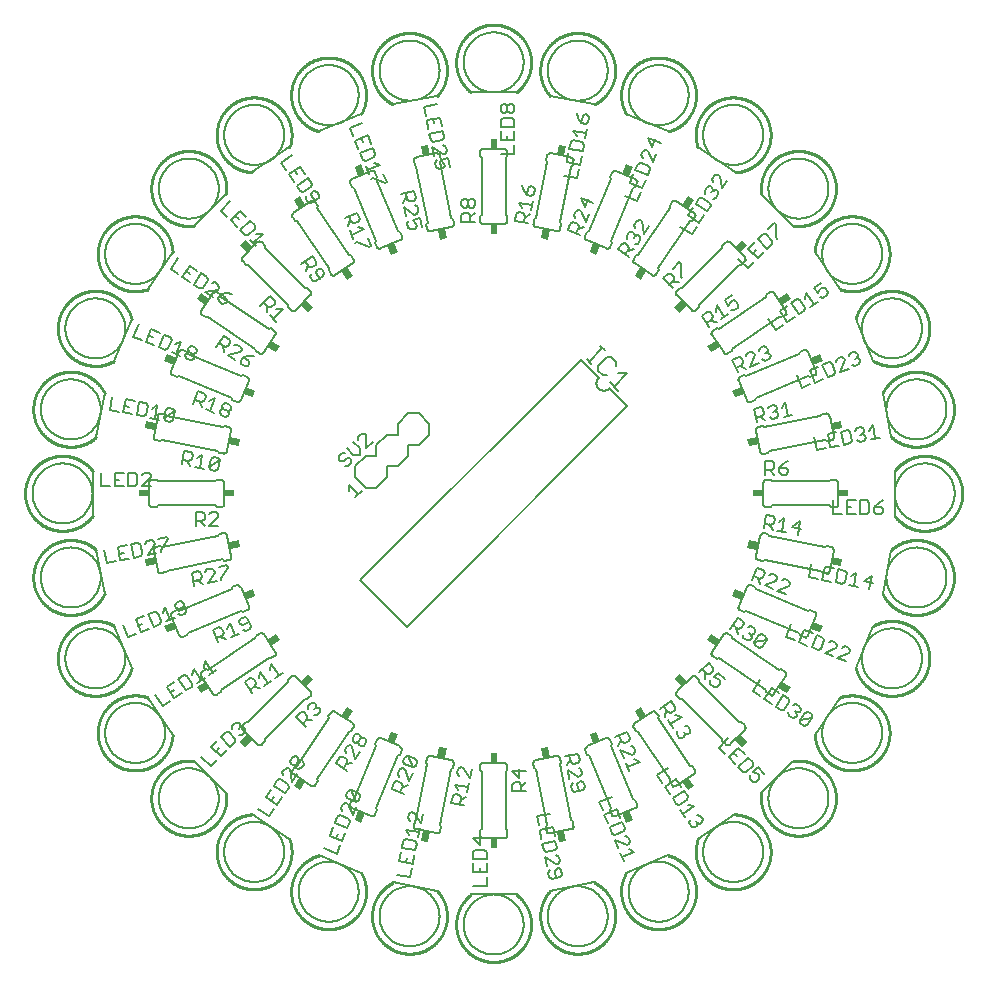
<source format=gbr>
G04 EAGLE Gerber RS-274X export*
G75*
%MOMM*%
%FSLAX34Y34*%
%LPD*%
%INSilkscreen Top*%
%IPPOS*%
%AMOC8*
5,1,8,0,0,1.08239X$1,22.5*%
G01*
%ADD10C,0.203200*%
%ADD11C,0.254000*%
%ADD12C,0.152400*%
%ADD13C,0.127000*%
%ADD14R,0.609600X0.863600*%
%ADD15R,0.863600X0.609600*%
%ADD16C,0.177800*%


D10*
X380950Y739600D02*
X419050Y739600D01*
D11*
X419666Y740074D01*
X420271Y740563D01*
X420863Y741067D01*
X421443Y741585D01*
X422010Y742117D01*
X422564Y742663D01*
X423104Y743222D01*
X423630Y743795D01*
X424143Y744380D01*
X424640Y744977D01*
X425123Y745586D01*
X425591Y746207D01*
X426044Y746840D01*
X426481Y747483D01*
X426902Y748137D01*
X427306Y748801D01*
X427695Y749474D01*
X428067Y750157D01*
X428422Y750849D01*
X428760Y751549D01*
X429081Y752257D01*
X429384Y752973D01*
X429670Y753697D01*
X429938Y754426D01*
X430188Y755163D01*
X430419Y755905D01*
X430633Y756653D01*
X430828Y757405D01*
X431005Y758163D01*
X431163Y758924D01*
X431303Y759689D01*
X431423Y760457D01*
X431525Y761228D01*
X431608Y762001D01*
X431672Y762776D01*
X431717Y763552D01*
X431743Y764329D01*
X431750Y765107D01*
X431738Y765884D01*
X431707Y766661D01*
X431656Y767437D01*
X431587Y768212D01*
X431499Y768984D01*
X431392Y769754D01*
X431266Y770522D01*
X431122Y771286D01*
X430958Y772046D01*
X430776Y772802D01*
X430576Y773553D01*
X430358Y774300D01*
X430121Y775040D01*
X429866Y775775D01*
X429593Y776503D01*
X429302Y777224D01*
X428994Y777938D01*
X428669Y778644D01*
X428326Y779342D01*
X427966Y780032D01*
X427590Y780712D01*
X427197Y781383D01*
X426787Y782044D01*
X426362Y782695D01*
X425921Y783335D01*
X425464Y783964D01*
X424992Y784582D01*
X424505Y785188D01*
X424003Y785782D01*
X423487Y786364D01*
X422957Y786933D01*
X422413Y787488D01*
X421855Y788031D01*
X421285Y788559D01*
X420702Y789073D01*
X420106Y789573D01*
X419498Y790058D01*
X418879Y790528D01*
X418248Y790982D01*
X417606Y791421D01*
X416954Y791845D01*
X416291Y792252D01*
X415619Y792643D01*
X414937Y793017D01*
X414247Y793374D01*
X413548Y793714D01*
X412840Y794038D01*
X412126Y794343D01*
X411403Y794632D01*
X410674Y794902D01*
X409939Y795154D01*
X409197Y795389D01*
X408450Y795605D01*
X407698Y795803D01*
X406942Y795982D01*
X406181Y796143D01*
X405417Y796285D01*
X404649Y796408D01*
X403878Y796512D01*
X403105Y796598D01*
X402331Y796664D01*
X401555Y796712D01*
X400778Y796740D01*
X400000Y796750D01*
X399222Y796740D01*
X398445Y796712D01*
X397669Y796664D01*
X396895Y796598D01*
X396122Y796512D01*
X395351Y796408D01*
X394583Y796285D01*
X393819Y796143D01*
X393058Y795982D01*
X392302Y795803D01*
X391550Y795605D01*
X390803Y795389D01*
X390061Y795154D01*
X389326Y794902D01*
X388597Y794632D01*
X387874Y794343D01*
X387160Y794038D01*
X386452Y793714D01*
X385753Y793374D01*
X385063Y793017D01*
X384381Y792643D01*
X383709Y792252D01*
X383046Y791845D01*
X382394Y791421D01*
X381752Y790982D01*
X381121Y790528D01*
X380502Y790058D01*
X379894Y789573D01*
X379298Y789073D01*
X378715Y788559D01*
X378145Y788031D01*
X377587Y787488D01*
X377043Y786933D01*
X376513Y786364D01*
X375997Y785782D01*
X375495Y785188D01*
X375008Y784582D01*
X374536Y783964D01*
X374079Y783335D01*
X373638Y782695D01*
X373213Y782044D01*
X372803Y781383D01*
X372410Y780712D01*
X372034Y780032D01*
X371674Y779342D01*
X371331Y778644D01*
X371006Y777938D01*
X370698Y777224D01*
X370407Y776503D01*
X370134Y775775D01*
X369879Y775040D01*
X369642Y774300D01*
X369424Y773553D01*
X369224Y772802D01*
X369042Y772046D01*
X368878Y771286D01*
X368734Y770522D01*
X368608Y769754D01*
X368501Y768984D01*
X368413Y768212D01*
X368344Y767437D01*
X368293Y766661D01*
X368262Y765884D01*
X368250Y765107D01*
X368257Y764329D01*
X368283Y763552D01*
X368328Y762776D01*
X368392Y762001D01*
X368475Y761228D01*
X368577Y760457D01*
X368697Y759689D01*
X368837Y758924D01*
X368995Y758163D01*
X369172Y757405D01*
X369367Y756653D01*
X369581Y755905D01*
X369812Y755163D01*
X370062Y754426D01*
X370330Y753697D01*
X370616Y752973D01*
X370919Y752257D01*
X371240Y751549D01*
X371578Y750849D01*
X371933Y750157D01*
X372305Y749474D01*
X372694Y748801D01*
X373098Y748137D01*
X373519Y747483D01*
X373956Y746840D01*
X374409Y746207D01*
X374877Y745586D01*
X375360Y744977D01*
X375857Y744380D01*
X376370Y743795D01*
X376896Y743222D01*
X377436Y742663D01*
X377990Y742117D01*
X378557Y741585D01*
X379137Y741067D01*
X379729Y740563D01*
X380334Y740074D01*
X380950Y739600D01*
D12*
X374600Y765000D02*
X374608Y765623D01*
X374631Y766246D01*
X374669Y766869D01*
X374722Y767490D01*
X374791Y768109D01*
X374875Y768727D01*
X374974Y769342D01*
X375088Y769955D01*
X375217Y770565D01*
X375361Y771172D01*
X375520Y771775D01*
X375694Y772373D01*
X375882Y772968D01*
X376085Y773557D01*
X376302Y774141D01*
X376533Y774720D01*
X376779Y775293D01*
X377039Y775860D01*
X377312Y776420D01*
X377599Y776973D01*
X377900Y777520D01*
X378214Y778058D01*
X378541Y778589D01*
X378881Y779111D01*
X379233Y779626D01*
X379599Y780131D01*
X379976Y780627D01*
X380366Y781114D01*
X380767Y781591D01*
X381180Y782058D01*
X381604Y782514D01*
X382039Y782961D01*
X382486Y783396D01*
X382942Y783820D01*
X383409Y784233D01*
X383886Y784634D01*
X384373Y785024D01*
X384869Y785401D01*
X385374Y785767D01*
X385889Y786119D01*
X386411Y786459D01*
X386942Y786786D01*
X387480Y787100D01*
X388027Y787401D01*
X388580Y787688D01*
X389140Y787961D01*
X389707Y788221D01*
X390280Y788467D01*
X390859Y788698D01*
X391443Y788915D01*
X392032Y789118D01*
X392627Y789306D01*
X393225Y789480D01*
X393828Y789639D01*
X394435Y789783D01*
X395045Y789912D01*
X395658Y790026D01*
X396273Y790125D01*
X396891Y790209D01*
X397510Y790278D01*
X398131Y790331D01*
X398754Y790369D01*
X399377Y790392D01*
X400000Y790400D01*
X400623Y790392D01*
X401246Y790369D01*
X401869Y790331D01*
X402490Y790278D01*
X403109Y790209D01*
X403727Y790125D01*
X404342Y790026D01*
X404955Y789912D01*
X405565Y789783D01*
X406172Y789639D01*
X406775Y789480D01*
X407373Y789306D01*
X407968Y789118D01*
X408557Y788915D01*
X409141Y788698D01*
X409720Y788467D01*
X410293Y788221D01*
X410860Y787961D01*
X411420Y787688D01*
X411973Y787401D01*
X412520Y787100D01*
X413058Y786786D01*
X413589Y786459D01*
X414111Y786119D01*
X414626Y785767D01*
X415131Y785401D01*
X415627Y785024D01*
X416114Y784634D01*
X416591Y784233D01*
X417058Y783820D01*
X417514Y783396D01*
X417961Y782961D01*
X418396Y782514D01*
X418820Y782058D01*
X419233Y781591D01*
X419634Y781114D01*
X420024Y780627D01*
X420401Y780131D01*
X420767Y779626D01*
X421119Y779111D01*
X421459Y778589D01*
X421786Y778058D01*
X422100Y777520D01*
X422401Y776973D01*
X422688Y776420D01*
X422961Y775860D01*
X423221Y775293D01*
X423467Y774720D01*
X423698Y774141D01*
X423915Y773557D01*
X424118Y772968D01*
X424306Y772373D01*
X424480Y771775D01*
X424639Y771172D01*
X424783Y770565D01*
X424912Y769955D01*
X425026Y769342D01*
X425125Y768727D01*
X425209Y768109D01*
X425278Y767490D01*
X425331Y766869D01*
X425369Y766246D01*
X425392Y765623D01*
X425400Y765000D01*
X425392Y764377D01*
X425369Y763754D01*
X425331Y763131D01*
X425278Y762510D01*
X425209Y761891D01*
X425125Y761273D01*
X425026Y760658D01*
X424912Y760045D01*
X424783Y759435D01*
X424639Y758828D01*
X424480Y758225D01*
X424306Y757627D01*
X424118Y757032D01*
X423915Y756443D01*
X423698Y755859D01*
X423467Y755280D01*
X423221Y754707D01*
X422961Y754140D01*
X422688Y753580D01*
X422401Y753027D01*
X422100Y752480D01*
X421786Y751942D01*
X421459Y751411D01*
X421119Y750889D01*
X420767Y750374D01*
X420401Y749869D01*
X420024Y749373D01*
X419634Y748886D01*
X419233Y748409D01*
X418820Y747942D01*
X418396Y747486D01*
X417961Y747039D01*
X417514Y746604D01*
X417058Y746180D01*
X416591Y745767D01*
X416114Y745366D01*
X415627Y744976D01*
X415131Y744599D01*
X414626Y744233D01*
X414111Y743881D01*
X413589Y743541D01*
X413058Y743214D01*
X412520Y742900D01*
X411973Y742599D01*
X411420Y742312D01*
X410860Y742039D01*
X410293Y741779D01*
X409720Y741533D01*
X409141Y741302D01*
X408557Y741085D01*
X407968Y740882D01*
X407373Y740694D01*
X406775Y740520D01*
X406172Y740361D01*
X405565Y740217D01*
X404955Y740088D01*
X404342Y739974D01*
X403727Y739875D01*
X403109Y739791D01*
X402490Y739722D01*
X401869Y739669D01*
X401246Y739631D01*
X400623Y739608D01*
X400000Y739600D01*
X399377Y739608D01*
X398754Y739631D01*
X398131Y739669D01*
X397510Y739722D01*
X396891Y739791D01*
X396273Y739875D01*
X395658Y739974D01*
X395045Y740088D01*
X394435Y740217D01*
X393828Y740361D01*
X393225Y740520D01*
X392627Y740694D01*
X392032Y740882D01*
X391443Y741085D01*
X390859Y741302D01*
X390280Y741533D01*
X389707Y741779D01*
X389140Y742039D01*
X388580Y742312D01*
X388027Y742599D01*
X387480Y742900D01*
X386942Y743214D01*
X386411Y743541D01*
X385889Y743881D01*
X385374Y744233D01*
X384869Y744599D01*
X384373Y744976D01*
X383886Y745366D01*
X383409Y745767D01*
X382942Y746180D01*
X382486Y746604D01*
X382039Y747039D01*
X381604Y747486D01*
X381180Y747942D01*
X380767Y748409D01*
X380366Y748886D01*
X379976Y749373D01*
X379599Y749869D01*
X379233Y750374D01*
X378881Y750889D01*
X378541Y751411D01*
X378214Y751942D01*
X377900Y752480D01*
X377599Y753027D01*
X377312Y753580D01*
X377039Y754140D01*
X376779Y754707D01*
X376533Y755280D01*
X376302Y755859D01*
X376085Y756443D01*
X375882Y757032D01*
X375694Y757627D01*
X375520Y758225D01*
X375361Y758828D01*
X375217Y759435D01*
X375088Y760045D01*
X374974Y760658D01*
X374875Y761273D01*
X374791Y761891D01*
X374722Y762510D01*
X374669Y763131D01*
X374631Y763754D01*
X374608Y764377D01*
X374600Y765000D01*
D13*
X405959Y687109D02*
X417399Y687109D01*
X417399Y694736D01*
X405959Y698803D02*
X405959Y706430D01*
X405959Y698803D02*
X417399Y698803D01*
X417399Y706430D01*
X411679Y702616D02*
X411679Y698803D01*
X405959Y710497D02*
X417399Y710497D01*
X417399Y716217D01*
X415492Y718123D01*
X407866Y718123D01*
X405959Y716217D01*
X405959Y710497D01*
X407866Y722191D02*
X405959Y724098D01*
X405959Y727911D01*
X407866Y729817D01*
X409773Y729817D01*
X411679Y727911D01*
X413586Y729817D01*
X415492Y729817D01*
X417399Y727911D01*
X417399Y724098D01*
X415492Y722191D01*
X413586Y722191D01*
X411679Y724098D01*
X409773Y722191D01*
X407866Y722191D01*
X411679Y724098D02*
X411679Y727911D01*
D10*
X447579Y736784D02*
X484954Y729384D01*
D11*
X485650Y729729D01*
X486338Y730091D01*
X487017Y730470D01*
X487687Y730866D01*
X488346Y731278D01*
X488995Y731706D01*
X489634Y732149D01*
X490261Y732609D01*
X490878Y733083D01*
X491482Y733572D01*
X492074Y734076D01*
X492654Y734595D01*
X493220Y735127D01*
X493774Y735673D01*
X494314Y736233D01*
X494840Y736805D01*
X495352Y737391D01*
X495849Y737988D01*
X496332Y738598D01*
X496800Y739219D01*
X497252Y739852D01*
X497688Y740495D01*
X498109Y741149D01*
X498514Y741813D01*
X498902Y742487D01*
X499274Y743170D01*
X499628Y743862D01*
X499966Y744562D01*
X500286Y745271D01*
X500589Y745987D01*
X500875Y746710D01*
X501142Y747440D01*
X501392Y748176D01*
X501624Y748919D01*
X501837Y749667D01*
X502032Y750419D01*
X502208Y751177D01*
X502366Y751938D01*
X502505Y752703D01*
X502625Y753471D01*
X502727Y754242D01*
X502809Y755015D01*
X502873Y755790D01*
X502918Y756567D01*
X502943Y757344D01*
X502950Y758121D01*
X502937Y758899D01*
X502906Y759676D01*
X502855Y760452D01*
X502786Y761226D01*
X502697Y761999D01*
X502590Y762769D01*
X502464Y763536D01*
X502319Y764300D01*
X502155Y765060D01*
X501973Y765816D01*
X501772Y766567D01*
X501553Y767313D01*
X501316Y768054D01*
X501061Y768788D01*
X500788Y769516D01*
X500497Y770237D01*
X500188Y770951D01*
X499863Y771657D01*
X499520Y772355D01*
X499159Y773044D01*
X498783Y773724D01*
X498389Y774395D01*
X497980Y775056D01*
X497554Y775707D01*
X497112Y776347D01*
X496655Y776976D01*
X496183Y777594D01*
X495696Y778200D01*
X495194Y778793D01*
X494677Y779375D01*
X494147Y779943D01*
X493603Y780499D01*
X493045Y781040D01*
X492474Y781568D01*
X491891Y782082D01*
X491295Y782582D01*
X490687Y783067D01*
X490067Y783536D01*
X489436Y783991D01*
X488794Y784429D01*
X488142Y784852D01*
X487479Y785259D01*
X486806Y785650D01*
X486125Y786023D01*
X485434Y786381D01*
X484735Y786721D01*
X484027Y787043D01*
X483312Y787349D01*
X482590Y787637D01*
X481861Y787907D01*
X481125Y788159D01*
X480384Y788393D01*
X479637Y788609D01*
X478884Y788806D01*
X478128Y788985D01*
X477367Y789145D01*
X476602Y789287D01*
X475835Y789410D01*
X475064Y789514D01*
X474291Y789599D01*
X473516Y789665D01*
X472740Y789713D01*
X471963Y789741D01*
X471186Y789750D01*
X470408Y789740D01*
X469631Y789711D01*
X468855Y789663D01*
X468080Y789596D01*
X467307Y789510D01*
X466537Y789406D01*
X465769Y789282D01*
X465005Y789140D01*
X464244Y788979D01*
X463488Y788799D01*
X462736Y788601D01*
X461989Y788385D01*
X461248Y788150D01*
X460512Y787897D01*
X459783Y787626D01*
X459061Y787338D01*
X458346Y787032D01*
X457639Y786708D01*
X456940Y786368D01*
X456250Y786010D01*
X455569Y785635D01*
X454896Y785244D01*
X454234Y784837D01*
X453582Y784413D01*
X452940Y783974D01*
X452310Y783519D01*
X451691Y783049D01*
X451083Y782564D01*
X450488Y782064D01*
X449905Y781549D01*
X449334Y781021D01*
X448777Y780478D01*
X448233Y779922D01*
X447703Y779353D01*
X447187Y778772D01*
X446686Y778177D01*
X446199Y777571D01*
X445727Y776953D01*
X445271Y776323D01*
X444830Y775683D01*
X444405Y775032D01*
X443996Y774371D01*
X443603Y773699D01*
X443227Y773019D01*
X442868Y772329D01*
X442525Y771631D01*
X442200Y770925D01*
X441892Y770211D01*
X441602Y769490D01*
X441329Y768761D01*
X441075Y768027D01*
X440838Y767286D01*
X440620Y766540D01*
X440420Y765788D01*
X440239Y765032D01*
X440076Y764272D01*
X439931Y763508D01*
X439806Y762740D01*
X439699Y761970D01*
X439611Y761197D01*
X439543Y760423D01*
X439493Y759647D01*
X439462Y758870D01*
X439450Y758093D01*
X439457Y757315D01*
X439484Y756538D01*
X439529Y755762D01*
X439593Y754987D01*
X439677Y754214D01*
X439779Y753443D01*
X439900Y752675D01*
X440040Y751910D01*
X440198Y751149D01*
X440375Y750391D01*
X440571Y749639D01*
X440785Y748891D01*
X441017Y748149D01*
X441267Y747413D01*
X441535Y746683D01*
X441821Y745960D01*
X442125Y745244D01*
X442446Y744536D01*
X442784Y743836D01*
X443140Y743144D01*
X443512Y742462D01*
X443901Y741788D01*
X444306Y741125D01*
X444727Y740471D01*
X445165Y739828D01*
X445617Y739196D01*
X446086Y738575D01*
X446569Y737966D01*
X447067Y737369D01*
X447579Y736784D01*
D12*
X445800Y758000D02*
X445808Y758623D01*
X445831Y759246D01*
X445869Y759869D01*
X445922Y760490D01*
X445991Y761109D01*
X446075Y761727D01*
X446174Y762342D01*
X446288Y762955D01*
X446417Y763565D01*
X446561Y764172D01*
X446720Y764775D01*
X446894Y765373D01*
X447082Y765968D01*
X447285Y766557D01*
X447502Y767141D01*
X447733Y767720D01*
X447979Y768293D01*
X448239Y768860D01*
X448512Y769420D01*
X448799Y769973D01*
X449100Y770520D01*
X449414Y771058D01*
X449741Y771589D01*
X450081Y772111D01*
X450433Y772626D01*
X450799Y773131D01*
X451176Y773627D01*
X451566Y774114D01*
X451967Y774591D01*
X452380Y775058D01*
X452804Y775514D01*
X453239Y775961D01*
X453686Y776396D01*
X454142Y776820D01*
X454609Y777233D01*
X455086Y777634D01*
X455573Y778024D01*
X456069Y778401D01*
X456574Y778767D01*
X457089Y779119D01*
X457611Y779459D01*
X458142Y779786D01*
X458680Y780100D01*
X459227Y780401D01*
X459780Y780688D01*
X460340Y780961D01*
X460907Y781221D01*
X461480Y781467D01*
X462059Y781698D01*
X462643Y781915D01*
X463232Y782118D01*
X463827Y782306D01*
X464425Y782480D01*
X465028Y782639D01*
X465635Y782783D01*
X466245Y782912D01*
X466858Y783026D01*
X467473Y783125D01*
X468091Y783209D01*
X468710Y783278D01*
X469331Y783331D01*
X469954Y783369D01*
X470577Y783392D01*
X471200Y783400D01*
X471823Y783392D01*
X472446Y783369D01*
X473069Y783331D01*
X473690Y783278D01*
X474309Y783209D01*
X474927Y783125D01*
X475542Y783026D01*
X476155Y782912D01*
X476765Y782783D01*
X477372Y782639D01*
X477975Y782480D01*
X478573Y782306D01*
X479168Y782118D01*
X479757Y781915D01*
X480341Y781698D01*
X480920Y781467D01*
X481493Y781221D01*
X482060Y780961D01*
X482620Y780688D01*
X483173Y780401D01*
X483720Y780100D01*
X484258Y779786D01*
X484789Y779459D01*
X485311Y779119D01*
X485826Y778767D01*
X486331Y778401D01*
X486827Y778024D01*
X487314Y777634D01*
X487791Y777233D01*
X488258Y776820D01*
X488714Y776396D01*
X489161Y775961D01*
X489596Y775514D01*
X490020Y775058D01*
X490433Y774591D01*
X490834Y774114D01*
X491224Y773627D01*
X491601Y773131D01*
X491967Y772626D01*
X492319Y772111D01*
X492659Y771589D01*
X492986Y771058D01*
X493300Y770520D01*
X493601Y769973D01*
X493888Y769420D01*
X494161Y768860D01*
X494421Y768293D01*
X494667Y767720D01*
X494898Y767141D01*
X495115Y766557D01*
X495318Y765968D01*
X495506Y765373D01*
X495680Y764775D01*
X495839Y764172D01*
X495983Y763565D01*
X496112Y762955D01*
X496226Y762342D01*
X496325Y761727D01*
X496409Y761109D01*
X496478Y760490D01*
X496531Y759869D01*
X496569Y759246D01*
X496592Y758623D01*
X496600Y758000D01*
X496592Y757377D01*
X496569Y756754D01*
X496531Y756131D01*
X496478Y755510D01*
X496409Y754891D01*
X496325Y754273D01*
X496226Y753658D01*
X496112Y753045D01*
X495983Y752435D01*
X495839Y751828D01*
X495680Y751225D01*
X495506Y750627D01*
X495318Y750032D01*
X495115Y749443D01*
X494898Y748859D01*
X494667Y748280D01*
X494421Y747707D01*
X494161Y747140D01*
X493888Y746580D01*
X493601Y746027D01*
X493300Y745480D01*
X492986Y744942D01*
X492659Y744411D01*
X492319Y743889D01*
X491967Y743374D01*
X491601Y742869D01*
X491224Y742373D01*
X490834Y741886D01*
X490433Y741409D01*
X490020Y740942D01*
X489596Y740486D01*
X489161Y740039D01*
X488714Y739604D01*
X488258Y739180D01*
X487791Y738767D01*
X487314Y738366D01*
X486827Y737976D01*
X486331Y737599D01*
X485826Y737233D01*
X485311Y736881D01*
X484789Y736541D01*
X484258Y736214D01*
X483720Y735900D01*
X483173Y735599D01*
X482620Y735312D01*
X482060Y735039D01*
X481493Y734779D01*
X480920Y734533D01*
X480341Y734302D01*
X479757Y734085D01*
X479168Y733882D01*
X478573Y733694D01*
X477975Y733520D01*
X477372Y733361D01*
X476765Y733217D01*
X476155Y733088D01*
X475542Y732974D01*
X474927Y732875D01*
X474309Y732791D01*
X473690Y732722D01*
X473069Y732669D01*
X472446Y732631D01*
X471823Y732608D01*
X471200Y732600D01*
X470577Y732608D01*
X469954Y732631D01*
X469331Y732669D01*
X468710Y732722D01*
X468091Y732791D01*
X467473Y732875D01*
X466858Y732974D01*
X466245Y733088D01*
X465635Y733217D01*
X465028Y733361D01*
X464425Y733520D01*
X463827Y733694D01*
X463232Y733882D01*
X462643Y734085D01*
X462059Y734302D01*
X461480Y734533D01*
X460907Y734779D01*
X460340Y735039D01*
X459780Y735312D01*
X459227Y735599D01*
X458680Y735900D01*
X458142Y736214D01*
X457611Y736541D01*
X457089Y736881D01*
X456574Y737233D01*
X456069Y737599D01*
X455573Y737976D01*
X455086Y738366D01*
X454609Y738767D01*
X454142Y739180D01*
X453686Y739604D01*
X453239Y740039D01*
X452804Y740486D01*
X452380Y740942D01*
X451967Y741409D01*
X451566Y741886D01*
X451176Y742373D01*
X450799Y742869D01*
X450433Y743374D01*
X450081Y743889D01*
X449741Y744411D01*
X449414Y744942D01*
X449100Y745480D01*
X448799Y746027D01*
X448512Y746580D01*
X448239Y747140D01*
X447979Y747707D01*
X447733Y748280D01*
X447502Y748859D01*
X447285Y749443D01*
X447082Y750032D01*
X446894Y750627D01*
X446720Y751225D01*
X446561Y751828D01*
X446417Y752435D01*
X446288Y753045D01*
X446174Y753658D01*
X446075Y754273D01*
X445991Y754891D01*
X445922Y755510D01*
X445869Y756131D01*
X445831Y756754D01*
X445808Y757377D01*
X445800Y758000D01*
D13*
X459645Y668964D02*
X470867Y666742D01*
X472348Y674223D01*
X461917Y680435D02*
X463398Y687916D01*
X461917Y680435D02*
X473138Y678213D01*
X474620Y685694D01*
X468268Y683064D02*
X467527Y679324D01*
X464188Y691906D02*
X475410Y689684D01*
X476521Y695295D01*
X475021Y697536D01*
X467540Y699017D01*
X465299Y697517D01*
X464188Y691906D01*
X470200Y702637D02*
X467200Y707118D01*
X478422Y704896D01*
X477681Y701155D02*
X479162Y708637D01*
X471342Y718219D02*
X470212Y722330D01*
X471342Y718219D02*
X474342Y713738D01*
X478082Y712997D01*
X480323Y714497D01*
X481063Y718238D01*
X479563Y720478D01*
X477693Y720849D01*
X475453Y719349D01*
X474342Y713738D01*
D10*
X512380Y721024D02*
X547580Y706443D01*
D11*
X548331Y706646D01*
X549076Y706866D01*
X549816Y707105D01*
X550550Y707362D01*
X551278Y707636D01*
X551998Y707929D01*
X552711Y708238D01*
X553417Y708566D01*
X554114Y708910D01*
X554802Y709272D01*
X555482Y709650D01*
X556151Y710045D01*
X556812Y710456D01*
X557461Y710883D01*
X558101Y711326D01*
X558729Y711784D01*
X559345Y712258D01*
X559950Y712746D01*
X560543Y713249D01*
X561123Y713767D01*
X561691Y714299D01*
X562245Y714844D01*
X562786Y715403D01*
X563312Y715975D01*
X563825Y716559D01*
X564323Y717156D01*
X564807Y717765D01*
X565275Y718386D01*
X565728Y719018D01*
X566166Y719661D01*
X566587Y720314D01*
X566993Y720978D01*
X567382Y721651D01*
X567754Y722333D01*
X568110Y723025D01*
X568449Y723725D01*
X568770Y724433D01*
X569074Y725149D01*
X569360Y725872D01*
X569629Y726601D01*
X569879Y727337D01*
X570112Y728079D01*
X570326Y728827D01*
X570522Y729579D01*
X570699Y730336D01*
X570858Y731098D01*
X570998Y731862D01*
X571119Y732631D01*
X571222Y733401D01*
X571306Y734174D01*
X571370Y734949D01*
X571416Y735725D01*
X571442Y736503D01*
X571450Y737280D01*
X571438Y738058D01*
X571408Y738835D01*
X571358Y739611D01*
X571290Y740385D01*
X571202Y741158D01*
X571096Y741928D01*
X570971Y742695D01*
X570827Y743460D01*
X570664Y744220D01*
X570483Y744976D01*
X570283Y745728D01*
X570065Y746474D01*
X569829Y747215D01*
X569575Y747950D01*
X569303Y748678D01*
X569013Y749400D01*
X568705Y750114D01*
X568380Y750820D01*
X568038Y751518D01*
X567679Y752208D01*
X567303Y752889D01*
X566911Y753560D01*
X566502Y754221D01*
X566077Y754873D01*
X565636Y755513D01*
X565180Y756143D01*
X564708Y756761D01*
X564222Y757368D01*
X563721Y757962D01*
X563205Y758544D01*
X562675Y759113D01*
X562132Y759670D01*
X561575Y760212D01*
X561005Y760741D01*
X560422Y761256D01*
X559826Y761756D01*
X559219Y762241D01*
X558600Y762712D01*
X557970Y763167D01*
X557328Y763607D01*
X556676Y764030D01*
X556014Y764438D01*
X555342Y764829D01*
X554661Y765204D01*
X553971Y765562D01*
X553272Y765903D01*
X552565Y766227D01*
X551850Y766533D01*
X551128Y766822D01*
X550399Y767093D01*
X549664Y767346D01*
X548923Y767581D01*
X548176Y767798D01*
X547424Y767996D01*
X546668Y768176D01*
X545907Y768337D01*
X545143Y768480D01*
X544375Y768604D01*
X543605Y768709D01*
X542832Y768795D01*
X542057Y768862D01*
X541281Y768911D01*
X540504Y768940D01*
X539727Y768950D01*
X538949Y768941D01*
X538172Y768913D01*
X537396Y768866D01*
X536621Y768800D01*
X535848Y768715D01*
X535078Y768612D01*
X534310Y768489D01*
X533545Y768348D01*
X532784Y768188D01*
X532028Y768009D01*
X531275Y767812D01*
X530528Y767596D01*
X529787Y767363D01*
X529051Y767111D01*
X528322Y766841D01*
X527599Y766554D01*
X526884Y766248D01*
X526176Y765926D01*
X525477Y765586D01*
X524786Y765229D01*
X524104Y764856D01*
X523432Y764465D01*
X522769Y764059D01*
X522116Y763636D01*
X521474Y763198D01*
X520843Y762744D01*
X520223Y762274D01*
X519615Y761790D01*
X519019Y761290D01*
X518435Y760777D01*
X517864Y760249D01*
X517306Y759707D01*
X516762Y759152D01*
X516231Y758584D01*
X515714Y758003D01*
X515212Y757409D01*
X514725Y756803D01*
X514252Y756186D01*
X513795Y755557D01*
X513353Y754917D01*
X512927Y754267D01*
X512517Y753606D01*
X512123Y752935D01*
X511746Y752255D01*
X511386Y751566D01*
X511043Y750868D01*
X510717Y750163D01*
X510408Y749449D01*
X510117Y748728D01*
X509843Y748000D01*
X509588Y747266D01*
X509350Y746525D01*
X509131Y745779D01*
X508930Y745028D01*
X508748Y744272D01*
X508584Y743512D01*
X508439Y742748D01*
X508312Y741981D01*
X508204Y741211D01*
X508116Y740438D01*
X508046Y739664D01*
X507995Y738888D01*
X507963Y738111D01*
X507950Y737334D01*
X507957Y736556D01*
X507982Y735779D01*
X508026Y735003D01*
X508089Y734228D01*
X508172Y733454D01*
X508273Y732683D01*
X508393Y731915D01*
X508532Y731150D01*
X508689Y730389D01*
X508865Y729631D01*
X509060Y728878D01*
X509273Y728131D01*
X509504Y727388D01*
X509753Y726652D01*
X510021Y725922D01*
X510306Y725198D01*
X510609Y724482D01*
X510929Y723773D01*
X511266Y723073D01*
X511621Y722381D01*
X511992Y721697D01*
X512380Y721024D01*
D12*
X514300Y737200D02*
X514308Y737823D01*
X514331Y738446D01*
X514369Y739069D01*
X514422Y739690D01*
X514491Y740309D01*
X514575Y740927D01*
X514674Y741542D01*
X514788Y742155D01*
X514917Y742765D01*
X515061Y743372D01*
X515220Y743975D01*
X515394Y744573D01*
X515582Y745168D01*
X515785Y745757D01*
X516002Y746341D01*
X516233Y746920D01*
X516479Y747493D01*
X516739Y748060D01*
X517012Y748620D01*
X517299Y749173D01*
X517600Y749720D01*
X517914Y750258D01*
X518241Y750789D01*
X518581Y751311D01*
X518933Y751826D01*
X519299Y752331D01*
X519676Y752827D01*
X520066Y753314D01*
X520467Y753791D01*
X520880Y754258D01*
X521304Y754714D01*
X521739Y755161D01*
X522186Y755596D01*
X522642Y756020D01*
X523109Y756433D01*
X523586Y756834D01*
X524073Y757224D01*
X524569Y757601D01*
X525074Y757967D01*
X525589Y758319D01*
X526111Y758659D01*
X526642Y758986D01*
X527180Y759300D01*
X527727Y759601D01*
X528280Y759888D01*
X528840Y760161D01*
X529407Y760421D01*
X529980Y760667D01*
X530559Y760898D01*
X531143Y761115D01*
X531732Y761318D01*
X532327Y761506D01*
X532925Y761680D01*
X533528Y761839D01*
X534135Y761983D01*
X534745Y762112D01*
X535358Y762226D01*
X535973Y762325D01*
X536591Y762409D01*
X537210Y762478D01*
X537831Y762531D01*
X538454Y762569D01*
X539077Y762592D01*
X539700Y762600D01*
X540323Y762592D01*
X540946Y762569D01*
X541569Y762531D01*
X542190Y762478D01*
X542809Y762409D01*
X543427Y762325D01*
X544042Y762226D01*
X544655Y762112D01*
X545265Y761983D01*
X545872Y761839D01*
X546475Y761680D01*
X547073Y761506D01*
X547668Y761318D01*
X548257Y761115D01*
X548841Y760898D01*
X549420Y760667D01*
X549993Y760421D01*
X550560Y760161D01*
X551120Y759888D01*
X551673Y759601D01*
X552220Y759300D01*
X552758Y758986D01*
X553289Y758659D01*
X553811Y758319D01*
X554326Y757967D01*
X554831Y757601D01*
X555327Y757224D01*
X555814Y756834D01*
X556291Y756433D01*
X556758Y756020D01*
X557214Y755596D01*
X557661Y755161D01*
X558096Y754714D01*
X558520Y754258D01*
X558933Y753791D01*
X559334Y753314D01*
X559724Y752827D01*
X560101Y752331D01*
X560467Y751826D01*
X560819Y751311D01*
X561159Y750789D01*
X561486Y750258D01*
X561800Y749720D01*
X562101Y749173D01*
X562388Y748620D01*
X562661Y748060D01*
X562921Y747493D01*
X563167Y746920D01*
X563398Y746341D01*
X563615Y745757D01*
X563818Y745168D01*
X564006Y744573D01*
X564180Y743975D01*
X564339Y743372D01*
X564483Y742765D01*
X564612Y742155D01*
X564726Y741542D01*
X564825Y740927D01*
X564909Y740309D01*
X564978Y739690D01*
X565031Y739069D01*
X565069Y738446D01*
X565092Y737823D01*
X565100Y737200D01*
X565092Y736577D01*
X565069Y735954D01*
X565031Y735331D01*
X564978Y734710D01*
X564909Y734091D01*
X564825Y733473D01*
X564726Y732858D01*
X564612Y732245D01*
X564483Y731635D01*
X564339Y731028D01*
X564180Y730425D01*
X564006Y729827D01*
X563818Y729232D01*
X563615Y728643D01*
X563398Y728059D01*
X563167Y727480D01*
X562921Y726907D01*
X562661Y726340D01*
X562388Y725780D01*
X562101Y725227D01*
X561800Y724680D01*
X561486Y724142D01*
X561159Y723611D01*
X560819Y723089D01*
X560467Y722574D01*
X560101Y722069D01*
X559724Y721573D01*
X559334Y721086D01*
X558933Y720609D01*
X558520Y720142D01*
X558096Y719686D01*
X557661Y719239D01*
X557214Y718804D01*
X556758Y718380D01*
X556291Y717967D01*
X555814Y717566D01*
X555327Y717176D01*
X554831Y716799D01*
X554326Y716433D01*
X553811Y716081D01*
X553289Y715741D01*
X552758Y715414D01*
X552220Y715100D01*
X551673Y714799D01*
X551120Y714512D01*
X550560Y714239D01*
X549993Y713979D01*
X549420Y713733D01*
X548841Y713502D01*
X548257Y713285D01*
X547668Y713082D01*
X547073Y712894D01*
X546475Y712720D01*
X545872Y712561D01*
X545265Y712417D01*
X544655Y712288D01*
X544042Y712174D01*
X543427Y712075D01*
X542809Y711991D01*
X542190Y711922D01*
X541569Y711869D01*
X540946Y711831D01*
X540323Y711808D01*
X539700Y711800D01*
X539077Y711808D01*
X538454Y711831D01*
X537831Y711869D01*
X537210Y711922D01*
X536591Y711991D01*
X535973Y712075D01*
X535358Y712174D01*
X534745Y712288D01*
X534135Y712417D01*
X533528Y712561D01*
X532925Y712720D01*
X532327Y712894D01*
X531732Y713082D01*
X531143Y713285D01*
X530559Y713502D01*
X529980Y713733D01*
X529407Y713979D01*
X528840Y714239D01*
X528280Y714512D01*
X527727Y714799D01*
X527180Y715100D01*
X526642Y715414D01*
X526111Y715741D01*
X525589Y716081D01*
X525074Y716433D01*
X524569Y716799D01*
X524073Y717176D01*
X523586Y717566D01*
X523109Y717967D01*
X522642Y718380D01*
X522186Y718804D01*
X521739Y719239D01*
X521304Y719686D01*
X520880Y720142D01*
X520467Y720609D01*
X520066Y721086D01*
X519676Y721573D01*
X519299Y722069D01*
X518933Y722574D01*
X518581Y723089D01*
X518241Y723611D01*
X517914Y724142D01*
X517600Y724680D01*
X517299Y725227D01*
X517012Y725780D01*
X516739Y726340D01*
X516479Y726907D01*
X516233Y727480D01*
X516002Y728059D01*
X515785Y728643D01*
X515582Y729232D01*
X515394Y729827D01*
X515220Y730425D01*
X515061Y731028D01*
X514917Y731635D01*
X514788Y732245D01*
X514674Y732858D01*
X514575Y733473D01*
X514491Y734091D01*
X514422Y734710D01*
X514369Y735331D01*
X514331Y735954D01*
X514308Y736577D01*
X514300Y737200D01*
D13*
X510923Y652154D02*
X521492Y647776D01*
X524410Y654822D01*
X515398Y662958D02*
X518316Y670003D01*
X515398Y662958D02*
X525967Y658580D01*
X528885Y665626D01*
X522142Y664292D02*
X520682Y660769D01*
X519873Y673761D02*
X530442Y669384D01*
X532631Y674668D01*
X531599Y677159D01*
X524553Y680078D01*
X522062Y679046D01*
X519873Y673761D01*
X534917Y680187D02*
X537836Y687233D01*
X534917Y680187D02*
X530790Y690152D01*
X529028Y690881D01*
X526537Y689850D01*
X525078Y686327D01*
X526110Y683836D01*
X531012Y700653D02*
X541581Y696276D01*
X534108Y693180D02*
X531012Y700653D01*
X537026Y700226D02*
X534108Y693180D01*
D10*
X572858Y692938D02*
X604556Y671799D01*
D11*
X605331Y671851D01*
X606106Y671923D01*
X606878Y672013D01*
X607648Y672122D01*
X608415Y672250D01*
X609178Y672397D01*
X609938Y672563D01*
X610694Y672747D01*
X611444Y672949D01*
X612190Y673170D01*
X612930Y673409D01*
X613664Y673666D01*
X614391Y673941D01*
X615111Y674234D01*
X615824Y674544D01*
X616530Y674872D01*
X617226Y675217D01*
X617915Y675579D01*
X618594Y675957D01*
X619264Y676352D01*
X619924Y676763D01*
X620573Y677191D01*
X621212Y677634D01*
X621840Y678093D01*
X622457Y678566D01*
X623061Y679055D01*
X623654Y679559D01*
X624234Y680077D01*
X624801Y680609D01*
X625355Y681154D01*
X625895Y681713D01*
X626422Y682285D01*
X626935Y682870D01*
X627432Y683467D01*
X627916Y684077D01*
X628384Y684698D01*
X628837Y685330D01*
X629274Y685973D01*
X629695Y686626D01*
X630100Y687290D01*
X630489Y687963D01*
X630861Y688646D01*
X631216Y689338D01*
X631555Y690038D01*
X631876Y690746D01*
X632179Y691462D01*
X632465Y692185D01*
X632734Y692915D01*
X632984Y693651D01*
X633216Y694393D01*
X633430Y695141D01*
X633625Y695893D01*
X633802Y696650D01*
X633961Y697412D01*
X634101Y698177D01*
X634222Y698945D01*
X634324Y699716D01*
X634407Y700489D01*
X634471Y701264D01*
X634516Y702040D01*
X634543Y702817D01*
X634550Y703595D01*
X634538Y704372D01*
X634507Y705149D01*
X634457Y705925D01*
X634388Y706699D01*
X634301Y707472D01*
X634194Y708242D01*
X634068Y709010D01*
X633924Y709774D01*
X633761Y710534D01*
X633579Y711290D01*
X633379Y712041D01*
X633161Y712788D01*
X632925Y713528D01*
X632670Y714263D01*
X632397Y714991D01*
X632107Y715713D01*
X631799Y716427D01*
X631474Y717133D01*
X631132Y717831D01*
X630772Y718521D01*
X630396Y719201D01*
X630003Y719872D01*
X629594Y720534D01*
X629169Y721185D01*
X628728Y721825D01*
X628271Y722454D01*
X627800Y723073D01*
X627313Y723679D01*
X626811Y724273D01*
X626295Y724855D01*
X625765Y725424D01*
X625222Y725980D01*
X624664Y726522D01*
X624094Y727051D01*
X623511Y727565D01*
X622915Y728065D01*
X622308Y728550D01*
X621689Y729020D01*
X621058Y729475D01*
X620416Y729915D01*
X619764Y730338D01*
X619102Y730745D01*
X618430Y731136D01*
X617748Y731511D01*
X617058Y731869D01*
X616359Y732209D01*
X615652Y732533D01*
X614937Y732839D01*
X614215Y733127D01*
X613486Y733398D01*
X612751Y733650D01*
X612009Y733885D01*
X611262Y734101D01*
X610510Y734300D01*
X609754Y734479D01*
X608993Y734640D01*
X608229Y734782D01*
X607461Y734906D01*
X606691Y735011D01*
X605918Y735097D01*
X605143Y735163D01*
X604367Y735211D01*
X603590Y735240D01*
X602812Y735250D01*
X602035Y735241D01*
X601258Y735213D01*
X600482Y735165D01*
X599707Y735099D01*
X598934Y735014D01*
X598163Y734910D01*
X597396Y734787D01*
X596631Y734645D01*
X595870Y734485D01*
X595114Y734306D01*
X594362Y734108D01*
X593614Y733892D01*
X592873Y733658D01*
X592137Y733406D01*
X591408Y733136D01*
X590686Y732848D01*
X589971Y732543D01*
X589263Y732220D01*
X588564Y731880D01*
X587874Y731523D01*
X587192Y731149D01*
X586519Y730758D01*
X585857Y730351D01*
X585204Y729928D01*
X584562Y729489D01*
X583931Y729035D01*
X583312Y728565D01*
X582704Y728081D01*
X582108Y727581D01*
X581524Y727067D01*
X580954Y726539D01*
X580396Y725997D01*
X579852Y725442D01*
X579321Y724873D01*
X578805Y724292D01*
X578303Y723698D01*
X577816Y723092D01*
X577343Y722474D01*
X576886Y721845D01*
X576445Y721205D01*
X576019Y720554D01*
X575610Y719893D01*
X575216Y719223D01*
X574840Y718543D01*
X574480Y717853D01*
X574137Y717155D01*
X573811Y716449D01*
X573502Y715736D01*
X573212Y715015D01*
X572938Y714286D01*
X572683Y713552D01*
X572446Y712811D01*
X572227Y712065D01*
X572027Y711314D01*
X571844Y710558D01*
X571681Y709798D01*
X571536Y709034D01*
X571410Y708267D01*
X571303Y707497D01*
X571214Y706724D01*
X571145Y705950D01*
X571094Y705174D01*
X571063Y704397D01*
X571050Y703619D01*
X571057Y702842D01*
X571082Y702065D01*
X571127Y701288D01*
X571191Y700513D01*
X571273Y699740D01*
X571375Y698969D01*
X571495Y698201D01*
X571634Y697436D01*
X571792Y696675D01*
X571969Y695917D01*
X572164Y695165D01*
X572377Y694417D01*
X572609Y693675D01*
X572858Y692938D01*
D12*
X577400Y703500D02*
X577408Y704123D01*
X577431Y704746D01*
X577469Y705369D01*
X577522Y705990D01*
X577591Y706609D01*
X577675Y707227D01*
X577774Y707842D01*
X577888Y708455D01*
X578017Y709065D01*
X578161Y709672D01*
X578320Y710275D01*
X578494Y710873D01*
X578682Y711468D01*
X578885Y712057D01*
X579102Y712641D01*
X579333Y713220D01*
X579579Y713793D01*
X579839Y714360D01*
X580112Y714920D01*
X580399Y715473D01*
X580700Y716020D01*
X581014Y716558D01*
X581341Y717089D01*
X581681Y717611D01*
X582033Y718126D01*
X582399Y718631D01*
X582776Y719127D01*
X583166Y719614D01*
X583567Y720091D01*
X583980Y720558D01*
X584404Y721014D01*
X584839Y721461D01*
X585286Y721896D01*
X585742Y722320D01*
X586209Y722733D01*
X586686Y723134D01*
X587173Y723524D01*
X587669Y723901D01*
X588174Y724267D01*
X588689Y724619D01*
X589211Y724959D01*
X589742Y725286D01*
X590280Y725600D01*
X590827Y725901D01*
X591380Y726188D01*
X591940Y726461D01*
X592507Y726721D01*
X593080Y726967D01*
X593659Y727198D01*
X594243Y727415D01*
X594832Y727618D01*
X595427Y727806D01*
X596025Y727980D01*
X596628Y728139D01*
X597235Y728283D01*
X597845Y728412D01*
X598458Y728526D01*
X599073Y728625D01*
X599691Y728709D01*
X600310Y728778D01*
X600931Y728831D01*
X601554Y728869D01*
X602177Y728892D01*
X602800Y728900D01*
X603423Y728892D01*
X604046Y728869D01*
X604669Y728831D01*
X605290Y728778D01*
X605909Y728709D01*
X606527Y728625D01*
X607142Y728526D01*
X607755Y728412D01*
X608365Y728283D01*
X608972Y728139D01*
X609575Y727980D01*
X610173Y727806D01*
X610768Y727618D01*
X611357Y727415D01*
X611941Y727198D01*
X612520Y726967D01*
X613093Y726721D01*
X613660Y726461D01*
X614220Y726188D01*
X614773Y725901D01*
X615320Y725600D01*
X615858Y725286D01*
X616389Y724959D01*
X616911Y724619D01*
X617426Y724267D01*
X617931Y723901D01*
X618427Y723524D01*
X618914Y723134D01*
X619391Y722733D01*
X619858Y722320D01*
X620314Y721896D01*
X620761Y721461D01*
X621196Y721014D01*
X621620Y720558D01*
X622033Y720091D01*
X622434Y719614D01*
X622824Y719127D01*
X623201Y718631D01*
X623567Y718126D01*
X623919Y717611D01*
X624259Y717089D01*
X624586Y716558D01*
X624900Y716020D01*
X625201Y715473D01*
X625488Y714920D01*
X625761Y714360D01*
X626021Y713793D01*
X626267Y713220D01*
X626498Y712641D01*
X626715Y712057D01*
X626918Y711468D01*
X627106Y710873D01*
X627280Y710275D01*
X627439Y709672D01*
X627583Y709065D01*
X627712Y708455D01*
X627826Y707842D01*
X627925Y707227D01*
X628009Y706609D01*
X628078Y705990D01*
X628131Y705369D01*
X628169Y704746D01*
X628192Y704123D01*
X628200Y703500D01*
X628192Y702877D01*
X628169Y702254D01*
X628131Y701631D01*
X628078Y701010D01*
X628009Y700391D01*
X627925Y699773D01*
X627826Y699158D01*
X627712Y698545D01*
X627583Y697935D01*
X627439Y697328D01*
X627280Y696725D01*
X627106Y696127D01*
X626918Y695532D01*
X626715Y694943D01*
X626498Y694359D01*
X626267Y693780D01*
X626021Y693207D01*
X625761Y692640D01*
X625488Y692080D01*
X625201Y691527D01*
X624900Y690980D01*
X624586Y690442D01*
X624259Y689911D01*
X623919Y689389D01*
X623567Y688874D01*
X623201Y688369D01*
X622824Y687873D01*
X622434Y687386D01*
X622033Y686909D01*
X621620Y686442D01*
X621196Y685986D01*
X620761Y685539D01*
X620314Y685104D01*
X619858Y684680D01*
X619391Y684267D01*
X618914Y683866D01*
X618427Y683476D01*
X617931Y683099D01*
X617426Y682733D01*
X616911Y682381D01*
X616389Y682041D01*
X615858Y681714D01*
X615320Y681400D01*
X614773Y681099D01*
X614220Y680812D01*
X613660Y680539D01*
X613093Y680279D01*
X612520Y680033D01*
X611941Y679802D01*
X611357Y679585D01*
X610768Y679382D01*
X610173Y679194D01*
X609575Y679020D01*
X608972Y678861D01*
X608365Y678717D01*
X607755Y678588D01*
X607142Y678474D01*
X606527Y678375D01*
X605909Y678291D01*
X605290Y678222D01*
X604669Y678169D01*
X604046Y678131D01*
X603423Y678108D01*
X602800Y678100D01*
X602177Y678108D01*
X601554Y678131D01*
X600931Y678169D01*
X600310Y678222D01*
X599691Y678291D01*
X599073Y678375D01*
X598458Y678474D01*
X597845Y678588D01*
X597235Y678717D01*
X596628Y678861D01*
X596025Y679020D01*
X595427Y679194D01*
X594832Y679382D01*
X594243Y679585D01*
X593659Y679802D01*
X593080Y680033D01*
X592507Y680279D01*
X591940Y680539D01*
X591380Y680812D01*
X590827Y681099D01*
X590280Y681400D01*
X589742Y681714D01*
X589211Y682041D01*
X588689Y682381D01*
X588174Y682733D01*
X587669Y683099D01*
X587173Y683476D01*
X586686Y683866D01*
X586209Y684267D01*
X585742Y684680D01*
X585286Y685104D01*
X584839Y685539D01*
X584404Y685986D01*
X583980Y686442D01*
X583567Y686909D01*
X583166Y687386D01*
X582776Y687873D01*
X582399Y688369D01*
X582033Y688874D01*
X581681Y689389D01*
X581341Y689911D01*
X581014Y690442D01*
X580700Y690980D01*
X580399Y691527D01*
X580112Y692080D01*
X579839Y692640D01*
X579579Y693207D01*
X579333Y693780D01*
X579102Y694359D01*
X578885Y694943D01*
X578682Y695532D01*
X578494Y696127D01*
X578320Y696725D01*
X578161Y697328D01*
X578017Y697935D01*
X577888Y698545D01*
X577774Y699158D01*
X577675Y699773D01*
X577591Y700391D01*
X577522Y701010D01*
X577469Y701631D01*
X577431Y702254D01*
X577408Y702877D01*
X577400Y703500D01*
D13*
X558052Y625663D02*
X567569Y619316D01*
X571801Y625661D01*
X564540Y635392D02*
X568772Y641737D01*
X564540Y635392D02*
X574058Y629044D01*
X578289Y635389D01*
X571415Y635391D02*
X569299Y632218D01*
X580546Y638773D02*
X571029Y645121D01*
X580546Y638773D02*
X583720Y643532D01*
X583191Y646176D01*
X576846Y650408D01*
X574202Y649879D01*
X571029Y645121D01*
X579103Y653792D02*
X578575Y656436D01*
X580691Y659608D01*
X583335Y660136D01*
X584921Y659079D01*
X585449Y656434D01*
X584391Y654848D01*
X585449Y656434D02*
X588093Y656963D01*
X589680Y655905D01*
X590208Y653261D01*
X588092Y650088D01*
X585448Y649560D01*
X593523Y658231D02*
X597754Y664576D01*
X593523Y658231D02*
X591409Y668807D01*
X589823Y669865D01*
X587179Y669337D01*
X585063Y666165D01*
X585592Y663520D01*
D10*
X626669Y653610D02*
X653610Y626669D01*
D11*
X654381Y626569D01*
X655154Y626487D01*
X655929Y626424D01*
X656706Y626381D01*
X657483Y626356D01*
X658260Y626350D01*
X659038Y626364D01*
X659815Y626396D01*
X660591Y626448D01*
X661365Y626518D01*
X662137Y626608D01*
X662907Y626716D01*
X663674Y626843D01*
X664438Y626989D01*
X665198Y627154D01*
X665954Y627337D01*
X666705Y627538D01*
X667451Y627758D01*
X668191Y627996D01*
X668925Y628252D01*
X669653Y628526D01*
X670374Y628818D01*
X671087Y629128D01*
X671793Y629454D01*
X672490Y629798D01*
X673179Y630159D01*
X673858Y630537D01*
X674529Y630931D01*
X675189Y631341D01*
X675839Y631768D01*
X676479Y632210D01*
X677107Y632668D01*
X677724Y633141D01*
X678330Y633629D01*
X678923Y634132D01*
X679504Y634649D01*
X680071Y635180D01*
X680626Y635725D01*
X681167Y636283D01*
X681695Y636855D01*
X682208Y637439D01*
X682707Y638036D01*
X683190Y638644D01*
X683659Y639264D01*
X684113Y639896D01*
X684551Y640538D01*
X684973Y641191D01*
X685379Y641855D01*
X685769Y642528D01*
X686142Y643210D01*
X686498Y643901D01*
X686837Y644601D01*
X687159Y645308D01*
X687464Y646024D01*
X687751Y646747D01*
X688020Y647476D01*
X688271Y648212D01*
X688504Y648954D01*
X688719Y649701D01*
X688915Y650453D01*
X689093Y651210D01*
X689253Y651971D01*
X689394Y652736D01*
X689516Y653504D01*
X689619Y654275D01*
X689703Y655048D01*
X689768Y655823D01*
X689814Y656599D01*
X689842Y657376D01*
X689850Y658153D01*
X689839Y658931D01*
X689809Y659708D01*
X689760Y660484D01*
X689692Y661259D01*
X689606Y662031D01*
X689500Y662802D01*
X689375Y663569D01*
X689232Y664333D01*
X689070Y665094D01*
X688890Y665850D01*
X688691Y666602D01*
X688473Y667348D01*
X688238Y668090D01*
X687984Y668825D01*
X687712Y669553D01*
X687423Y670275D01*
X687116Y670989D01*
X686792Y671696D01*
X686450Y672395D01*
X686092Y673085D01*
X685716Y673765D01*
X685324Y674437D01*
X684916Y675099D01*
X684492Y675750D01*
X684052Y676391D01*
X683596Y677022D01*
X683125Y677640D01*
X682639Y678247D01*
X682138Y678842D01*
X681623Y679424D01*
X681094Y679994D01*
X680551Y680551D01*
X679994Y681094D01*
X679424Y681623D01*
X678842Y682138D01*
X678247Y682639D01*
X677640Y683125D01*
X677022Y683596D01*
X676391Y684052D01*
X675750Y684492D01*
X675099Y684916D01*
X674437Y685324D01*
X673765Y685716D01*
X673085Y686092D01*
X672395Y686450D01*
X671696Y686792D01*
X670989Y687116D01*
X670275Y687423D01*
X669553Y687712D01*
X668825Y687984D01*
X668090Y688238D01*
X667348Y688473D01*
X666602Y688691D01*
X665850Y688890D01*
X665094Y689070D01*
X664333Y689232D01*
X663569Y689375D01*
X662802Y689500D01*
X662031Y689606D01*
X661259Y689692D01*
X660484Y689760D01*
X659708Y689809D01*
X658931Y689839D01*
X658153Y689850D01*
X657376Y689842D01*
X656599Y689814D01*
X655823Y689768D01*
X655048Y689703D01*
X654275Y689619D01*
X653504Y689516D01*
X652736Y689394D01*
X651971Y689253D01*
X651210Y689093D01*
X650453Y688915D01*
X649701Y688719D01*
X648954Y688504D01*
X648212Y688271D01*
X647476Y688020D01*
X646747Y687751D01*
X646024Y687464D01*
X645308Y687159D01*
X644601Y686837D01*
X643901Y686498D01*
X643210Y686142D01*
X642528Y685769D01*
X641855Y685379D01*
X641191Y684973D01*
X640538Y684551D01*
X639896Y684113D01*
X639264Y683659D01*
X638644Y683190D01*
X638036Y682707D01*
X637439Y682208D01*
X636855Y681695D01*
X636283Y681167D01*
X635725Y680626D01*
X635180Y680071D01*
X634649Y679504D01*
X634132Y678923D01*
X633629Y678330D01*
X633141Y677724D01*
X632668Y677107D01*
X632210Y676479D01*
X631768Y675839D01*
X631341Y675189D01*
X630931Y674529D01*
X630537Y673858D01*
X630159Y673179D01*
X629798Y672490D01*
X629454Y671793D01*
X629128Y671087D01*
X628818Y670374D01*
X628526Y669653D01*
X628252Y668925D01*
X627996Y668191D01*
X627758Y667451D01*
X627538Y666705D01*
X627337Y665954D01*
X627154Y665198D01*
X626989Y664438D01*
X626843Y663674D01*
X626716Y662907D01*
X626608Y662137D01*
X626518Y661365D01*
X626448Y660591D01*
X626396Y659815D01*
X626364Y659038D01*
X626350Y658260D01*
X626356Y657483D01*
X626381Y656706D01*
X626424Y655929D01*
X626487Y655154D01*
X626569Y654381D01*
X626669Y653610D01*
D12*
X632700Y658100D02*
X632708Y658723D01*
X632731Y659346D01*
X632769Y659969D01*
X632822Y660590D01*
X632891Y661209D01*
X632975Y661827D01*
X633074Y662442D01*
X633188Y663055D01*
X633317Y663665D01*
X633461Y664272D01*
X633620Y664875D01*
X633794Y665473D01*
X633982Y666068D01*
X634185Y666657D01*
X634402Y667241D01*
X634633Y667820D01*
X634879Y668393D01*
X635139Y668960D01*
X635412Y669520D01*
X635699Y670073D01*
X636000Y670620D01*
X636314Y671158D01*
X636641Y671689D01*
X636981Y672211D01*
X637333Y672726D01*
X637699Y673231D01*
X638076Y673727D01*
X638466Y674214D01*
X638867Y674691D01*
X639280Y675158D01*
X639704Y675614D01*
X640139Y676061D01*
X640586Y676496D01*
X641042Y676920D01*
X641509Y677333D01*
X641986Y677734D01*
X642473Y678124D01*
X642969Y678501D01*
X643474Y678867D01*
X643989Y679219D01*
X644511Y679559D01*
X645042Y679886D01*
X645580Y680200D01*
X646127Y680501D01*
X646680Y680788D01*
X647240Y681061D01*
X647807Y681321D01*
X648380Y681567D01*
X648959Y681798D01*
X649543Y682015D01*
X650132Y682218D01*
X650727Y682406D01*
X651325Y682580D01*
X651928Y682739D01*
X652535Y682883D01*
X653145Y683012D01*
X653758Y683126D01*
X654373Y683225D01*
X654991Y683309D01*
X655610Y683378D01*
X656231Y683431D01*
X656854Y683469D01*
X657477Y683492D01*
X658100Y683500D01*
X658723Y683492D01*
X659346Y683469D01*
X659969Y683431D01*
X660590Y683378D01*
X661209Y683309D01*
X661827Y683225D01*
X662442Y683126D01*
X663055Y683012D01*
X663665Y682883D01*
X664272Y682739D01*
X664875Y682580D01*
X665473Y682406D01*
X666068Y682218D01*
X666657Y682015D01*
X667241Y681798D01*
X667820Y681567D01*
X668393Y681321D01*
X668960Y681061D01*
X669520Y680788D01*
X670073Y680501D01*
X670620Y680200D01*
X671158Y679886D01*
X671689Y679559D01*
X672211Y679219D01*
X672726Y678867D01*
X673231Y678501D01*
X673727Y678124D01*
X674214Y677734D01*
X674691Y677333D01*
X675158Y676920D01*
X675614Y676496D01*
X676061Y676061D01*
X676496Y675614D01*
X676920Y675158D01*
X677333Y674691D01*
X677734Y674214D01*
X678124Y673727D01*
X678501Y673231D01*
X678867Y672726D01*
X679219Y672211D01*
X679559Y671689D01*
X679886Y671158D01*
X680200Y670620D01*
X680501Y670073D01*
X680788Y669520D01*
X681061Y668960D01*
X681321Y668393D01*
X681567Y667820D01*
X681798Y667241D01*
X682015Y666657D01*
X682218Y666068D01*
X682406Y665473D01*
X682580Y664875D01*
X682739Y664272D01*
X682883Y663665D01*
X683012Y663055D01*
X683126Y662442D01*
X683225Y661827D01*
X683309Y661209D01*
X683378Y660590D01*
X683431Y659969D01*
X683469Y659346D01*
X683492Y658723D01*
X683500Y658100D01*
X683492Y657477D01*
X683469Y656854D01*
X683431Y656231D01*
X683378Y655610D01*
X683309Y654991D01*
X683225Y654373D01*
X683126Y653758D01*
X683012Y653145D01*
X682883Y652535D01*
X682739Y651928D01*
X682580Y651325D01*
X682406Y650727D01*
X682218Y650132D01*
X682015Y649543D01*
X681798Y648959D01*
X681567Y648380D01*
X681321Y647807D01*
X681061Y647240D01*
X680788Y646680D01*
X680501Y646127D01*
X680200Y645580D01*
X679886Y645042D01*
X679559Y644511D01*
X679219Y643989D01*
X678867Y643474D01*
X678501Y642969D01*
X678124Y642473D01*
X677734Y641986D01*
X677333Y641509D01*
X676920Y641042D01*
X676496Y640586D01*
X676061Y640139D01*
X675614Y639704D01*
X675158Y639280D01*
X674691Y638867D01*
X674214Y638466D01*
X673727Y638076D01*
X673231Y637699D01*
X672726Y637333D01*
X672211Y636981D01*
X671689Y636641D01*
X671158Y636314D01*
X670620Y636000D01*
X670073Y635699D01*
X669520Y635412D01*
X668960Y635139D01*
X668393Y634879D01*
X667820Y634633D01*
X667241Y634402D01*
X666657Y634185D01*
X666068Y633982D01*
X665473Y633794D01*
X664875Y633620D01*
X664272Y633461D01*
X663665Y633317D01*
X663055Y633188D01*
X662442Y633074D01*
X661827Y632975D01*
X661209Y632891D01*
X660590Y632822D01*
X659969Y632769D01*
X659346Y632731D01*
X658723Y632708D01*
X658100Y632700D01*
X657477Y632708D01*
X656854Y632731D01*
X656231Y632769D01*
X655610Y632822D01*
X654991Y632891D01*
X654373Y632975D01*
X653758Y633074D01*
X653145Y633188D01*
X652535Y633317D01*
X651928Y633461D01*
X651325Y633620D01*
X650727Y633794D01*
X650132Y633982D01*
X649543Y634185D01*
X648959Y634402D01*
X648380Y634633D01*
X647807Y634879D01*
X647240Y635139D01*
X646680Y635412D01*
X646127Y635699D01*
X645580Y636000D01*
X645042Y636314D01*
X644511Y636641D01*
X643989Y636981D01*
X643474Y637333D01*
X642969Y637699D01*
X642473Y638076D01*
X641986Y638466D01*
X641509Y638867D01*
X641042Y639280D01*
X640586Y639704D01*
X640139Y640139D01*
X639704Y640586D01*
X639280Y641042D01*
X638867Y641509D01*
X638466Y641986D01*
X638076Y642473D01*
X637699Y642969D01*
X637333Y643474D01*
X636981Y643989D01*
X636641Y644511D01*
X636314Y645042D01*
X636000Y645580D01*
X635699Y646127D01*
X635412Y646680D01*
X635139Y647240D01*
X634879Y647807D01*
X634633Y648380D01*
X634402Y648959D01*
X634185Y649543D01*
X633982Y650132D01*
X633794Y650727D01*
X633620Y651325D01*
X633461Y651928D01*
X633317Y652535D01*
X633188Y653145D01*
X633074Y653758D01*
X632975Y654373D01*
X632891Y654991D01*
X632822Y655610D01*
X632769Y656231D01*
X632731Y656854D01*
X632708Y657477D01*
X632700Y658100D01*
D13*
X607237Y598809D02*
X615326Y590720D01*
X620718Y596112D01*
X615505Y607078D02*
X620898Y612470D01*
X615505Y607078D02*
X623595Y598989D01*
X628987Y604381D01*
X622246Y605730D02*
X619550Y603033D01*
X631863Y607258D02*
X623774Y615347D01*
X631863Y607258D02*
X635908Y611302D01*
X635908Y613998D01*
X630515Y619391D01*
X627819Y619391D01*
X623774Y615347D01*
X632043Y623615D02*
X637436Y629008D01*
X638784Y627660D01*
X638784Y616875D01*
X640132Y615526D01*
D10*
X671796Y604500D02*
X692990Y572840D01*
D11*
X693727Y572591D01*
X694470Y572361D01*
X695218Y572149D01*
X695971Y571956D01*
X696729Y571780D01*
X697490Y571624D01*
X698256Y571486D01*
X699024Y571367D01*
X699795Y571267D01*
X700568Y571186D01*
X701344Y571123D01*
X702120Y571080D01*
X702897Y571056D01*
X703675Y571050D01*
X704452Y571064D01*
X705229Y571097D01*
X706005Y571149D01*
X706779Y571220D01*
X707552Y571310D01*
X708321Y571418D01*
X709089Y571546D01*
X709852Y571692D01*
X710612Y571857D01*
X711368Y572040D01*
X712119Y572242D01*
X712864Y572462D01*
X713604Y572701D01*
X714339Y572957D01*
X715066Y573232D01*
X715787Y573524D01*
X716500Y573833D01*
X717205Y574160D01*
X717903Y574505D01*
X718591Y574866D01*
X719271Y575244D01*
X719941Y575638D01*
X720601Y576049D01*
X721251Y576476D01*
X721890Y576918D01*
X722519Y577377D01*
X723136Y577850D01*
X723741Y578338D01*
X724334Y578841D01*
X724914Y579359D01*
X725482Y579890D01*
X726036Y580435D01*
X726577Y580994D01*
X727104Y581565D01*
X727617Y582150D01*
X728116Y582747D01*
X728599Y583355D01*
X729068Y583976D01*
X729521Y584608D01*
X729959Y585250D01*
X730381Y585904D01*
X730786Y586567D01*
X731176Y587240D01*
X731549Y587922D01*
X731904Y588614D01*
X732243Y589314D01*
X732565Y590022D01*
X732869Y590737D01*
X733156Y591460D01*
X733425Y592190D01*
X733675Y592926D01*
X733908Y593668D01*
X734123Y594415D01*
X734319Y595167D01*
X734497Y595924D01*
X734656Y596685D01*
X734796Y597450D01*
X734918Y598218D01*
X735020Y598989D01*
X735104Y599762D01*
X735169Y600537D01*
X735215Y601313D01*
X735242Y602090D01*
X735250Y602868D01*
X735239Y603645D01*
X735209Y604422D01*
X735159Y605198D01*
X735091Y605973D01*
X735004Y606745D01*
X734898Y607516D01*
X734773Y608283D01*
X734629Y609047D01*
X734467Y609808D01*
X734286Y610564D01*
X734087Y611316D01*
X733869Y612062D01*
X733633Y612803D01*
X733379Y613538D01*
X733107Y614267D01*
X732817Y614988D01*
X732510Y615702D01*
X732186Y616409D01*
X731844Y617107D01*
X731485Y617797D01*
X731109Y618478D01*
X730717Y619149D01*
X730308Y619811D01*
X729884Y620462D01*
X729443Y621103D01*
X728987Y621733D01*
X728516Y622351D01*
X728030Y622958D01*
X727529Y623553D01*
X727013Y624135D01*
X726484Y624704D01*
X725941Y625261D01*
X725384Y625804D01*
X724814Y626333D01*
X724231Y626847D01*
X723636Y627348D01*
X723029Y627834D01*
X722410Y628304D01*
X721780Y628760D01*
X721139Y629200D01*
X720487Y629624D01*
X719825Y630032D01*
X719153Y630423D01*
X718472Y630798D01*
X717782Y631157D01*
X717083Y631498D01*
X716376Y631822D01*
X715662Y632128D01*
X714940Y632417D01*
X714211Y632689D01*
X713476Y632942D01*
X712735Y633177D01*
X711988Y633394D01*
X711236Y633593D01*
X710480Y633773D01*
X709719Y633935D01*
X708955Y634078D01*
X708187Y634202D01*
X707417Y634307D01*
X706644Y634394D01*
X705870Y634461D01*
X705094Y634510D01*
X704317Y634539D01*
X703539Y634550D01*
X702762Y634541D01*
X701985Y634514D01*
X701208Y634467D01*
X700434Y634402D01*
X699661Y634317D01*
X698890Y634214D01*
X698122Y634091D01*
X697357Y633950D01*
X696596Y633790D01*
X695840Y633612D01*
X695087Y633415D01*
X694340Y633200D01*
X693598Y632967D01*
X692863Y632715D01*
X692133Y632446D01*
X691411Y632158D01*
X690695Y631853D01*
X689988Y631531D01*
X689288Y631192D01*
X688597Y630835D01*
X687915Y630462D01*
X687242Y630072D01*
X686579Y629665D01*
X685927Y629243D01*
X685284Y628805D01*
X684653Y628351D01*
X684033Y627882D01*
X683424Y627397D01*
X682828Y626898D01*
X682244Y626385D01*
X681673Y625857D01*
X681115Y625316D01*
X680570Y624761D01*
X680039Y624193D01*
X679522Y623612D01*
X679020Y623019D01*
X678532Y622413D01*
X678059Y621796D01*
X677602Y621167D01*
X677160Y620527D01*
X676734Y619877D01*
X676323Y619216D01*
X675930Y618546D01*
X675552Y617866D01*
X675192Y617177D01*
X674848Y616480D01*
X674522Y615774D01*
X674213Y615060D01*
X673921Y614339D01*
X673648Y613612D01*
X673392Y612877D01*
X673154Y612137D01*
X672934Y611391D01*
X672733Y610640D01*
X672550Y609884D01*
X672386Y609124D01*
X672241Y608360D01*
X672114Y607593D01*
X672006Y606823D01*
X671917Y606051D01*
X671847Y605276D01*
X671796Y604500D01*
D12*
X678100Y602800D02*
X678108Y603423D01*
X678131Y604046D01*
X678169Y604669D01*
X678222Y605290D01*
X678291Y605909D01*
X678375Y606527D01*
X678474Y607142D01*
X678588Y607755D01*
X678717Y608365D01*
X678861Y608972D01*
X679020Y609575D01*
X679194Y610173D01*
X679382Y610768D01*
X679585Y611357D01*
X679802Y611941D01*
X680033Y612520D01*
X680279Y613093D01*
X680539Y613660D01*
X680812Y614220D01*
X681099Y614773D01*
X681400Y615320D01*
X681714Y615858D01*
X682041Y616389D01*
X682381Y616911D01*
X682733Y617426D01*
X683099Y617931D01*
X683476Y618427D01*
X683866Y618914D01*
X684267Y619391D01*
X684680Y619858D01*
X685104Y620314D01*
X685539Y620761D01*
X685986Y621196D01*
X686442Y621620D01*
X686909Y622033D01*
X687386Y622434D01*
X687873Y622824D01*
X688369Y623201D01*
X688874Y623567D01*
X689389Y623919D01*
X689911Y624259D01*
X690442Y624586D01*
X690980Y624900D01*
X691527Y625201D01*
X692080Y625488D01*
X692640Y625761D01*
X693207Y626021D01*
X693780Y626267D01*
X694359Y626498D01*
X694943Y626715D01*
X695532Y626918D01*
X696127Y627106D01*
X696725Y627280D01*
X697328Y627439D01*
X697935Y627583D01*
X698545Y627712D01*
X699158Y627826D01*
X699773Y627925D01*
X700391Y628009D01*
X701010Y628078D01*
X701631Y628131D01*
X702254Y628169D01*
X702877Y628192D01*
X703500Y628200D01*
X704123Y628192D01*
X704746Y628169D01*
X705369Y628131D01*
X705990Y628078D01*
X706609Y628009D01*
X707227Y627925D01*
X707842Y627826D01*
X708455Y627712D01*
X709065Y627583D01*
X709672Y627439D01*
X710275Y627280D01*
X710873Y627106D01*
X711468Y626918D01*
X712057Y626715D01*
X712641Y626498D01*
X713220Y626267D01*
X713793Y626021D01*
X714360Y625761D01*
X714920Y625488D01*
X715473Y625201D01*
X716020Y624900D01*
X716558Y624586D01*
X717089Y624259D01*
X717611Y623919D01*
X718126Y623567D01*
X718631Y623201D01*
X719127Y622824D01*
X719614Y622434D01*
X720091Y622033D01*
X720558Y621620D01*
X721014Y621196D01*
X721461Y620761D01*
X721896Y620314D01*
X722320Y619858D01*
X722733Y619391D01*
X723134Y618914D01*
X723524Y618427D01*
X723901Y617931D01*
X724267Y617426D01*
X724619Y616911D01*
X724959Y616389D01*
X725286Y615858D01*
X725600Y615320D01*
X725901Y614773D01*
X726188Y614220D01*
X726461Y613660D01*
X726721Y613093D01*
X726967Y612520D01*
X727198Y611941D01*
X727415Y611357D01*
X727618Y610768D01*
X727806Y610173D01*
X727980Y609575D01*
X728139Y608972D01*
X728283Y608365D01*
X728412Y607755D01*
X728526Y607142D01*
X728625Y606527D01*
X728709Y605909D01*
X728778Y605290D01*
X728831Y604669D01*
X728869Y604046D01*
X728892Y603423D01*
X728900Y602800D01*
X728892Y602177D01*
X728869Y601554D01*
X728831Y600931D01*
X728778Y600310D01*
X728709Y599691D01*
X728625Y599073D01*
X728526Y598458D01*
X728412Y597845D01*
X728283Y597235D01*
X728139Y596628D01*
X727980Y596025D01*
X727806Y595427D01*
X727618Y594832D01*
X727415Y594243D01*
X727198Y593659D01*
X726967Y593080D01*
X726721Y592507D01*
X726461Y591940D01*
X726188Y591380D01*
X725901Y590827D01*
X725600Y590280D01*
X725286Y589742D01*
X724959Y589211D01*
X724619Y588689D01*
X724267Y588174D01*
X723901Y587669D01*
X723524Y587173D01*
X723134Y586686D01*
X722733Y586209D01*
X722320Y585742D01*
X721896Y585286D01*
X721461Y584839D01*
X721014Y584404D01*
X720558Y583980D01*
X720091Y583567D01*
X719614Y583166D01*
X719127Y582776D01*
X718631Y582399D01*
X718126Y582033D01*
X717611Y581681D01*
X717089Y581341D01*
X716558Y581014D01*
X716020Y580700D01*
X715473Y580399D01*
X714920Y580112D01*
X714360Y579839D01*
X713793Y579579D01*
X713220Y579333D01*
X712641Y579102D01*
X712057Y578885D01*
X711468Y578682D01*
X710873Y578494D01*
X710275Y578320D01*
X709672Y578161D01*
X709065Y578017D01*
X708455Y577888D01*
X707842Y577774D01*
X707227Y577675D01*
X706609Y577591D01*
X705990Y577522D01*
X705369Y577469D01*
X704746Y577431D01*
X704123Y577408D01*
X703500Y577400D01*
X702877Y577408D01*
X702254Y577431D01*
X701631Y577469D01*
X701010Y577522D01*
X700391Y577591D01*
X699773Y577675D01*
X699158Y577774D01*
X698545Y577888D01*
X697935Y578017D01*
X697328Y578161D01*
X696725Y578320D01*
X696127Y578494D01*
X695532Y578682D01*
X694943Y578885D01*
X694359Y579102D01*
X693780Y579333D01*
X693207Y579579D01*
X692640Y579839D01*
X692080Y580112D01*
X691527Y580399D01*
X690980Y580700D01*
X690442Y581014D01*
X689911Y581341D01*
X689389Y581681D01*
X688874Y582033D01*
X688369Y582399D01*
X687873Y582776D01*
X687386Y583166D01*
X686909Y583567D01*
X686442Y583980D01*
X685986Y584404D01*
X685539Y584839D01*
X685104Y585286D01*
X684680Y585742D01*
X684267Y586209D01*
X683866Y586686D01*
X683476Y587173D01*
X683099Y587669D01*
X682733Y588174D01*
X682381Y588689D01*
X682041Y589211D01*
X681714Y589742D01*
X681400Y590280D01*
X681099Y590827D01*
X680812Y591380D01*
X680539Y591940D01*
X680279Y592507D01*
X680033Y593080D01*
X679802Y593659D01*
X679585Y594243D01*
X679382Y594832D01*
X679194Y595427D01*
X679020Y596025D01*
X678861Y596628D01*
X678717Y597235D01*
X678588Y597845D01*
X678474Y598458D01*
X678375Y599073D01*
X678291Y599691D01*
X678222Y600310D01*
X678169Y600931D01*
X678131Y601554D01*
X678108Y602177D01*
X678100Y602800D01*
D13*
X632371Y548012D02*
X638735Y538506D01*
X645073Y542748D01*
X642089Y554517D02*
X648426Y558760D01*
X642089Y554517D02*
X648453Y545011D01*
X654790Y549254D01*
X648440Y551886D02*
X645271Y549764D01*
X658170Y551516D02*
X651806Y561023D01*
X658170Y551516D02*
X662923Y554698D01*
X663447Y557343D01*
X659204Y563681D01*
X656559Y564205D01*
X651806Y561023D01*
X663645Y564359D02*
X664693Y569649D01*
X671056Y560143D01*
X667888Y558022D02*
X674225Y562264D01*
X671241Y574033D02*
X677579Y578276D01*
X671241Y574033D02*
X674423Y569280D01*
X676531Y572986D01*
X678116Y574046D01*
X680761Y573523D01*
X682882Y570354D01*
X682358Y567709D01*
X679190Y565588D01*
X676545Y566111D01*
D10*
X706443Y547580D02*
X721024Y512380D01*
D11*
X721697Y511992D01*
X722381Y511621D01*
X723073Y511266D01*
X723773Y510929D01*
X724482Y510609D01*
X725198Y510306D01*
X725922Y510021D01*
X726652Y509753D01*
X727388Y509504D01*
X728131Y509273D01*
X728878Y509060D01*
X729631Y508865D01*
X730389Y508689D01*
X731150Y508532D01*
X731915Y508393D01*
X732683Y508273D01*
X733454Y508172D01*
X734228Y508089D01*
X735003Y508026D01*
X735779Y507982D01*
X736556Y507957D01*
X737334Y507950D01*
X738111Y507963D01*
X738888Y507995D01*
X739664Y508046D01*
X740438Y508116D01*
X741211Y508204D01*
X741981Y508312D01*
X742748Y508439D01*
X743512Y508584D01*
X744272Y508748D01*
X745028Y508930D01*
X745779Y509131D01*
X746525Y509350D01*
X747266Y509588D01*
X748000Y509843D01*
X748728Y510117D01*
X749449Y510408D01*
X750163Y510717D01*
X750868Y511043D01*
X751566Y511386D01*
X752255Y511746D01*
X752935Y512123D01*
X753606Y512517D01*
X754267Y512927D01*
X754917Y513353D01*
X755557Y513795D01*
X756186Y514252D01*
X756803Y514725D01*
X757409Y515212D01*
X758003Y515714D01*
X758584Y516231D01*
X759152Y516762D01*
X759707Y517306D01*
X760249Y517864D01*
X760777Y518435D01*
X761290Y519019D01*
X761790Y519615D01*
X762274Y520223D01*
X762744Y520843D01*
X763198Y521474D01*
X763636Y522116D01*
X764059Y522769D01*
X764465Y523432D01*
X764856Y524104D01*
X765229Y524786D01*
X765586Y525477D01*
X765926Y526176D01*
X766248Y526884D01*
X766554Y527599D01*
X766841Y528322D01*
X767111Y529051D01*
X767363Y529787D01*
X767596Y530528D01*
X767812Y531275D01*
X768009Y532028D01*
X768188Y532784D01*
X768348Y533545D01*
X768489Y534310D01*
X768612Y535078D01*
X768715Y535848D01*
X768800Y536621D01*
X768866Y537396D01*
X768913Y538172D01*
X768941Y538949D01*
X768950Y539727D01*
X768940Y540504D01*
X768911Y541281D01*
X768862Y542057D01*
X768795Y542832D01*
X768709Y543605D01*
X768604Y544375D01*
X768480Y545143D01*
X768337Y545907D01*
X768176Y546668D01*
X767996Y547424D01*
X767798Y548176D01*
X767581Y548923D01*
X767346Y549664D01*
X767093Y550399D01*
X766822Y551128D01*
X766533Y551850D01*
X766227Y552565D01*
X765903Y553272D01*
X765562Y553971D01*
X765204Y554661D01*
X764829Y555342D01*
X764438Y556014D01*
X764030Y556676D01*
X763607Y557328D01*
X763167Y557970D01*
X762712Y558600D01*
X762241Y559219D01*
X761756Y559826D01*
X761256Y560422D01*
X760741Y561005D01*
X760212Y561575D01*
X759670Y562132D01*
X759113Y562675D01*
X758544Y563205D01*
X757962Y563721D01*
X757368Y564222D01*
X756761Y564708D01*
X756143Y565180D01*
X755513Y565636D01*
X754873Y566077D01*
X754221Y566502D01*
X753560Y566911D01*
X752889Y567303D01*
X752208Y567679D01*
X751518Y568038D01*
X750820Y568380D01*
X750114Y568705D01*
X749400Y569013D01*
X748678Y569303D01*
X747950Y569575D01*
X747215Y569829D01*
X746474Y570065D01*
X745728Y570283D01*
X744976Y570483D01*
X744220Y570664D01*
X743460Y570827D01*
X742695Y570971D01*
X741928Y571096D01*
X741158Y571202D01*
X740385Y571290D01*
X739611Y571358D01*
X738835Y571408D01*
X738058Y571438D01*
X737280Y571450D01*
X736503Y571442D01*
X735725Y571416D01*
X734949Y571370D01*
X734174Y571306D01*
X733401Y571222D01*
X732631Y571119D01*
X731862Y570998D01*
X731098Y570858D01*
X730336Y570699D01*
X729579Y570522D01*
X728827Y570326D01*
X728079Y570112D01*
X727337Y569879D01*
X726601Y569629D01*
X725872Y569360D01*
X725149Y569074D01*
X724433Y568770D01*
X723725Y568449D01*
X723025Y568110D01*
X722333Y567754D01*
X721651Y567382D01*
X720978Y566993D01*
X720314Y566587D01*
X719661Y566166D01*
X719018Y565728D01*
X718386Y565275D01*
X717765Y564807D01*
X717156Y564323D01*
X716559Y563825D01*
X715975Y563312D01*
X715403Y562786D01*
X714844Y562245D01*
X714299Y561691D01*
X713767Y561123D01*
X713249Y560543D01*
X712746Y559950D01*
X712258Y559345D01*
X711784Y558729D01*
X711326Y558101D01*
X710883Y557461D01*
X710456Y556812D01*
X710045Y556151D01*
X709650Y555482D01*
X709272Y554802D01*
X708910Y554114D01*
X708566Y553417D01*
X708238Y552711D01*
X707929Y551998D01*
X707636Y551278D01*
X707362Y550550D01*
X707105Y549816D01*
X706866Y549076D01*
X706646Y548331D01*
X706443Y547580D01*
D12*
X711800Y539700D02*
X711808Y540323D01*
X711831Y540946D01*
X711869Y541569D01*
X711922Y542190D01*
X711991Y542809D01*
X712075Y543427D01*
X712174Y544042D01*
X712288Y544655D01*
X712417Y545265D01*
X712561Y545872D01*
X712720Y546475D01*
X712894Y547073D01*
X713082Y547668D01*
X713285Y548257D01*
X713502Y548841D01*
X713733Y549420D01*
X713979Y549993D01*
X714239Y550560D01*
X714512Y551120D01*
X714799Y551673D01*
X715100Y552220D01*
X715414Y552758D01*
X715741Y553289D01*
X716081Y553811D01*
X716433Y554326D01*
X716799Y554831D01*
X717176Y555327D01*
X717566Y555814D01*
X717967Y556291D01*
X718380Y556758D01*
X718804Y557214D01*
X719239Y557661D01*
X719686Y558096D01*
X720142Y558520D01*
X720609Y558933D01*
X721086Y559334D01*
X721573Y559724D01*
X722069Y560101D01*
X722574Y560467D01*
X723089Y560819D01*
X723611Y561159D01*
X724142Y561486D01*
X724680Y561800D01*
X725227Y562101D01*
X725780Y562388D01*
X726340Y562661D01*
X726907Y562921D01*
X727480Y563167D01*
X728059Y563398D01*
X728643Y563615D01*
X729232Y563818D01*
X729827Y564006D01*
X730425Y564180D01*
X731028Y564339D01*
X731635Y564483D01*
X732245Y564612D01*
X732858Y564726D01*
X733473Y564825D01*
X734091Y564909D01*
X734710Y564978D01*
X735331Y565031D01*
X735954Y565069D01*
X736577Y565092D01*
X737200Y565100D01*
X737823Y565092D01*
X738446Y565069D01*
X739069Y565031D01*
X739690Y564978D01*
X740309Y564909D01*
X740927Y564825D01*
X741542Y564726D01*
X742155Y564612D01*
X742765Y564483D01*
X743372Y564339D01*
X743975Y564180D01*
X744573Y564006D01*
X745168Y563818D01*
X745757Y563615D01*
X746341Y563398D01*
X746920Y563167D01*
X747493Y562921D01*
X748060Y562661D01*
X748620Y562388D01*
X749173Y562101D01*
X749720Y561800D01*
X750258Y561486D01*
X750789Y561159D01*
X751311Y560819D01*
X751826Y560467D01*
X752331Y560101D01*
X752827Y559724D01*
X753314Y559334D01*
X753791Y558933D01*
X754258Y558520D01*
X754714Y558096D01*
X755161Y557661D01*
X755596Y557214D01*
X756020Y556758D01*
X756433Y556291D01*
X756834Y555814D01*
X757224Y555327D01*
X757601Y554831D01*
X757967Y554326D01*
X758319Y553811D01*
X758659Y553289D01*
X758986Y552758D01*
X759300Y552220D01*
X759601Y551673D01*
X759888Y551120D01*
X760161Y550560D01*
X760421Y549993D01*
X760667Y549420D01*
X760898Y548841D01*
X761115Y548257D01*
X761318Y547668D01*
X761506Y547073D01*
X761680Y546475D01*
X761839Y545872D01*
X761983Y545265D01*
X762112Y544655D01*
X762226Y544042D01*
X762325Y543427D01*
X762409Y542809D01*
X762478Y542190D01*
X762531Y541569D01*
X762569Y540946D01*
X762592Y540323D01*
X762600Y539700D01*
X762592Y539077D01*
X762569Y538454D01*
X762531Y537831D01*
X762478Y537210D01*
X762409Y536591D01*
X762325Y535973D01*
X762226Y535358D01*
X762112Y534745D01*
X761983Y534135D01*
X761839Y533528D01*
X761680Y532925D01*
X761506Y532327D01*
X761318Y531732D01*
X761115Y531143D01*
X760898Y530559D01*
X760667Y529980D01*
X760421Y529407D01*
X760161Y528840D01*
X759888Y528280D01*
X759601Y527727D01*
X759300Y527180D01*
X758986Y526642D01*
X758659Y526111D01*
X758319Y525589D01*
X757967Y525074D01*
X757601Y524569D01*
X757224Y524073D01*
X756834Y523586D01*
X756433Y523109D01*
X756020Y522642D01*
X755596Y522186D01*
X755161Y521739D01*
X754714Y521304D01*
X754258Y520880D01*
X753791Y520467D01*
X753314Y520066D01*
X752827Y519676D01*
X752331Y519299D01*
X751826Y518933D01*
X751311Y518581D01*
X750789Y518241D01*
X750258Y517914D01*
X749720Y517600D01*
X749173Y517299D01*
X748620Y517012D01*
X748060Y516739D01*
X747493Y516479D01*
X746920Y516233D01*
X746341Y516002D01*
X745757Y515785D01*
X745168Y515582D01*
X744573Y515394D01*
X743975Y515220D01*
X743372Y515061D01*
X742765Y514917D01*
X742155Y514788D01*
X741542Y514674D01*
X740927Y514575D01*
X740309Y514491D01*
X739690Y514422D01*
X739069Y514369D01*
X738446Y514331D01*
X737823Y514308D01*
X737200Y514300D01*
X736577Y514308D01*
X735954Y514331D01*
X735331Y514369D01*
X734710Y514422D01*
X734091Y514491D01*
X733473Y514575D01*
X732858Y514674D01*
X732245Y514788D01*
X731635Y514917D01*
X731028Y515061D01*
X730425Y515220D01*
X729827Y515394D01*
X729232Y515582D01*
X728643Y515785D01*
X728059Y516002D01*
X727480Y516233D01*
X726907Y516479D01*
X726340Y516739D01*
X725780Y517012D01*
X725227Y517299D01*
X724680Y517600D01*
X724142Y517914D01*
X723611Y518241D01*
X723089Y518581D01*
X722574Y518933D01*
X722069Y519299D01*
X721573Y519676D01*
X721086Y520066D01*
X720609Y520467D01*
X720142Y520880D01*
X719686Y521304D01*
X719239Y521739D01*
X718804Y522186D01*
X718380Y522642D01*
X717967Y523109D01*
X717566Y523586D01*
X717176Y524073D01*
X716799Y524569D01*
X716433Y525074D01*
X716081Y525589D01*
X715741Y526111D01*
X715414Y526642D01*
X715100Y527180D01*
X714799Y527727D01*
X714512Y528280D01*
X714239Y528840D01*
X713979Y529407D01*
X713733Y529980D01*
X713502Y530559D01*
X713285Y531143D01*
X713082Y531732D01*
X712894Y532327D01*
X712720Y532925D01*
X712561Y533528D01*
X712417Y534135D01*
X712288Y534745D01*
X712174Y535358D01*
X712075Y535973D01*
X711991Y536591D01*
X711922Y537210D01*
X711869Y537831D01*
X711831Y538454D01*
X711808Y539077D01*
X711800Y539700D01*
D13*
X656715Y499912D02*
X661093Y489343D01*
X668138Y492261D01*
X667519Y504387D02*
X674564Y507305D01*
X667519Y504387D02*
X671896Y493818D01*
X678942Y496736D01*
X673230Y500561D02*
X669707Y499102D01*
X678322Y508862D02*
X682700Y498293D01*
X687985Y500482D01*
X689016Y502973D01*
X686098Y510019D01*
X683607Y511051D01*
X678322Y508862D01*
X693504Y502768D02*
X700550Y505686D01*
X693504Y502768D02*
X697631Y512732D01*
X696902Y514494D01*
X694411Y515526D01*
X690888Y514066D01*
X689856Y511575D01*
X700660Y516050D02*
X701691Y518542D01*
X705214Y520001D01*
X707706Y518969D01*
X708435Y517207D01*
X707403Y514716D01*
X705642Y513987D01*
X707403Y514716D02*
X709894Y513684D01*
X710624Y511923D01*
X709592Y509432D01*
X706069Y507973D01*
X703578Y509004D01*
D10*
X729360Y484904D02*
X736825Y447542D01*
D11*
X737411Y447031D01*
X738009Y446534D01*
X738619Y446052D01*
X739241Y445585D01*
X739874Y445133D01*
X740517Y444697D01*
X741172Y444277D01*
X741836Y443873D01*
X742510Y443485D01*
X743193Y443114D01*
X743886Y442760D01*
X744586Y442423D01*
X745295Y442103D01*
X746011Y441800D01*
X746735Y441516D01*
X747465Y441249D01*
X748202Y441000D01*
X748944Y440769D01*
X749692Y440556D01*
X750445Y440362D01*
X751203Y440186D01*
X751964Y440029D01*
X752729Y439891D01*
X753498Y439771D01*
X754269Y439670D01*
X755042Y439588D01*
X755817Y439525D01*
X756593Y439481D01*
X757370Y439456D01*
X758148Y439450D01*
X758925Y439463D01*
X759702Y439496D01*
X760478Y439547D01*
X761253Y439617D01*
X762025Y439706D01*
X762795Y439814D01*
X763562Y439941D01*
X764326Y440087D01*
X765086Y440251D01*
X765842Y440434D01*
X766593Y440635D01*
X767339Y440855D01*
X768079Y441092D01*
X768813Y441348D01*
X769541Y441622D01*
X770262Y441913D01*
X770976Y442223D01*
X771681Y442549D01*
X772379Y442893D01*
X773068Y443253D01*
X773748Y443631D01*
X774418Y444024D01*
X775079Y444435D01*
X775729Y444861D01*
X776369Y445303D01*
X776997Y445761D01*
X777615Y446233D01*
X778220Y446721D01*
X778814Y447224D01*
X779394Y447741D01*
X779962Y448272D01*
X780517Y448816D01*
X781059Y449374D01*
X781586Y449946D01*
X782100Y450530D01*
X782599Y451126D01*
X783083Y451734D01*
X783552Y452354D01*
X784006Y452986D01*
X784444Y453628D01*
X784867Y454281D01*
X785273Y454944D01*
X785663Y455617D01*
X786036Y456299D01*
X786393Y456990D01*
X786732Y457689D01*
X787054Y458397D01*
X787359Y459112D01*
X787646Y459835D01*
X787916Y460564D01*
X788167Y461300D01*
X788401Y462042D01*
X788616Y462789D01*
X788812Y463541D01*
X788991Y464298D01*
X789151Y465059D01*
X789292Y465824D01*
X789414Y466592D01*
X789517Y467363D01*
X789602Y468135D01*
X789667Y468910D01*
X789714Y469686D01*
X789741Y470464D01*
X789750Y471241D01*
X789739Y472019D01*
X789710Y472796D01*
X789661Y473572D01*
X789594Y474346D01*
X789507Y475119D01*
X789402Y475889D01*
X789278Y476657D01*
X789135Y477421D01*
X788973Y478182D01*
X788793Y478938D01*
X788594Y479690D01*
X788377Y480437D01*
X788141Y481178D01*
X787888Y481913D01*
X787617Y482642D01*
X787328Y483363D01*
X787021Y484078D01*
X786697Y484785D01*
X786356Y485484D01*
X785997Y486174D01*
X785622Y486855D01*
X785231Y487526D01*
X784823Y488188D01*
X784399Y488840D01*
X783959Y489481D01*
X783503Y490112D01*
X783032Y490730D01*
X782547Y491338D01*
X782046Y491933D01*
X781531Y492515D01*
X781002Y493085D01*
X780459Y493642D01*
X779903Y494185D01*
X779334Y494715D01*
X778751Y495230D01*
X778157Y495731D01*
X777550Y496217D01*
X776931Y496689D01*
X776302Y497144D01*
X775661Y497585D01*
X775009Y498009D01*
X774348Y498418D01*
X773676Y498810D01*
X772995Y499186D01*
X772306Y499545D01*
X771607Y499886D01*
X770901Y500211D01*
X770186Y500518D01*
X769465Y500808D01*
X768736Y501080D01*
X768001Y501334D01*
X767260Y501570D01*
X766514Y501787D01*
X765762Y501987D01*
X765006Y502167D01*
X764246Y502330D01*
X763481Y502473D01*
X762714Y502598D01*
X761944Y502704D01*
X761171Y502791D01*
X760396Y502859D01*
X759620Y502909D01*
X758843Y502939D01*
X758066Y502950D01*
X757288Y502942D01*
X756511Y502915D01*
X755735Y502869D01*
X754960Y502804D01*
X754187Y502720D01*
X753416Y502617D01*
X752648Y502496D01*
X751884Y502355D01*
X751122Y502196D01*
X750365Y502018D01*
X749613Y501822D01*
X748866Y501608D01*
X748124Y501375D01*
X747388Y501124D01*
X746658Y500855D01*
X745935Y500568D01*
X745220Y500264D01*
X744512Y499943D01*
X743812Y499604D01*
X743121Y499248D01*
X742438Y498875D01*
X741765Y498485D01*
X741102Y498080D01*
X740449Y497658D01*
X739806Y497220D01*
X739174Y496767D01*
X738554Y496298D01*
X737945Y495814D01*
X737348Y495316D01*
X736764Y494803D01*
X736192Y494276D01*
X735634Y493735D01*
X735089Y493180D01*
X734557Y492613D01*
X734040Y492032D01*
X733537Y491439D01*
X733049Y490834D01*
X732575Y490217D01*
X732117Y489589D01*
X731675Y488949D01*
X731248Y488299D01*
X730837Y487639D01*
X730443Y486969D01*
X730065Y486290D01*
X729704Y485601D01*
X729360Y484904D01*
D12*
X732600Y471200D02*
X732608Y471823D01*
X732631Y472446D01*
X732669Y473069D01*
X732722Y473690D01*
X732791Y474309D01*
X732875Y474927D01*
X732974Y475542D01*
X733088Y476155D01*
X733217Y476765D01*
X733361Y477372D01*
X733520Y477975D01*
X733694Y478573D01*
X733882Y479168D01*
X734085Y479757D01*
X734302Y480341D01*
X734533Y480920D01*
X734779Y481493D01*
X735039Y482060D01*
X735312Y482620D01*
X735599Y483173D01*
X735900Y483720D01*
X736214Y484258D01*
X736541Y484789D01*
X736881Y485311D01*
X737233Y485826D01*
X737599Y486331D01*
X737976Y486827D01*
X738366Y487314D01*
X738767Y487791D01*
X739180Y488258D01*
X739604Y488714D01*
X740039Y489161D01*
X740486Y489596D01*
X740942Y490020D01*
X741409Y490433D01*
X741886Y490834D01*
X742373Y491224D01*
X742869Y491601D01*
X743374Y491967D01*
X743889Y492319D01*
X744411Y492659D01*
X744942Y492986D01*
X745480Y493300D01*
X746027Y493601D01*
X746580Y493888D01*
X747140Y494161D01*
X747707Y494421D01*
X748280Y494667D01*
X748859Y494898D01*
X749443Y495115D01*
X750032Y495318D01*
X750627Y495506D01*
X751225Y495680D01*
X751828Y495839D01*
X752435Y495983D01*
X753045Y496112D01*
X753658Y496226D01*
X754273Y496325D01*
X754891Y496409D01*
X755510Y496478D01*
X756131Y496531D01*
X756754Y496569D01*
X757377Y496592D01*
X758000Y496600D01*
X758623Y496592D01*
X759246Y496569D01*
X759869Y496531D01*
X760490Y496478D01*
X761109Y496409D01*
X761727Y496325D01*
X762342Y496226D01*
X762955Y496112D01*
X763565Y495983D01*
X764172Y495839D01*
X764775Y495680D01*
X765373Y495506D01*
X765968Y495318D01*
X766557Y495115D01*
X767141Y494898D01*
X767720Y494667D01*
X768293Y494421D01*
X768860Y494161D01*
X769420Y493888D01*
X769973Y493601D01*
X770520Y493300D01*
X771058Y492986D01*
X771589Y492659D01*
X772111Y492319D01*
X772626Y491967D01*
X773131Y491601D01*
X773627Y491224D01*
X774114Y490834D01*
X774591Y490433D01*
X775058Y490020D01*
X775514Y489596D01*
X775961Y489161D01*
X776396Y488714D01*
X776820Y488258D01*
X777233Y487791D01*
X777634Y487314D01*
X778024Y486827D01*
X778401Y486331D01*
X778767Y485826D01*
X779119Y485311D01*
X779459Y484789D01*
X779786Y484258D01*
X780100Y483720D01*
X780401Y483173D01*
X780688Y482620D01*
X780961Y482060D01*
X781221Y481493D01*
X781467Y480920D01*
X781698Y480341D01*
X781915Y479757D01*
X782118Y479168D01*
X782306Y478573D01*
X782480Y477975D01*
X782639Y477372D01*
X782783Y476765D01*
X782912Y476155D01*
X783026Y475542D01*
X783125Y474927D01*
X783209Y474309D01*
X783278Y473690D01*
X783331Y473069D01*
X783369Y472446D01*
X783392Y471823D01*
X783400Y471200D01*
X783392Y470577D01*
X783369Y469954D01*
X783331Y469331D01*
X783278Y468710D01*
X783209Y468091D01*
X783125Y467473D01*
X783026Y466858D01*
X782912Y466245D01*
X782783Y465635D01*
X782639Y465028D01*
X782480Y464425D01*
X782306Y463827D01*
X782118Y463232D01*
X781915Y462643D01*
X781698Y462059D01*
X781467Y461480D01*
X781221Y460907D01*
X780961Y460340D01*
X780688Y459780D01*
X780401Y459227D01*
X780100Y458680D01*
X779786Y458142D01*
X779459Y457611D01*
X779119Y457089D01*
X778767Y456574D01*
X778401Y456069D01*
X778024Y455573D01*
X777634Y455086D01*
X777233Y454609D01*
X776820Y454142D01*
X776396Y453686D01*
X775961Y453239D01*
X775514Y452804D01*
X775058Y452380D01*
X774591Y451967D01*
X774114Y451566D01*
X773627Y451176D01*
X773131Y450799D01*
X772626Y450433D01*
X772111Y450081D01*
X771589Y449741D01*
X771058Y449414D01*
X770520Y449100D01*
X769973Y448799D01*
X769420Y448512D01*
X768860Y448239D01*
X768293Y447979D01*
X767720Y447733D01*
X767141Y447502D01*
X766557Y447285D01*
X765968Y447082D01*
X765373Y446894D01*
X764775Y446720D01*
X764172Y446561D01*
X763565Y446417D01*
X762955Y446288D01*
X762342Y446174D01*
X761727Y446075D01*
X761109Y445991D01*
X760490Y445922D01*
X759869Y445869D01*
X759246Y445831D01*
X758623Y445808D01*
X758000Y445800D01*
X757377Y445808D01*
X756754Y445831D01*
X756131Y445869D01*
X755510Y445922D01*
X754891Y445991D01*
X754273Y446075D01*
X753658Y446174D01*
X753045Y446288D01*
X752435Y446417D01*
X751828Y446561D01*
X751225Y446720D01*
X750627Y446894D01*
X750032Y447082D01*
X749443Y447285D01*
X748859Y447502D01*
X748280Y447733D01*
X747707Y447979D01*
X747140Y448239D01*
X746580Y448512D01*
X746027Y448799D01*
X745480Y449100D01*
X744942Y449414D01*
X744411Y449741D01*
X743889Y450081D01*
X743374Y450433D01*
X742869Y450799D01*
X742373Y451176D01*
X741886Y451566D01*
X741409Y451967D01*
X740942Y452380D01*
X740486Y452804D01*
X740039Y453239D01*
X739604Y453686D01*
X739180Y454142D01*
X738767Y454609D01*
X738366Y455086D01*
X737976Y455573D01*
X737599Y456069D01*
X737233Y456574D01*
X736881Y457089D01*
X736541Y457611D01*
X736214Y458142D01*
X735900Y458680D01*
X735599Y459227D01*
X735312Y459780D01*
X735039Y460340D01*
X734779Y460907D01*
X734533Y461480D01*
X734302Y462059D01*
X734085Y462643D01*
X733882Y463232D01*
X733694Y463827D01*
X733520Y464425D01*
X733361Y465028D01*
X733217Y465635D01*
X733088Y466245D01*
X732974Y466858D01*
X732875Y467473D01*
X732791Y468091D01*
X732722Y468710D01*
X732669Y469331D01*
X732631Y469954D01*
X732608Y470577D01*
X732600Y471200D01*
D13*
X671319Y447802D02*
X673561Y436584D01*
X681040Y438079D01*
X682787Y450094D02*
X690265Y451588D01*
X682787Y450094D02*
X685028Y438876D01*
X692507Y440370D01*
X687647Y445232D02*
X683907Y444485D01*
X696495Y441167D02*
X694254Y452385D01*
X696495Y441167D02*
X702104Y442288D01*
X703600Y444531D01*
X702106Y452010D01*
X699863Y453506D01*
X694254Y452385D01*
X706095Y452807D02*
X707591Y455050D01*
X711330Y455797D01*
X713573Y454301D01*
X713947Y452432D01*
X712451Y450188D01*
X710581Y449815D01*
X712451Y450188D02*
X714694Y448692D01*
X715068Y446823D01*
X713572Y444579D01*
X709832Y443832D01*
X707589Y445328D01*
X717936Y453229D02*
X720928Y457715D01*
X723169Y446497D01*
X719430Y445750D02*
X726909Y447244D01*
D10*
X739600Y419050D02*
X739600Y380950D01*
D11*
X740074Y380334D01*
X740563Y379729D01*
X741067Y379137D01*
X741585Y378557D01*
X742117Y377990D01*
X742663Y377436D01*
X743222Y376896D01*
X743795Y376370D01*
X744380Y375857D01*
X744977Y375360D01*
X745586Y374877D01*
X746207Y374409D01*
X746840Y373956D01*
X747483Y373519D01*
X748137Y373098D01*
X748801Y372694D01*
X749474Y372305D01*
X750157Y371933D01*
X750849Y371578D01*
X751549Y371240D01*
X752257Y370919D01*
X752973Y370616D01*
X753697Y370330D01*
X754426Y370062D01*
X755163Y369812D01*
X755905Y369581D01*
X756653Y369367D01*
X757405Y369172D01*
X758163Y368995D01*
X758924Y368837D01*
X759689Y368697D01*
X760457Y368577D01*
X761228Y368475D01*
X762001Y368392D01*
X762776Y368328D01*
X763552Y368283D01*
X764329Y368257D01*
X765107Y368250D01*
X765884Y368262D01*
X766661Y368293D01*
X767437Y368344D01*
X768212Y368413D01*
X768984Y368501D01*
X769754Y368608D01*
X770522Y368734D01*
X771286Y368878D01*
X772046Y369042D01*
X772802Y369224D01*
X773553Y369424D01*
X774300Y369642D01*
X775040Y369879D01*
X775775Y370134D01*
X776503Y370407D01*
X777224Y370698D01*
X777938Y371006D01*
X778644Y371331D01*
X779342Y371674D01*
X780032Y372034D01*
X780712Y372410D01*
X781383Y372803D01*
X782044Y373213D01*
X782695Y373638D01*
X783335Y374079D01*
X783964Y374536D01*
X784582Y375008D01*
X785188Y375495D01*
X785782Y375997D01*
X786364Y376513D01*
X786933Y377043D01*
X787488Y377587D01*
X788031Y378145D01*
X788559Y378715D01*
X789073Y379298D01*
X789573Y379894D01*
X790058Y380502D01*
X790528Y381121D01*
X790982Y381752D01*
X791421Y382394D01*
X791845Y383046D01*
X792252Y383709D01*
X792643Y384381D01*
X793017Y385063D01*
X793374Y385753D01*
X793714Y386452D01*
X794038Y387160D01*
X794343Y387874D01*
X794632Y388597D01*
X794902Y389326D01*
X795154Y390061D01*
X795389Y390803D01*
X795605Y391550D01*
X795803Y392302D01*
X795982Y393058D01*
X796143Y393819D01*
X796285Y394583D01*
X796408Y395351D01*
X796512Y396122D01*
X796598Y396895D01*
X796664Y397669D01*
X796712Y398445D01*
X796740Y399222D01*
X796750Y400000D01*
X796740Y400778D01*
X796712Y401555D01*
X796664Y402331D01*
X796598Y403105D01*
X796512Y403878D01*
X796408Y404649D01*
X796285Y405417D01*
X796143Y406181D01*
X795982Y406942D01*
X795803Y407698D01*
X795605Y408450D01*
X795389Y409197D01*
X795154Y409939D01*
X794902Y410674D01*
X794632Y411403D01*
X794343Y412126D01*
X794038Y412840D01*
X793714Y413548D01*
X793374Y414247D01*
X793017Y414937D01*
X792643Y415619D01*
X792252Y416291D01*
X791845Y416954D01*
X791421Y417606D01*
X790982Y418248D01*
X790528Y418879D01*
X790058Y419498D01*
X789573Y420106D01*
X789073Y420702D01*
X788559Y421285D01*
X788031Y421855D01*
X787488Y422413D01*
X786933Y422957D01*
X786364Y423487D01*
X785782Y424003D01*
X785188Y424505D01*
X784582Y424992D01*
X783964Y425464D01*
X783335Y425921D01*
X782695Y426362D01*
X782044Y426787D01*
X781383Y427197D01*
X780712Y427590D01*
X780032Y427966D01*
X779342Y428326D01*
X778644Y428669D01*
X777938Y428994D01*
X777224Y429302D01*
X776503Y429593D01*
X775775Y429866D01*
X775040Y430121D01*
X774300Y430358D01*
X773553Y430576D01*
X772802Y430776D01*
X772046Y430958D01*
X771286Y431122D01*
X770522Y431266D01*
X769754Y431392D01*
X768984Y431499D01*
X768212Y431587D01*
X767437Y431656D01*
X766661Y431707D01*
X765884Y431738D01*
X765107Y431750D01*
X764329Y431743D01*
X763552Y431717D01*
X762776Y431672D01*
X762001Y431608D01*
X761228Y431525D01*
X760457Y431423D01*
X759689Y431303D01*
X758924Y431163D01*
X758163Y431005D01*
X757405Y430828D01*
X756653Y430633D01*
X755905Y430419D01*
X755163Y430188D01*
X754426Y429938D01*
X753697Y429670D01*
X752973Y429384D01*
X752257Y429081D01*
X751549Y428760D01*
X750849Y428422D01*
X750157Y428067D01*
X749474Y427695D01*
X748801Y427306D01*
X748137Y426902D01*
X747483Y426481D01*
X746840Y426044D01*
X746207Y425591D01*
X745586Y425123D01*
X744977Y424640D01*
X744380Y424143D01*
X743795Y423630D01*
X743222Y423104D01*
X742663Y422564D01*
X742117Y422010D01*
X741585Y421443D01*
X741067Y420863D01*
X740563Y420271D01*
X740074Y419666D01*
X739600Y419050D01*
D12*
X739600Y400000D02*
X739608Y400623D01*
X739631Y401246D01*
X739669Y401869D01*
X739722Y402490D01*
X739791Y403109D01*
X739875Y403727D01*
X739974Y404342D01*
X740088Y404955D01*
X740217Y405565D01*
X740361Y406172D01*
X740520Y406775D01*
X740694Y407373D01*
X740882Y407968D01*
X741085Y408557D01*
X741302Y409141D01*
X741533Y409720D01*
X741779Y410293D01*
X742039Y410860D01*
X742312Y411420D01*
X742599Y411973D01*
X742900Y412520D01*
X743214Y413058D01*
X743541Y413589D01*
X743881Y414111D01*
X744233Y414626D01*
X744599Y415131D01*
X744976Y415627D01*
X745366Y416114D01*
X745767Y416591D01*
X746180Y417058D01*
X746604Y417514D01*
X747039Y417961D01*
X747486Y418396D01*
X747942Y418820D01*
X748409Y419233D01*
X748886Y419634D01*
X749373Y420024D01*
X749869Y420401D01*
X750374Y420767D01*
X750889Y421119D01*
X751411Y421459D01*
X751942Y421786D01*
X752480Y422100D01*
X753027Y422401D01*
X753580Y422688D01*
X754140Y422961D01*
X754707Y423221D01*
X755280Y423467D01*
X755859Y423698D01*
X756443Y423915D01*
X757032Y424118D01*
X757627Y424306D01*
X758225Y424480D01*
X758828Y424639D01*
X759435Y424783D01*
X760045Y424912D01*
X760658Y425026D01*
X761273Y425125D01*
X761891Y425209D01*
X762510Y425278D01*
X763131Y425331D01*
X763754Y425369D01*
X764377Y425392D01*
X765000Y425400D01*
X765623Y425392D01*
X766246Y425369D01*
X766869Y425331D01*
X767490Y425278D01*
X768109Y425209D01*
X768727Y425125D01*
X769342Y425026D01*
X769955Y424912D01*
X770565Y424783D01*
X771172Y424639D01*
X771775Y424480D01*
X772373Y424306D01*
X772968Y424118D01*
X773557Y423915D01*
X774141Y423698D01*
X774720Y423467D01*
X775293Y423221D01*
X775860Y422961D01*
X776420Y422688D01*
X776973Y422401D01*
X777520Y422100D01*
X778058Y421786D01*
X778589Y421459D01*
X779111Y421119D01*
X779626Y420767D01*
X780131Y420401D01*
X780627Y420024D01*
X781114Y419634D01*
X781591Y419233D01*
X782058Y418820D01*
X782514Y418396D01*
X782961Y417961D01*
X783396Y417514D01*
X783820Y417058D01*
X784233Y416591D01*
X784634Y416114D01*
X785024Y415627D01*
X785401Y415131D01*
X785767Y414626D01*
X786119Y414111D01*
X786459Y413589D01*
X786786Y413058D01*
X787100Y412520D01*
X787401Y411973D01*
X787688Y411420D01*
X787961Y410860D01*
X788221Y410293D01*
X788467Y409720D01*
X788698Y409141D01*
X788915Y408557D01*
X789118Y407968D01*
X789306Y407373D01*
X789480Y406775D01*
X789639Y406172D01*
X789783Y405565D01*
X789912Y404955D01*
X790026Y404342D01*
X790125Y403727D01*
X790209Y403109D01*
X790278Y402490D01*
X790331Y401869D01*
X790369Y401246D01*
X790392Y400623D01*
X790400Y400000D01*
X790392Y399377D01*
X790369Y398754D01*
X790331Y398131D01*
X790278Y397510D01*
X790209Y396891D01*
X790125Y396273D01*
X790026Y395658D01*
X789912Y395045D01*
X789783Y394435D01*
X789639Y393828D01*
X789480Y393225D01*
X789306Y392627D01*
X789118Y392032D01*
X788915Y391443D01*
X788698Y390859D01*
X788467Y390280D01*
X788221Y389707D01*
X787961Y389140D01*
X787688Y388580D01*
X787401Y388027D01*
X787100Y387480D01*
X786786Y386942D01*
X786459Y386411D01*
X786119Y385889D01*
X785767Y385374D01*
X785401Y384869D01*
X785024Y384373D01*
X784634Y383886D01*
X784233Y383409D01*
X783820Y382942D01*
X783396Y382486D01*
X782961Y382039D01*
X782514Y381604D01*
X782058Y381180D01*
X781591Y380767D01*
X781114Y380366D01*
X780627Y379976D01*
X780131Y379599D01*
X779626Y379233D01*
X779111Y378881D01*
X778589Y378541D01*
X778058Y378214D01*
X777520Y377900D01*
X776973Y377599D01*
X776420Y377312D01*
X775860Y377039D01*
X775293Y376779D01*
X774720Y376533D01*
X774141Y376302D01*
X773557Y376085D01*
X772968Y375882D01*
X772373Y375694D01*
X771775Y375520D01*
X771172Y375361D01*
X770565Y375217D01*
X769955Y375088D01*
X769342Y374974D01*
X768727Y374875D01*
X768109Y374791D01*
X767490Y374722D01*
X766869Y374669D01*
X766246Y374631D01*
X765623Y374608D01*
X765000Y374600D01*
X764377Y374608D01*
X763754Y374631D01*
X763131Y374669D01*
X762510Y374722D01*
X761891Y374791D01*
X761273Y374875D01*
X760658Y374974D01*
X760045Y375088D01*
X759435Y375217D01*
X758828Y375361D01*
X758225Y375520D01*
X757627Y375694D01*
X757032Y375882D01*
X756443Y376085D01*
X755859Y376302D01*
X755280Y376533D01*
X754707Y376779D01*
X754140Y377039D01*
X753580Y377312D01*
X753027Y377599D01*
X752480Y377900D01*
X751942Y378214D01*
X751411Y378541D01*
X750889Y378881D01*
X750374Y379233D01*
X749869Y379599D01*
X749373Y379976D01*
X748886Y380366D01*
X748409Y380767D01*
X747942Y381180D01*
X747486Y381604D01*
X747039Y382039D01*
X746604Y382486D01*
X746180Y382942D01*
X745767Y383409D01*
X745366Y383886D01*
X744976Y384373D01*
X744599Y384869D01*
X744233Y385374D01*
X743881Y385889D01*
X743541Y386411D01*
X743214Y386942D01*
X742900Y387480D01*
X742599Y388027D01*
X742312Y388580D01*
X742039Y389140D01*
X741779Y389707D01*
X741533Y390280D01*
X741302Y390859D01*
X741085Y391443D01*
X740882Y392032D01*
X740694Y392627D01*
X740520Y393225D01*
X740361Y393828D01*
X740217Y394435D01*
X740088Y395045D01*
X739974Y395658D01*
X739875Y396273D01*
X739791Y396891D01*
X739722Y397510D01*
X739669Y398131D01*
X739631Y398754D01*
X739608Y399377D01*
X739600Y400000D01*
D13*
X687109Y394041D02*
X687109Y382601D01*
X694736Y382601D01*
X698803Y394041D02*
X706430Y394041D01*
X698803Y394041D02*
X698803Y382601D01*
X706430Y382601D01*
X702616Y388321D02*
X698803Y388321D01*
X710497Y394041D02*
X710497Y382601D01*
X716217Y382601D01*
X718123Y384508D01*
X718123Y392134D01*
X716217Y394041D01*
X710497Y394041D01*
X726004Y392134D02*
X729817Y394041D01*
X726004Y392134D02*
X722191Y388321D01*
X722191Y384508D01*
X724098Y382601D01*
X727911Y382601D01*
X729817Y384508D01*
X729817Y386414D01*
X727911Y388321D01*
X722191Y388321D01*
D10*
X736784Y352421D02*
X729384Y315046D01*
D11*
X729729Y314350D01*
X730091Y313662D01*
X730470Y312983D01*
X730866Y312313D01*
X731278Y311654D01*
X731706Y311005D01*
X732149Y310366D01*
X732609Y309739D01*
X733083Y309122D01*
X733572Y308518D01*
X734076Y307926D01*
X734595Y307346D01*
X735127Y306780D01*
X735673Y306226D01*
X736233Y305686D01*
X736805Y305160D01*
X737391Y304648D01*
X737988Y304151D01*
X738598Y303668D01*
X739219Y303200D01*
X739852Y302748D01*
X740495Y302312D01*
X741149Y301891D01*
X741813Y301486D01*
X742487Y301098D01*
X743170Y300726D01*
X743862Y300372D01*
X744562Y300034D01*
X745271Y299714D01*
X745987Y299411D01*
X746710Y299125D01*
X747440Y298858D01*
X748176Y298608D01*
X748919Y298376D01*
X749667Y298163D01*
X750419Y297968D01*
X751177Y297792D01*
X751938Y297634D01*
X752703Y297495D01*
X753471Y297375D01*
X754242Y297273D01*
X755015Y297191D01*
X755790Y297127D01*
X756567Y297082D01*
X757344Y297057D01*
X758121Y297050D01*
X758899Y297063D01*
X759676Y297094D01*
X760452Y297145D01*
X761226Y297214D01*
X761999Y297303D01*
X762769Y297410D01*
X763536Y297536D01*
X764300Y297681D01*
X765060Y297845D01*
X765816Y298027D01*
X766567Y298228D01*
X767313Y298447D01*
X768054Y298684D01*
X768788Y298939D01*
X769516Y299212D01*
X770237Y299503D01*
X770951Y299812D01*
X771657Y300137D01*
X772355Y300480D01*
X773044Y300841D01*
X773724Y301217D01*
X774395Y301611D01*
X775056Y302020D01*
X775707Y302446D01*
X776347Y302888D01*
X776976Y303345D01*
X777594Y303817D01*
X778200Y304304D01*
X778793Y304806D01*
X779375Y305323D01*
X779943Y305853D01*
X780499Y306397D01*
X781040Y306955D01*
X781568Y307526D01*
X782082Y308109D01*
X782582Y308705D01*
X783067Y309313D01*
X783536Y309933D01*
X783991Y310564D01*
X784429Y311206D01*
X784852Y311858D01*
X785259Y312521D01*
X785650Y313194D01*
X786023Y313875D01*
X786381Y314566D01*
X786721Y315265D01*
X787043Y315973D01*
X787349Y316688D01*
X787637Y317410D01*
X787907Y318139D01*
X788159Y318875D01*
X788393Y319616D01*
X788609Y320363D01*
X788806Y321116D01*
X788985Y321872D01*
X789145Y322633D01*
X789287Y323398D01*
X789410Y324165D01*
X789514Y324936D01*
X789599Y325709D01*
X789665Y326484D01*
X789713Y327260D01*
X789741Y328037D01*
X789750Y328814D01*
X789740Y329592D01*
X789711Y330369D01*
X789663Y331145D01*
X789596Y331920D01*
X789510Y332693D01*
X789406Y333463D01*
X789282Y334231D01*
X789140Y334995D01*
X788979Y335756D01*
X788799Y336512D01*
X788601Y337264D01*
X788385Y338011D01*
X788150Y338752D01*
X787897Y339488D01*
X787626Y340217D01*
X787338Y340939D01*
X787032Y341654D01*
X786708Y342361D01*
X786368Y343060D01*
X786010Y343750D01*
X785635Y344431D01*
X785244Y345104D01*
X784837Y345766D01*
X784413Y346418D01*
X783974Y347060D01*
X783519Y347690D01*
X783049Y348309D01*
X782564Y348917D01*
X782064Y349512D01*
X781549Y350095D01*
X781021Y350666D01*
X780478Y351223D01*
X779922Y351767D01*
X779353Y352297D01*
X778772Y352813D01*
X778177Y353314D01*
X777571Y353801D01*
X776953Y354273D01*
X776323Y354729D01*
X775683Y355170D01*
X775032Y355595D01*
X774371Y356004D01*
X773699Y356397D01*
X773019Y356773D01*
X772329Y357132D01*
X771631Y357475D01*
X770925Y357800D01*
X770211Y358108D01*
X769490Y358398D01*
X768761Y358671D01*
X768027Y358925D01*
X767286Y359162D01*
X766540Y359380D01*
X765788Y359580D01*
X765032Y359761D01*
X764272Y359924D01*
X763508Y360069D01*
X762740Y360194D01*
X761970Y360301D01*
X761197Y360389D01*
X760423Y360457D01*
X759647Y360507D01*
X758870Y360538D01*
X758093Y360550D01*
X757315Y360543D01*
X756538Y360516D01*
X755762Y360471D01*
X754987Y360407D01*
X754214Y360323D01*
X753443Y360221D01*
X752675Y360100D01*
X751910Y359960D01*
X751149Y359802D01*
X750391Y359625D01*
X749639Y359429D01*
X748891Y359215D01*
X748149Y358983D01*
X747413Y358733D01*
X746683Y358465D01*
X745960Y358179D01*
X745244Y357875D01*
X744536Y357554D01*
X743836Y357216D01*
X743144Y356860D01*
X742462Y356488D01*
X741788Y356099D01*
X741125Y355694D01*
X740471Y355273D01*
X739828Y354835D01*
X739196Y354383D01*
X738575Y353914D01*
X737966Y353431D01*
X737369Y352933D01*
X736784Y352421D01*
D12*
X732600Y328800D02*
X732608Y329423D01*
X732631Y330046D01*
X732669Y330669D01*
X732722Y331290D01*
X732791Y331909D01*
X732875Y332527D01*
X732974Y333142D01*
X733088Y333755D01*
X733217Y334365D01*
X733361Y334972D01*
X733520Y335575D01*
X733694Y336173D01*
X733882Y336768D01*
X734085Y337357D01*
X734302Y337941D01*
X734533Y338520D01*
X734779Y339093D01*
X735039Y339660D01*
X735312Y340220D01*
X735599Y340773D01*
X735900Y341320D01*
X736214Y341858D01*
X736541Y342389D01*
X736881Y342911D01*
X737233Y343426D01*
X737599Y343931D01*
X737976Y344427D01*
X738366Y344914D01*
X738767Y345391D01*
X739180Y345858D01*
X739604Y346314D01*
X740039Y346761D01*
X740486Y347196D01*
X740942Y347620D01*
X741409Y348033D01*
X741886Y348434D01*
X742373Y348824D01*
X742869Y349201D01*
X743374Y349567D01*
X743889Y349919D01*
X744411Y350259D01*
X744942Y350586D01*
X745480Y350900D01*
X746027Y351201D01*
X746580Y351488D01*
X747140Y351761D01*
X747707Y352021D01*
X748280Y352267D01*
X748859Y352498D01*
X749443Y352715D01*
X750032Y352918D01*
X750627Y353106D01*
X751225Y353280D01*
X751828Y353439D01*
X752435Y353583D01*
X753045Y353712D01*
X753658Y353826D01*
X754273Y353925D01*
X754891Y354009D01*
X755510Y354078D01*
X756131Y354131D01*
X756754Y354169D01*
X757377Y354192D01*
X758000Y354200D01*
X758623Y354192D01*
X759246Y354169D01*
X759869Y354131D01*
X760490Y354078D01*
X761109Y354009D01*
X761727Y353925D01*
X762342Y353826D01*
X762955Y353712D01*
X763565Y353583D01*
X764172Y353439D01*
X764775Y353280D01*
X765373Y353106D01*
X765968Y352918D01*
X766557Y352715D01*
X767141Y352498D01*
X767720Y352267D01*
X768293Y352021D01*
X768860Y351761D01*
X769420Y351488D01*
X769973Y351201D01*
X770520Y350900D01*
X771058Y350586D01*
X771589Y350259D01*
X772111Y349919D01*
X772626Y349567D01*
X773131Y349201D01*
X773627Y348824D01*
X774114Y348434D01*
X774591Y348033D01*
X775058Y347620D01*
X775514Y347196D01*
X775961Y346761D01*
X776396Y346314D01*
X776820Y345858D01*
X777233Y345391D01*
X777634Y344914D01*
X778024Y344427D01*
X778401Y343931D01*
X778767Y343426D01*
X779119Y342911D01*
X779459Y342389D01*
X779786Y341858D01*
X780100Y341320D01*
X780401Y340773D01*
X780688Y340220D01*
X780961Y339660D01*
X781221Y339093D01*
X781467Y338520D01*
X781698Y337941D01*
X781915Y337357D01*
X782118Y336768D01*
X782306Y336173D01*
X782480Y335575D01*
X782639Y334972D01*
X782783Y334365D01*
X782912Y333755D01*
X783026Y333142D01*
X783125Y332527D01*
X783209Y331909D01*
X783278Y331290D01*
X783331Y330669D01*
X783369Y330046D01*
X783392Y329423D01*
X783400Y328800D01*
X783392Y328177D01*
X783369Y327554D01*
X783331Y326931D01*
X783278Y326310D01*
X783209Y325691D01*
X783125Y325073D01*
X783026Y324458D01*
X782912Y323845D01*
X782783Y323235D01*
X782639Y322628D01*
X782480Y322025D01*
X782306Y321427D01*
X782118Y320832D01*
X781915Y320243D01*
X781698Y319659D01*
X781467Y319080D01*
X781221Y318507D01*
X780961Y317940D01*
X780688Y317380D01*
X780401Y316827D01*
X780100Y316280D01*
X779786Y315742D01*
X779459Y315211D01*
X779119Y314689D01*
X778767Y314174D01*
X778401Y313669D01*
X778024Y313173D01*
X777634Y312686D01*
X777233Y312209D01*
X776820Y311742D01*
X776396Y311286D01*
X775961Y310839D01*
X775514Y310404D01*
X775058Y309980D01*
X774591Y309567D01*
X774114Y309166D01*
X773627Y308776D01*
X773131Y308399D01*
X772626Y308033D01*
X772111Y307681D01*
X771589Y307341D01*
X771058Y307014D01*
X770520Y306700D01*
X769973Y306399D01*
X769420Y306112D01*
X768860Y305839D01*
X768293Y305579D01*
X767720Y305333D01*
X767141Y305102D01*
X766557Y304885D01*
X765968Y304682D01*
X765373Y304494D01*
X764775Y304320D01*
X764172Y304161D01*
X763565Y304017D01*
X762955Y303888D01*
X762342Y303774D01*
X761727Y303675D01*
X761109Y303591D01*
X760490Y303522D01*
X759869Y303469D01*
X759246Y303431D01*
X758623Y303408D01*
X758000Y303400D01*
X757377Y303408D01*
X756754Y303431D01*
X756131Y303469D01*
X755510Y303522D01*
X754891Y303591D01*
X754273Y303675D01*
X753658Y303774D01*
X753045Y303888D01*
X752435Y304017D01*
X751828Y304161D01*
X751225Y304320D01*
X750627Y304494D01*
X750032Y304682D01*
X749443Y304885D01*
X748859Y305102D01*
X748280Y305333D01*
X747707Y305579D01*
X747140Y305839D01*
X746580Y306112D01*
X746027Y306399D01*
X745480Y306700D01*
X744942Y307014D01*
X744411Y307341D01*
X743889Y307681D01*
X743374Y308033D01*
X742869Y308399D01*
X742373Y308776D01*
X741886Y309166D01*
X741409Y309567D01*
X740942Y309980D01*
X740486Y310404D01*
X740039Y310839D01*
X739604Y311286D01*
X739180Y311742D01*
X738767Y312209D01*
X738366Y312686D01*
X737976Y313173D01*
X737599Y313669D01*
X737233Y314174D01*
X736881Y314689D01*
X736541Y315211D01*
X736214Y315742D01*
X735900Y316280D01*
X735599Y316827D01*
X735312Y317380D01*
X735039Y317940D01*
X734779Y318507D01*
X734533Y319080D01*
X734302Y319659D01*
X734085Y320243D01*
X733882Y320832D01*
X733694Y321427D01*
X733520Y322025D01*
X733361Y322628D01*
X733217Y323235D01*
X733088Y323845D01*
X732974Y324458D01*
X732875Y325073D01*
X732791Y325691D01*
X732722Y326310D01*
X732669Y326931D01*
X732631Y327554D01*
X732608Y328177D01*
X732600Y328800D01*
D13*
X668964Y340355D02*
X666742Y329133D01*
X674223Y327651D01*
X680435Y338083D02*
X687916Y336602D01*
X680435Y338083D02*
X678213Y326861D01*
X685694Y325380D01*
X683064Y331732D02*
X679324Y332472D01*
X691906Y335812D02*
X689684Y324590D01*
X695295Y323479D01*
X697536Y324979D01*
X699017Y332460D01*
X697517Y334701D01*
X691906Y335812D01*
X702637Y329800D02*
X707118Y332800D01*
X704896Y321578D01*
X701155Y322319D02*
X708637Y320837D01*
X718238Y318936D02*
X720460Y330158D01*
X713738Y325658D01*
X721219Y324177D01*
D10*
X721024Y287620D02*
X706443Y252420D01*
D11*
X706646Y251669D01*
X706866Y250924D01*
X707105Y250184D01*
X707362Y249450D01*
X707636Y248722D01*
X707929Y248002D01*
X708238Y247289D01*
X708566Y246583D01*
X708910Y245886D01*
X709272Y245198D01*
X709650Y244518D01*
X710045Y243849D01*
X710456Y243188D01*
X710883Y242539D01*
X711326Y241899D01*
X711784Y241271D01*
X712258Y240655D01*
X712746Y240050D01*
X713249Y239457D01*
X713767Y238877D01*
X714299Y238309D01*
X714844Y237755D01*
X715403Y237214D01*
X715975Y236688D01*
X716559Y236175D01*
X717156Y235677D01*
X717765Y235193D01*
X718386Y234725D01*
X719018Y234272D01*
X719661Y233834D01*
X720314Y233413D01*
X720978Y233007D01*
X721651Y232618D01*
X722333Y232246D01*
X723025Y231890D01*
X723725Y231551D01*
X724433Y231230D01*
X725149Y230926D01*
X725872Y230640D01*
X726601Y230371D01*
X727337Y230121D01*
X728079Y229888D01*
X728827Y229674D01*
X729579Y229478D01*
X730336Y229301D01*
X731098Y229142D01*
X731862Y229002D01*
X732631Y228881D01*
X733401Y228778D01*
X734174Y228694D01*
X734949Y228630D01*
X735725Y228584D01*
X736503Y228558D01*
X737280Y228550D01*
X738058Y228562D01*
X738835Y228592D01*
X739611Y228642D01*
X740385Y228710D01*
X741158Y228798D01*
X741928Y228904D01*
X742695Y229029D01*
X743460Y229173D01*
X744220Y229336D01*
X744976Y229517D01*
X745728Y229717D01*
X746474Y229935D01*
X747215Y230171D01*
X747950Y230425D01*
X748678Y230697D01*
X749400Y230987D01*
X750114Y231295D01*
X750820Y231620D01*
X751518Y231962D01*
X752208Y232321D01*
X752889Y232697D01*
X753560Y233089D01*
X754221Y233498D01*
X754873Y233923D01*
X755513Y234364D01*
X756143Y234820D01*
X756761Y235292D01*
X757368Y235778D01*
X757962Y236279D01*
X758544Y236795D01*
X759113Y237325D01*
X759670Y237868D01*
X760212Y238425D01*
X760741Y238995D01*
X761256Y239578D01*
X761756Y240174D01*
X762241Y240781D01*
X762712Y241400D01*
X763167Y242030D01*
X763607Y242672D01*
X764030Y243324D01*
X764438Y243986D01*
X764829Y244658D01*
X765204Y245339D01*
X765562Y246029D01*
X765903Y246728D01*
X766227Y247435D01*
X766533Y248150D01*
X766822Y248872D01*
X767093Y249601D01*
X767346Y250336D01*
X767581Y251077D01*
X767798Y251824D01*
X767996Y252576D01*
X768176Y253332D01*
X768337Y254093D01*
X768480Y254857D01*
X768604Y255625D01*
X768709Y256395D01*
X768795Y257168D01*
X768862Y257943D01*
X768911Y258719D01*
X768940Y259496D01*
X768950Y260273D01*
X768941Y261051D01*
X768913Y261828D01*
X768866Y262604D01*
X768800Y263379D01*
X768715Y264152D01*
X768612Y264922D01*
X768489Y265690D01*
X768348Y266455D01*
X768188Y267216D01*
X768009Y267972D01*
X767812Y268725D01*
X767596Y269472D01*
X767363Y270213D01*
X767111Y270949D01*
X766841Y271678D01*
X766554Y272401D01*
X766248Y273116D01*
X765926Y273824D01*
X765586Y274523D01*
X765229Y275214D01*
X764856Y275896D01*
X764465Y276568D01*
X764059Y277231D01*
X763636Y277884D01*
X763198Y278526D01*
X762744Y279157D01*
X762274Y279777D01*
X761790Y280385D01*
X761290Y280981D01*
X760777Y281565D01*
X760249Y282136D01*
X759707Y282694D01*
X759152Y283238D01*
X758584Y283769D01*
X758003Y284286D01*
X757409Y284788D01*
X756803Y285275D01*
X756186Y285748D01*
X755557Y286205D01*
X754917Y286647D01*
X754267Y287073D01*
X753606Y287483D01*
X752935Y287877D01*
X752255Y288254D01*
X751566Y288614D01*
X750868Y288957D01*
X750163Y289283D01*
X749449Y289592D01*
X748728Y289883D01*
X748000Y290157D01*
X747266Y290412D01*
X746525Y290650D01*
X745779Y290869D01*
X745028Y291070D01*
X744272Y291252D01*
X743512Y291416D01*
X742748Y291561D01*
X741981Y291688D01*
X741211Y291796D01*
X740438Y291884D01*
X739664Y291954D01*
X738888Y292005D01*
X738111Y292037D01*
X737334Y292050D01*
X736556Y292043D01*
X735779Y292018D01*
X735003Y291974D01*
X734228Y291911D01*
X733454Y291828D01*
X732683Y291727D01*
X731915Y291607D01*
X731150Y291468D01*
X730389Y291311D01*
X729631Y291135D01*
X728878Y290940D01*
X728131Y290727D01*
X727388Y290496D01*
X726652Y290247D01*
X725922Y289979D01*
X725198Y289694D01*
X724482Y289391D01*
X723773Y289071D01*
X723073Y288734D01*
X722381Y288379D01*
X721697Y288008D01*
X721024Y287620D01*
D12*
X711800Y260300D02*
X711808Y260923D01*
X711831Y261546D01*
X711869Y262169D01*
X711922Y262790D01*
X711991Y263409D01*
X712075Y264027D01*
X712174Y264642D01*
X712288Y265255D01*
X712417Y265865D01*
X712561Y266472D01*
X712720Y267075D01*
X712894Y267673D01*
X713082Y268268D01*
X713285Y268857D01*
X713502Y269441D01*
X713733Y270020D01*
X713979Y270593D01*
X714239Y271160D01*
X714512Y271720D01*
X714799Y272273D01*
X715100Y272820D01*
X715414Y273358D01*
X715741Y273889D01*
X716081Y274411D01*
X716433Y274926D01*
X716799Y275431D01*
X717176Y275927D01*
X717566Y276414D01*
X717967Y276891D01*
X718380Y277358D01*
X718804Y277814D01*
X719239Y278261D01*
X719686Y278696D01*
X720142Y279120D01*
X720609Y279533D01*
X721086Y279934D01*
X721573Y280324D01*
X722069Y280701D01*
X722574Y281067D01*
X723089Y281419D01*
X723611Y281759D01*
X724142Y282086D01*
X724680Y282400D01*
X725227Y282701D01*
X725780Y282988D01*
X726340Y283261D01*
X726907Y283521D01*
X727480Y283767D01*
X728059Y283998D01*
X728643Y284215D01*
X729232Y284418D01*
X729827Y284606D01*
X730425Y284780D01*
X731028Y284939D01*
X731635Y285083D01*
X732245Y285212D01*
X732858Y285326D01*
X733473Y285425D01*
X734091Y285509D01*
X734710Y285578D01*
X735331Y285631D01*
X735954Y285669D01*
X736577Y285692D01*
X737200Y285700D01*
X737823Y285692D01*
X738446Y285669D01*
X739069Y285631D01*
X739690Y285578D01*
X740309Y285509D01*
X740927Y285425D01*
X741542Y285326D01*
X742155Y285212D01*
X742765Y285083D01*
X743372Y284939D01*
X743975Y284780D01*
X744573Y284606D01*
X745168Y284418D01*
X745757Y284215D01*
X746341Y283998D01*
X746920Y283767D01*
X747493Y283521D01*
X748060Y283261D01*
X748620Y282988D01*
X749173Y282701D01*
X749720Y282400D01*
X750258Y282086D01*
X750789Y281759D01*
X751311Y281419D01*
X751826Y281067D01*
X752331Y280701D01*
X752827Y280324D01*
X753314Y279934D01*
X753791Y279533D01*
X754258Y279120D01*
X754714Y278696D01*
X755161Y278261D01*
X755596Y277814D01*
X756020Y277358D01*
X756433Y276891D01*
X756834Y276414D01*
X757224Y275927D01*
X757601Y275431D01*
X757967Y274926D01*
X758319Y274411D01*
X758659Y273889D01*
X758986Y273358D01*
X759300Y272820D01*
X759601Y272273D01*
X759888Y271720D01*
X760161Y271160D01*
X760421Y270593D01*
X760667Y270020D01*
X760898Y269441D01*
X761115Y268857D01*
X761318Y268268D01*
X761506Y267673D01*
X761680Y267075D01*
X761839Y266472D01*
X761983Y265865D01*
X762112Y265255D01*
X762226Y264642D01*
X762325Y264027D01*
X762409Y263409D01*
X762478Y262790D01*
X762531Y262169D01*
X762569Y261546D01*
X762592Y260923D01*
X762600Y260300D01*
X762592Y259677D01*
X762569Y259054D01*
X762531Y258431D01*
X762478Y257810D01*
X762409Y257191D01*
X762325Y256573D01*
X762226Y255958D01*
X762112Y255345D01*
X761983Y254735D01*
X761839Y254128D01*
X761680Y253525D01*
X761506Y252927D01*
X761318Y252332D01*
X761115Y251743D01*
X760898Y251159D01*
X760667Y250580D01*
X760421Y250007D01*
X760161Y249440D01*
X759888Y248880D01*
X759601Y248327D01*
X759300Y247780D01*
X758986Y247242D01*
X758659Y246711D01*
X758319Y246189D01*
X757967Y245674D01*
X757601Y245169D01*
X757224Y244673D01*
X756834Y244186D01*
X756433Y243709D01*
X756020Y243242D01*
X755596Y242786D01*
X755161Y242339D01*
X754714Y241904D01*
X754258Y241480D01*
X753791Y241067D01*
X753314Y240666D01*
X752827Y240276D01*
X752331Y239899D01*
X751826Y239533D01*
X751311Y239181D01*
X750789Y238841D01*
X750258Y238514D01*
X749720Y238200D01*
X749173Y237899D01*
X748620Y237612D01*
X748060Y237339D01*
X747493Y237079D01*
X746920Y236833D01*
X746341Y236602D01*
X745757Y236385D01*
X745168Y236182D01*
X744573Y235994D01*
X743975Y235820D01*
X743372Y235661D01*
X742765Y235517D01*
X742155Y235388D01*
X741542Y235274D01*
X740927Y235175D01*
X740309Y235091D01*
X739690Y235022D01*
X739069Y234969D01*
X738446Y234931D01*
X737823Y234908D01*
X737200Y234900D01*
X736577Y234908D01*
X735954Y234931D01*
X735331Y234969D01*
X734710Y235022D01*
X734091Y235091D01*
X733473Y235175D01*
X732858Y235274D01*
X732245Y235388D01*
X731635Y235517D01*
X731028Y235661D01*
X730425Y235820D01*
X729827Y235994D01*
X729232Y236182D01*
X728643Y236385D01*
X728059Y236602D01*
X727480Y236833D01*
X726907Y237079D01*
X726340Y237339D01*
X725780Y237612D01*
X725227Y237899D01*
X724680Y238200D01*
X724142Y238514D01*
X723611Y238841D01*
X723089Y239181D01*
X722574Y239533D01*
X722069Y239899D01*
X721573Y240276D01*
X721086Y240666D01*
X720609Y241067D01*
X720142Y241480D01*
X719686Y241904D01*
X719239Y242339D01*
X718804Y242786D01*
X718380Y243242D01*
X717967Y243709D01*
X717566Y244186D01*
X717176Y244673D01*
X716799Y245169D01*
X716433Y245674D01*
X716081Y246189D01*
X715741Y246711D01*
X715414Y247242D01*
X715100Y247780D01*
X714799Y248327D01*
X714512Y248880D01*
X714239Y249440D01*
X713979Y250007D01*
X713733Y250580D01*
X713502Y251159D01*
X713285Y251743D01*
X713082Y252332D01*
X712894Y252927D01*
X712720Y253525D01*
X712561Y254128D01*
X712417Y254735D01*
X712288Y255345D01*
X712174Y255958D01*
X712075Y256573D01*
X711991Y257191D01*
X711922Y257810D01*
X711869Y258431D01*
X711831Y259054D01*
X711808Y259677D01*
X711800Y260300D01*
D13*
X652154Y289077D02*
X647776Y278508D01*
X654822Y275589D01*
X662958Y284602D02*
X670003Y281683D01*
X662958Y284602D02*
X658580Y274033D01*
X665626Y271114D01*
X664292Y277858D02*
X660769Y279317D01*
X673761Y280127D02*
X669384Y269558D01*
X674668Y267369D01*
X677159Y268401D01*
X680078Y275447D01*
X679046Y277938D01*
X673761Y280127D01*
X680187Y265083D02*
X687233Y262164D01*
X680187Y265083D02*
X690152Y269210D01*
X690881Y270972D01*
X689850Y273463D01*
X686327Y274922D01*
X683836Y273890D01*
X690991Y260608D02*
X698037Y257689D01*
X690991Y260608D02*
X700956Y264735D01*
X701685Y266497D01*
X700653Y268988D01*
X697130Y270447D01*
X694639Y269415D01*
D10*
X692938Y227142D02*
X671799Y195444D01*
D11*
X671851Y194669D01*
X671923Y193894D01*
X672013Y193122D01*
X672122Y192352D01*
X672250Y191585D01*
X672397Y190822D01*
X672563Y190062D01*
X672747Y189306D01*
X672949Y188556D01*
X673170Y187810D01*
X673409Y187070D01*
X673666Y186336D01*
X673941Y185609D01*
X674234Y184889D01*
X674544Y184176D01*
X674872Y183470D01*
X675217Y182774D01*
X675579Y182085D01*
X675957Y181406D01*
X676352Y180736D01*
X676763Y180076D01*
X677191Y179427D01*
X677634Y178788D01*
X678093Y178160D01*
X678566Y177543D01*
X679055Y176939D01*
X679559Y176346D01*
X680077Y175766D01*
X680609Y175199D01*
X681154Y174645D01*
X681713Y174105D01*
X682285Y173578D01*
X682870Y173065D01*
X683467Y172568D01*
X684077Y172084D01*
X684698Y171616D01*
X685330Y171163D01*
X685973Y170726D01*
X686626Y170305D01*
X687290Y169900D01*
X687963Y169511D01*
X688646Y169139D01*
X689338Y168784D01*
X690038Y168445D01*
X690746Y168124D01*
X691462Y167821D01*
X692185Y167535D01*
X692915Y167266D01*
X693651Y167016D01*
X694393Y166784D01*
X695141Y166570D01*
X695893Y166375D01*
X696650Y166198D01*
X697412Y166039D01*
X698177Y165899D01*
X698945Y165778D01*
X699716Y165676D01*
X700489Y165593D01*
X701264Y165529D01*
X702040Y165484D01*
X702817Y165457D01*
X703595Y165450D01*
X704372Y165462D01*
X705149Y165493D01*
X705925Y165543D01*
X706699Y165612D01*
X707472Y165699D01*
X708242Y165806D01*
X709010Y165932D01*
X709774Y166076D01*
X710534Y166239D01*
X711290Y166421D01*
X712041Y166621D01*
X712788Y166839D01*
X713528Y167075D01*
X714263Y167330D01*
X714991Y167603D01*
X715713Y167893D01*
X716427Y168201D01*
X717133Y168526D01*
X717831Y168868D01*
X718521Y169228D01*
X719201Y169604D01*
X719872Y169997D01*
X720534Y170406D01*
X721185Y170831D01*
X721825Y171272D01*
X722454Y171729D01*
X723073Y172200D01*
X723679Y172687D01*
X724273Y173189D01*
X724855Y173705D01*
X725424Y174235D01*
X725980Y174778D01*
X726522Y175336D01*
X727051Y175906D01*
X727565Y176489D01*
X728065Y177085D01*
X728550Y177692D01*
X729020Y178311D01*
X729475Y178942D01*
X729915Y179584D01*
X730338Y180236D01*
X730745Y180898D01*
X731136Y181570D01*
X731511Y182252D01*
X731869Y182942D01*
X732209Y183641D01*
X732533Y184348D01*
X732839Y185063D01*
X733127Y185785D01*
X733398Y186514D01*
X733650Y187249D01*
X733885Y187991D01*
X734101Y188738D01*
X734300Y189490D01*
X734479Y190246D01*
X734640Y191007D01*
X734782Y191771D01*
X734906Y192539D01*
X735011Y193309D01*
X735097Y194082D01*
X735163Y194857D01*
X735211Y195633D01*
X735240Y196410D01*
X735250Y197188D01*
X735241Y197965D01*
X735213Y198742D01*
X735165Y199518D01*
X735099Y200293D01*
X735014Y201066D01*
X734910Y201837D01*
X734787Y202604D01*
X734645Y203369D01*
X734485Y204130D01*
X734306Y204886D01*
X734108Y205638D01*
X733892Y206386D01*
X733658Y207127D01*
X733406Y207863D01*
X733136Y208592D01*
X732848Y209314D01*
X732543Y210029D01*
X732220Y210737D01*
X731880Y211436D01*
X731523Y212126D01*
X731149Y212808D01*
X730758Y213481D01*
X730351Y214143D01*
X729928Y214796D01*
X729489Y215438D01*
X729035Y216069D01*
X728565Y216688D01*
X728081Y217296D01*
X727581Y217892D01*
X727067Y218476D01*
X726539Y219046D01*
X725997Y219604D01*
X725442Y220148D01*
X724873Y220679D01*
X724292Y221195D01*
X723698Y221697D01*
X723092Y222184D01*
X722474Y222657D01*
X721845Y223114D01*
X721205Y223555D01*
X720554Y223981D01*
X719893Y224390D01*
X719223Y224784D01*
X718543Y225160D01*
X717853Y225520D01*
X717155Y225863D01*
X716449Y226189D01*
X715736Y226498D01*
X715015Y226788D01*
X714286Y227062D01*
X713552Y227317D01*
X712811Y227554D01*
X712065Y227773D01*
X711314Y227973D01*
X710558Y228156D01*
X709798Y228319D01*
X709034Y228464D01*
X708267Y228590D01*
X707497Y228697D01*
X706724Y228786D01*
X705950Y228855D01*
X705174Y228906D01*
X704397Y228937D01*
X703619Y228950D01*
X702842Y228943D01*
X702065Y228918D01*
X701288Y228873D01*
X700513Y228809D01*
X699740Y228727D01*
X698969Y228625D01*
X698201Y228505D01*
X697436Y228366D01*
X696675Y228208D01*
X695917Y228031D01*
X695165Y227836D01*
X694417Y227623D01*
X693675Y227391D01*
X692938Y227142D01*
D12*
X678100Y197200D02*
X678108Y197823D01*
X678131Y198446D01*
X678169Y199069D01*
X678222Y199690D01*
X678291Y200309D01*
X678375Y200927D01*
X678474Y201542D01*
X678588Y202155D01*
X678717Y202765D01*
X678861Y203372D01*
X679020Y203975D01*
X679194Y204573D01*
X679382Y205168D01*
X679585Y205757D01*
X679802Y206341D01*
X680033Y206920D01*
X680279Y207493D01*
X680539Y208060D01*
X680812Y208620D01*
X681099Y209173D01*
X681400Y209720D01*
X681714Y210258D01*
X682041Y210789D01*
X682381Y211311D01*
X682733Y211826D01*
X683099Y212331D01*
X683476Y212827D01*
X683866Y213314D01*
X684267Y213791D01*
X684680Y214258D01*
X685104Y214714D01*
X685539Y215161D01*
X685986Y215596D01*
X686442Y216020D01*
X686909Y216433D01*
X687386Y216834D01*
X687873Y217224D01*
X688369Y217601D01*
X688874Y217967D01*
X689389Y218319D01*
X689911Y218659D01*
X690442Y218986D01*
X690980Y219300D01*
X691527Y219601D01*
X692080Y219888D01*
X692640Y220161D01*
X693207Y220421D01*
X693780Y220667D01*
X694359Y220898D01*
X694943Y221115D01*
X695532Y221318D01*
X696127Y221506D01*
X696725Y221680D01*
X697328Y221839D01*
X697935Y221983D01*
X698545Y222112D01*
X699158Y222226D01*
X699773Y222325D01*
X700391Y222409D01*
X701010Y222478D01*
X701631Y222531D01*
X702254Y222569D01*
X702877Y222592D01*
X703500Y222600D01*
X704123Y222592D01*
X704746Y222569D01*
X705369Y222531D01*
X705990Y222478D01*
X706609Y222409D01*
X707227Y222325D01*
X707842Y222226D01*
X708455Y222112D01*
X709065Y221983D01*
X709672Y221839D01*
X710275Y221680D01*
X710873Y221506D01*
X711468Y221318D01*
X712057Y221115D01*
X712641Y220898D01*
X713220Y220667D01*
X713793Y220421D01*
X714360Y220161D01*
X714920Y219888D01*
X715473Y219601D01*
X716020Y219300D01*
X716558Y218986D01*
X717089Y218659D01*
X717611Y218319D01*
X718126Y217967D01*
X718631Y217601D01*
X719127Y217224D01*
X719614Y216834D01*
X720091Y216433D01*
X720558Y216020D01*
X721014Y215596D01*
X721461Y215161D01*
X721896Y214714D01*
X722320Y214258D01*
X722733Y213791D01*
X723134Y213314D01*
X723524Y212827D01*
X723901Y212331D01*
X724267Y211826D01*
X724619Y211311D01*
X724959Y210789D01*
X725286Y210258D01*
X725600Y209720D01*
X725901Y209173D01*
X726188Y208620D01*
X726461Y208060D01*
X726721Y207493D01*
X726967Y206920D01*
X727198Y206341D01*
X727415Y205757D01*
X727618Y205168D01*
X727806Y204573D01*
X727980Y203975D01*
X728139Y203372D01*
X728283Y202765D01*
X728412Y202155D01*
X728526Y201542D01*
X728625Y200927D01*
X728709Y200309D01*
X728778Y199690D01*
X728831Y199069D01*
X728869Y198446D01*
X728892Y197823D01*
X728900Y197200D01*
X728892Y196577D01*
X728869Y195954D01*
X728831Y195331D01*
X728778Y194710D01*
X728709Y194091D01*
X728625Y193473D01*
X728526Y192858D01*
X728412Y192245D01*
X728283Y191635D01*
X728139Y191028D01*
X727980Y190425D01*
X727806Y189827D01*
X727618Y189232D01*
X727415Y188643D01*
X727198Y188059D01*
X726967Y187480D01*
X726721Y186907D01*
X726461Y186340D01*
X726188Y185780D01*
X725901Y185227D01*
X725600Y184680D01*
X725286Y184142D01*
X724959Y183611D01*
X724619Y183089D01*
X724267Y182574D01*
X723901Y182069D01*
X723524Y181573D01*
X723134Y181086D01*
X722733Y180609D01*
X722320Y180142D01*
X721896Y179686D01*
X721461Y179239D01*
X721014Y178804D01*
X720558Y178380D01*
X720091Y177967D01*
X719614Y177566D01*
X719127Y177176D01*
X718631Y176799D01*
X718126Y176433D01*
X717611Y176081D01*
X717089Y175741D01*
X716558Y175414D01*
X716020Y175100D01*
X715473Y174799D01*
X714920Y174512D01*
X714360Y174239D01*
X713793Y173979D01*
X713220Y173733D01*
X712641Y173502D01*
X712057Y173285D01*
X711468Y173082D01*
X710873Y172894D01*
X710275Y172720D01*
X709672Y172561D01*
X709065Y172417D01*
X708455Y172288D01*
X707842Y172174D01*
X707227Y172075D01*
X706609Y171991D01*
X705990Y171922D01*
X705369Y171869D01*
X704746Y171831D01*
X704123Y171808D01*
X703500Y171800D01*
X702877Y171808D01*
X702254Y171831D01*
X701631Y171869D01*
X701010Y171922D01*
X700391Y171991D01*
X699773Y172075D01*
X699158Y172174D01*
X698545Y172288D01*
X697935Y172417D01*
X697328Y172561D01*
X696725Y172720D01*
X696127Y172894D01*
X695532Y173082D01*
X694943Y173285D01*
X694359Y173502D01*
X693780Y173733D01*
X693207Y173979D01*
X692640Y174239D01*
X692080Y174512D01*
X691527Y174799D01*
X690980Y175100D01*
X690442Y175414D01*
X689911Y175741D01*
X689389Y176081D01*
X688874Y176433D01*
X688369Y176799D01*
X687873Y177176D01*
X687386Y177566D01*
X686909Y177967D01*
X686442Y178380D01*
X685986Y178804D01*
X685539Y179239D01*
X685104Y179686D01*
X684680Y180142D01*
X684267Y180609D01*
X683866Y181086D01*
X683476Y181573D01*
X683099Y182069D01*
X682733Y182574D01*
X682381Y183089D01*
X682041Y183611D01*
X681714Y184142D01*
X681400Y184680D01*
X681099Y185227D01*
X680812Y185780D01*
X680539Y186340D01*
X680279Y186907D01*
X680033Y187480D01*
X679802Y188059D01*
X679585Y188643D01*
X679382Y189232D01*
X679194Y189827D01*
X679020Y190425D01*
X678861Y191028D01*
X678717Y191635D01*
X678588Y192245D01*
X678474Y192858D01*
X678375Y193473D01*
X678291Y194091D01*
X678222Y194710D01*
X678169Y195331D01*
X678131Y195954D01*
X678108Y196577D01*
X678100Y197200D01*
D13*
X619316Y232431D02*
X625663Y241948D01*
X619316Y232431D02*
X625661Y228199D01*
X635392Y235460D02*
X641737Y231228D01*
X635392Y235460D02*
X629044Y225942D01*
X635389Y221711D01*
X635391Y228585D02*
X632218Y230701D01*
X638773Y219454D02*
X645121Y228971D01*
X638773Y219454D02*
X643532Y216280D01*
X646176Y216809D01*
X650408Y223153D01*
X649879Y225798D01*
X645121Y228971D01*
X653792Y220897D02*
X656436Y221425D01*
X659608Y219309D01*
X660136Y216665D01*
X659079Y215079D01*
X656434Y214551D01*
X654848Y215608D01*
X656434Y214551D02*
X656963Y211906D01*
X655905Y210320D01*
X653261Y209792D01*
X650088Y211908D01*
X649560Y214552D01*
X659289Y208063D02*
X663520Y214408D01*
X666165Y214937D01*
X669337Y212821D01*
X669865Y210177D01*
X665634Y203832D01*
X662990Y203303D01*
X659817Y205419D01*
X659289Y208063D01*
X669865Y210177D01*
D10*
X653610Y173331D02*
X626669Y146390D01*
D11*
X626569Y145619D01*
X626487Y144846D01*
X626424Y144071D01*
X626381Y143294D01*
X626356Y142517D01*
X626350Y141740D01*
X626364Y140962D01*
X626396Y140185D01*
X626448Y139409D01*
X626518Y138635D01*
X626608Y137863D01*
X626716Y137093D01*
X626843Y136326D01*
X626989Y135562D01*
X627154Y134802D01*
X627337Y134046D01*
X627538Y133295D01*
X627758Y132549D01*
X627996Y131809D01*
X628252Y131075D01*
X628526Y130347D01*
X628818Y129626D01*
X629128Y128913D01*
X629454Y128207D01*
X629798Y127510D01*
X630159Y126821D01*
X630537Y126142D01*
X630931Y125471D01*
X631341Y124811D01*
X631768Y124161D01*
X632210Y123521D01*
X632668Y122893D01*
X633141Y122276D01*
X633629Y121670D01*
X634132Y121077D01*
X634649Y120496D01*
X635180Y119929D01*
X635725Y119374D01*
X636283Y118833D01*
X636855Y118305D01*
X637439Y117792D01*
X638036Y117293D01*
X638644Y116810D01*
X639264Y116341D01*
X639896Y115887D01*
X640538Y115449D01*
X641191Y115027D01*
X641855Y114621D01*
X642528Y114231D01*
X643210Y113858D01*
X643901Y113502D01*
X644601Y113163D01*
X645308Y112841D01*
X646024Y112536D01*
X646747Y112249D01*
X647476Y111980D01*
X648212Y111729D01*
X648954Y111496D01*
X649701Y111281D01*
X650453Y111085D01*
X651210Y110907D01*
X651971Y110747D01*
X652736Y110606D01*
X653504Y110484D01*
X654275Y110381D01*
X655048Y110297D01*
X655823Y110232D01*
X656599Y110186D01*
X657376Y110158D01*
X658153Y110150D01*
X658931Y110161D01*
X659708Y110191D01*
X660484Y110240D01*
X661259Y110308D01*
X662031Y110394D01*
X662802Y110500D01*
X663569Y110625D01*
X664333Y110768D01*
X665094Y110930D01*
X665850Y111110D01*
X666602Y111309D01*
X667348Y111527D01*
X668090Y111762D01*
X668825Y112016D01*
X669553Y112288D01*
X670275Y112577D01*
X670989Y112884D01*
X671696Y113208D01*
X672395Y113550D01*
X673085Y113908D01*
X673765Y114284D01*
X674437Y114676D01*
X675099Y115084D01*
X675750Y115508D01*
X676391Y115948D01*
X677022Y116404D01*
X677640Y116875D01*
X678247Y117361D01*
X678842Y117862D01*
X679424Y118377D01*
X679994Y118906D01*
X680551Y119449D01*
X681094Y120006D01*
X681623Y120576D01*
X682138Y121158D01*
X682639Y121753D01*
X683125Y122360D01*
X683596Y122978D01*
X684052Y123609D01*
X684492Y124250D01*
X684916Y124901D01*
X685324Y125563D01*
X685716Y126235D01*
X686092Y126915D01*
X686450Y127605D01*
X686792Y128304D01*
X687116Y129011D01*
X687423Y129725D01*
X687712Y130447D01*
X687984Y131175D01*
X688238Y131910D01*
X688473Y132652D01*
X688691Y133398D01*
X688890Y134150D01*
X689070Y134906D01*
X689232Y135667D01*
X689375Y136431D01*
X689500Y137198D01*
X689606Y137969D01*
X689692Y138741D01*
X689760Y139516D01*
X689809Y140292D01*
X689839Y141069D01*
X689850Y141847D01*
X689842Y142624D01*
X689814Y143401D01*
X689768Y144177D01*
X689703Y144952D01*
X689619Y145725D01*
X689516Y146496D01*
X689394Y147264D01*
X689253Y148029D01*
X689093Y148790D01*
X688915Y149547D01*
X688719Y150299D01*
X688504Y151046D01*
X688271Y151788D01*
X688020Y152524D01*
X687751Y153253D01*
X687464Y153976D01*
X687159Y154692D01*
X686837Y155399D01*
X686498Y156099D01*
X686142Y156790D01*
X685769Y157472D01*
X685379Y158145D01*
X684973Y158809D01*
X684551Y159462D01*
X684113Y160104D01*
X683659Y160736D01*
X683190Y161356D01*
X682707Y161964D01*
X682208Y162561D01*
X681695Y163145D01*
X681167Y163717D01*
X680626Y164275D01*
X680071Y164820D01*
X679504Y165351D01*
X678923Y165868D01*
X678330Y166371D01*
X677724Y166859D01*
X677107Y167332D01*
X676479Y167790D01*
X675839Y168232D01*
X675189Y168659D01*
X674529Y169069D01*
X673858Y169463D01*
X673179Y169841D01*
X672490Y170202D01*
X671793Y170546D01*
X671087Y170872D01*
X670374Y171182D01*
X669653Y171474D01*
X668925Y171748D01*
X668191Y172004D01*
X667451Y172242D01*
X666705Y172462D01*
X665954Y172663D01*
X665198Y172846D01*
X664438Y173011D01*
X663674Y173157D01*
X662907Y173284D01*
X662137Y173392D01*
X661365Y173482D01*
X660591Y173552D01*
X659815Y173604D01*
X659038Y173636D01*
X658260Y173650D01*
X657483Y173644D01*
X656706Y173619D01*
X655929Y173576D01*
X655154Y173513D01*
X654381Y173431D01*
X653610Y173331D01*
D12*
X632700Y141900D02*
X632708Y142523D01*
X632731Y143146D01*
X632769Y143769D01*
X632822Y144390D01*
X632891Y145009D01*
X632975Y145627D01*
X633074Y146242D01*
X633188Y146855D01*
X633317Y147465D01*
X633461Y148072D01*
X633620Y148675D01*
X633794Y149273D01*
X633982Y149868D01*
X634185Y150457D01*
X634402Y151041D01*
X634633Y151620D01*
X634879Y152193D01*
X635139Y152760D01*
X635412Y153320D01*
X635699Y153873D01*
X636000Y154420D01*
X636314Y154958D01*
X636641Y155489D01*
X636981Y156011D01*
X637333Y156526D01*
X637699Y157031D01*
X638076Y157527D01*
X638466Y158014D01*
X638867Y158491D01*
X639280Y158958D01*
X639704Y159414D01*
X640139Y159861D01*
X640586Y160296D01*
X641042Y160720D01*
X641509Y161133D01*
X641986Y161534D01*
X642473Y161924D01*
X642969Y162301D01*
X643474Y162667D01*
X643989Y163019D01*
X644511Y163359D01*
X645042Y163686D01*
X645580Y164000D01*
X646127Y164301D01*
X646680Y164588D01*
X647240Y164861D01*
X647807Y165121D01*
X648380Y165367D01*
X648959Y165598D01*
X649543Y165815D01*
X650132Y166018D01*
X650727Y166206D01*
X651325Y166380D01*
X651928Y166539D01*
X652535Y166683D01*
X653145Y166812D01*
X653758Y166926D01*
X654373Y167025D01*
X654991Y167109D01*
X655610Y167178D01*
X656231Y167231D01*
X656854Y167269D01*
X657477Y167292D01*
X658100Y167300D01*
X658723Y167292D01*
X659346Y167269D01*
X659969Y167231D01*
X660590Y167178D01*
X661209Y167109D01*
X661827Y167025D01*
X662442Y166926D01*
X663055Y166812D01*
X663665Y166683D01*
X664272Y166539D01*
X664875Y166380D01*
X665473Y166206D01*
X666068Y166018D01*
X666657Y165815D01*
X667241Y165598D01*
X667820Y165367D01*
X668393Y165121D01*
X668960Y164861D01*
X669520Y164588D01*
X670073Y164301D01*
X670620Y164000D01*
X671158Y163686D01*
X671689Y163359D01*
X672211Y163019D01*
X672726Y162667D01*
X673231Y162301D01*
X673727Y161924D01*
X674214Y161534D01*
X674691Y161133D01*
X675158Y160720D01*
X675614Y160296D01*
X676061Y159861D01*
X676496Y159414D01*
X676920Y158958D01*
X677333Y158491D01*
X677734Y158014D01*
X678124Y157527D01*
X678501Y157031D01*
X678867Y156526D01*
X679219Y156011D01*
X679559Y155489D01*
X679886Y154958D01*
X680200Y154420D01*
X680501Y153873D01*
X680788Y153320D01*
X681061Y152760D01*
X681321Y152193D01*
X681567Y151620D01*
X681798Y151041D01*
X682015Y150457D01*
X682218Y149868D01*
X682406Y149273D01*
X682580Y148675D01*
X682739Y148072D01*
X682883Y147465D01*
X683012Y146855D01*
X683126Y146242D01*
X683225Y145627D01*
X683309Y145009D01*
X683378Y144390D01*
X683431Y143769D01*
X683469Y143146D01*
X683492Y142523D01*
X683500Y141900D01*
X683492Y141277D01*
X683469Y140654D01*
X683431Y140031D01*
X683378Y139410D01*
X683309Y138791D01*
X683225Y138173D01*
X683126Y137558D01*
X683012Y136945D01*
X682883Y136335D01*
X682739Y135728D01*
X682580Y135125D01*
X682406Y134527D01*
X682218Y133932D01*
X682015Y133343D01*
X681798Y132759D01*
X681567Y132180D01*
X681321Y131607D01*
X681061Y131040D01*
X680788Y130480D01*
X680501Y129927D01*
X680200Y129380D01*
X679886Y128842D01*
X679559Y128311D01*
X679219Y127789D01*
X678867Y127274D01*
X678501Y126769D01*
X678124Y126273D01*
X677734Y125786D01*
X677333Y125309D01*
X676920Y124842D01*
X676496Y124386D01*
X676061Y123939D01*
X675614Y123504D01*
X675158Y123080D01*
X674691Y122667D01*
X674214Y122266D01*
X673727Y121876D01*
X673231Y121499D01*
X672726Y121133D01*
X672211Y120781D01*
X671689Y120441D01*
X671158Y120114D01*
X670620Y119800D01*
X670073Y119499D01*
X669520Y119212D01*
X668960Y118939D01*
X668393Y118679D01*
X667820Y118433D01*
X667241Y118202D01*
X666657Y117985D01*
X666068Y117782D01*
X665473Y117594D01*
X664875Y117420D01*
X664272Y117261D01*
X663665Y117117D01*
X663055Y116988D01*
X662442Y116874D01*
X661827Y116775D01*
X661209Y116691D01*
X660590Y116622D01*
X659969Y116569D01*
X659346Y116531D01*
X658723Y116508D01*
X658100Y116500D01*
X657477Y116508D01*
X656854Y116531D01*
X656231Y116569D01*
X655610Y116622D01*
X654991Y116691D01*
X654373Y116775D01*
X653758Y116874D01*
X653145Y116988D01*
X652535Y117117D01*
X651928Y117261D01*
X651325Y117420D01*
X650727Y117594D01*
X650132Y117782D01*
X649543Y117985D01*
X648959Y118202D01*
X648380Y118433D01*
X647807Y118679D01*
X647240Y118939D01*
X646680Y119212D01*
X646127Y119499D01*
X645580Y119800D01*
X645042Y120114D01*
X644511Y120441D01*
X643989Y120781D01*
X643474Y121133D01*
X642969Y121499D01*
X642473Y121876D01*
X641986Y122266D01*
X641509Y122667D01*
X641042Y123080D01*
X640586Y123504D01*
X640139Y123939D01*
X639704Y124386D01*
X639280Y124842D01*
X638867Y125309D01*
X638466Y125786D01*
X638076Y126273D01*
X637699Y126769D01*
X637333Y127274D01*
X636981Y127789D01*
X636641Y128311D01*
X636314Y128842D01*
X636000Y129380D01*
X635699Y129927D01*
X635412Y130480D01*
X635139Y131040D01*
X634879Y131607D01*
X634633Y132180D01*
X634402Y132759D01*
X634185Y133343D01*
X633982Y133932D01*
X633794Y134527D01*
X633620Y135125D01*
X633461Y135728D01*
X633317Y136335D01*
X633188Y136945D01*
X633074Y137558D01*
X632975Y138173D01*
X632891Y138791D01*
X632822Y139410D01*
X632769Y140031D01*
X632731Y140654D01*
X632708Y141277D01*
X632700Y141900D01*
D13*
X590720Y184674D02*
X598809Y192763D01*
X590720Y184674D02*
X596112Y179281D01*
X607078Y184494D02*
X612470Y179102D01*
X607078Y184494D02*
X598989Y176405D01*
X604381Y171013D01*
X605730Y177753D02*
X603033Y180450D01*
X615347Y176226D02*
X607258Y168136D01*
X611302Y164092D01*
X613998Y164092D01*
X619391Y169485D01*
X619391Y172181D01*
X615347Y176226D01*
X623615Y167957D02*
X629008Y162564D01*
X623615Y167957D02*
X619571Y163912D01*
X623615Y162564D01*
X624964Y161216D01*
X624964Y158519D01*
X622267Y155823D01*
X619571Y155823D01*
X616875Y158519D01*
X616875Y161216D01*
D10*
X604500Y128204D02*
X572840Y107010D01*
D11*
X572591Y106273D01*
X572361Y105530D01*
X572149Y104782D01*
X571956Y104029D01*
X571780Y103271D01*
X571624Y102510D01*
X571486Y101744D01*
X571367Y100976D01*
X571267Y100205D01*
X571186Y99432D01*
X571123Y98656D01*
X571080Y97880D01*
X571056Y97103D01*
X571050Y96325D01*
X571064Y95548D01*
X571097Y94771D01*
X571149Y93995D01*
X571220Y93221D01*
X571310Y92448D01*
X571418Y91679D01*
X571546Y90911D01*
X571692Y90148D01*
X571857Y89388D01*
X572040Y88632D01*
X572242Y87881D01*
X572462Y87136D01*
X572701Y86396D01*
X572957Y85661D01*
X573232Y84934D01*
X573524Y84213D01*
X573833Y83500D01*
X574160Y82795D01*
X574505Y82097D01*
X574866Y81409D01*
X575244Y80729D01*
X575638Y80059D01*
X576049Y79399D01*
X576476Y78749D01*
X576918Y78110D01*
X577377Y77481D01*
X577850Y76864D01*
X578338Y76259D01*
X578841Y75666D01*
X579359Y75086D01*
X579890Y74518D01*
X580435Y73964D01*
X580994Y73423D01*
X581565Y72896D01*
X582150Y72383D01*
X582747Y71884D01*
X583355Y71401D01*
X583976Y70932D01*
X584608Y70479D01*
X585250Y70041D01*
X585904Y69619D01*
X586567Y69214D01*
X587240Y68824D01*
X587922Y68451D01*
X588614Y68096D01*
X589314Y67757D01*
X590022Y67435D01*
X590737Y67131D01*
X591460Y66844D01*
X592190Y66575D01*
X592926Y66325D01*
X593668Y66092D01*
X594415Y65877D01*
X595167Y65681D01*
X595924Y65503D01*
X596685Y65344D01*
X597450Y65204D01*
X598218Y65082D01*
X598989Y64980D01*
X599762Y64896D01*
X600537Y64831D01*
X601313Y64785D01*
X602090Y64758D01*
X602868Y64750D01*
X603645Y64761D01*
X604422Y64791D01*
X605198Y64841D01*
X605973Y64909D01*
X606745Y64996D01*
X607516Y65102D01*
X608283Y65227D01*
X609047Y65371D01*
X609808Y65533D01*
X610564Y65714D01*
X611316Y65913D01*
X612062Y66131D01*
X612803Y66367D01*
X613538Y66621D01*
X614267Y66893D01*
X614988Y67183D01*
X615702Y67490D01*
X616409Y67814D01*
X617107Y68156D01*
X617797Y68515D01*
X618478Y68891D01*
X619149Y69283D01*
X619811Y69692D01*
X620462Y70116D01*
X621103Y70557D01*
X621733Y71013D01*
X622351Y71484D01*
X622958Y71970D01*
X623553Y72471D01*
X624135Y72987D01*
X624704Y73516D01*
X625261Y74059D01*
X625804Y74616D01*
X626333Y75186D01*
X626847Y75769D01*
X627348Y76364D01*
X627834Y76971D01*
X628304Y77590D01*
X628760Y78220D01*
X629200Y78861D01*
X629624Y79513D01*
X630032Y80175D01*
X630423Y80847D01*
X630798Y81528D01*
X631157Y82218D01*
X631498Y82917D01*
X631822Y83624D01*
X632128Y84338D01*
X632417Y85060D01*
X632689Y85789D01*
X632942Y86524D01*
X633177Y87265D01*
X633394Y88012D01*
X633593Y88764D01*
X633773Y89520D01*
X633935Y90281D01*
X634078Y91045D01*
X634202Y91813D01*
X634307Y92583D01*
X634394Y93356D01*
X634461Y94130D01*
X634510Y94906D01*
X634539Y95683D01*
X634550Y96461D01*
X634541Y97238D01*
X634514Y98015D01*
X634467Y98792D01*
X634402Y99566D01*
X634317Y100339D01*
X634214Y101110D01*
X634091Y101878D01*
X633950Y102643D01*
X633790Y103404D01*
X633612Y104160D01*
X633415Y104913D01*
X633200Y105660D01*
X632967Y106402D01*
X632715Y107137D01*
X632446Y107867D01*
X632158Y108589D01*
X631853Y109305D01*
X631531Y110012D01*
X631192Y110712D01*
X630835Y111403D01*
X630462Y112085D01*
X630072Y112758D01*
X629665Y113421D01*
X629243Y114073D01*
X628805Y114716D01*
X628351Y115347D01*
X627882Y115967D01*
X627397Y116576D01*
X626898Y117172D01*
X626385Y117756D01*
X625857Y118327D01*
X625316Y118885D01*
X624761Y119430D01*
X624193Y119961D01*
X623612Y120478D01*
X623019Y120980D01*
X622413Y121468D01*
X621796Y121941D01*
X621167Y122398D01*
X620527Y122840D01*
X619877Y123266D01*
X619216Y123677D01*
X618546Y124070D01*
X617866Y124448D01*
X617177Y124808D01*
X616480Y125152D01*
X615774Y125478D01*
X615060Y125787D01*
X614339Y126079D01*
X613612Y126352D01*
X612877Y126608D01*
X612137Y126846D01*
X611391Y127066D01*
X610640Y127267D01*
X609884Y127450D01*
X609124Y127614D01*
X608360Y127759D01*
X607593Y127886D01*
X606823Y127994D01*
X606051Y128083D01*
X605276Y128153D01*
X604500Y128204D01*
D12*
X577400Y96500D02*
X577408Y97123D01*
X577431Y97746D01*
X577469Y98369D01*
X577522Y98990D01*
X577591Y99609D01*
X577675Y100227D01*
X577774Y100842D01*
X577888Y101455D01*
X578017Y102065D01*
X578161Y102672D01*
X578320Y103275D01*
X578494Y103873D01*
X578682Y104468D01*
X578885Y105057D01*
X579102Y105641D01*
X579333Y106220D01*
X579579Y106793D01*
X579839Y107360D01*
X580112Y107920D01*
X580399Y108473D01*
X580700Y109020D01*
X581014Y109558D01*
X581341Y110089D01*
X581681Y110611D01*
X582033Y111126D01*
X582399Y111631D01*
X582776Y112127D01*
X583166Y112614D01*
X583567Y113091D01*
X583980Y113558D01*
X584404Y114014D01*
X584839Y114461D01*
X585286Y114896D01*
X585742Y115320D01*
X586209Y115733D01*
X586686Y116134D01*
X587173Y116524D01*
X587669Y116901D01*
X588174Y117267D01*
X588689Y117619D01*
X589211Y117959D01*
X589742Y118286D01*
X590280Y118600D01*
X590827Y118901D01*
X591380Y119188D01*
X591940Y119461D01*
X592507Y119721D01*
X593080Y119967D01*
X593659Y120198D01*
X594243Y120415D01*
X594832Y120618D01*
X595427Y120806D01*
X596025Y120980D01*
X596628Y121139D01*
X597235Y121283D01*
X597845Y121412D01*
X598458Y121526D01*
X599073Y121625D01*
X599691Y121709D01*
X600310Y121778D01*
X600931Y121831D01*
X601554Y121869D01*
X602177Y121892D01*
X602800Y121900D01*
X603423Y121892D01*
X604046Y121869D01*
X604669Y121831D01*
X605290Y121778D01*
X605909Y121709D01*
X606527Y121625D01*
X607142Y121526D01*
X607755Y121412D01*
X608365Y121283D01*
X608972Y121139D01*
X609575Y120980D01*
X610173Y120806D01*
X610768Y120618D01*
X611357Y120415D01*
X611941Y120198D01*
X612520Y119967D01*
X613093Y119721D01*
X613660Y119461D01*
X614220Y119188D01*
X614773Y118901D01*
X615320Y118600D01*
X615858Y118286D01*
X616389Y117959D01*
X616911Y117619D01*
X617426Y117267D01*
X617931Y116901D01*
X618427Y116524D01*
X618914Y116134D01*
X619391Y115733D01*
X619858Y115320D01*
X620314Y114896D01*
X620761Y114461D01*
X621196Y114014D01*
X621620Y113558D01*
X622033Y113091D01*
X622434Y112614D01*
X622824Y112127D01*
X623201Y111631D01*
X623567Y111126D01*
X623919Y110611D01*
X624259Y110089D01*
X624586Y109558D01*
X624900Y109020D01*
X625201Y108473D01*
X625488Y107920D01*
X625761Y107360D01*
X626021Y106793D01*
X626267Y106220D01*
X626498Y105641D01*
X626715Y105057D01*
X626918Y104468D01*
X627106Y103873D01*
X627280Y103275D01*
X627439Y102672D01*
X627583Y102065D01*
X627712Y101455D01*
X627826Y100842D01*
X627925Y100227D01*
X628009Y99609D01*
X628078Y98990D01*
X628131Y98369D01*
X628169Y97746D01*
X628192Y97123D01*
X628200Y96500D01*
X628192Y95877D01*
X628169Y95254D01*
X628131Y94631D01*
X628078Y94010D01*
X628009Y93391D01*
X627925Y92773D01*
X627826Y92158D01*
X627712Y91545D01*
X627583Y90935D01*
X627439Y90328D01*
X627280Y89725D01*
X627106Y89127D01*
X626918Y88532D01*
X626715Y87943D01*
X626498Y87359D01*
X626267Y86780D01*
X626021Y86207D01*
X625761Y85640D01*
X625488Y85080D01*
X625201Y84527D01*
X624900Y83980D01*
X624586Y83442D01*
X624259Y82911D01*
X623919Y82389D01*
X623567Y81874D01*
X623201Y81369D01*
X622824Y80873D01*
X622434Y80386D01*
X622033Y79909D01*
X621620Y79442D01*
X621196Y78986D01*
X620761Y78539D01*
X620314Y78104D01*
X619858Y77680D01*
X619391Y77267D01*
X618914Y76866D01*
X618427Y76476D01*
X617931Y76099D01*
X617426Y75733D01*
X616911Y75381D01*
X616389Y75041D01*
X615858Y74714D01*
X615320Y74400D01*
X614773Y74099D01*
X614220Y73812D01*
X613660Y73539D01*
X613093Y73279D01*
X612520Y73033D01*
X611941Y72802D01*
X611357Y72585D01*
X610768Y72382D01*
X610173Y72194D01*
X609575Y72020D01*
X608972Y71861D01*
X608365Y71717D01*
X607755Y71588D01*
X607142Y71474D01*
X606527Y71375D01*
X605909Y71291D01*
X605290Y71222D01*
X604669Y71169D01*
X604046Y71131D01*
X603423Y71108D01*
X602800Y71100D01*
X602177Y71108D01*
X601554Y71131D01*
X600931Y71169D01*
X600310Y71222D01*
X599691Y71291D01*
X599073Y71375D01*
X598458Y71474D01*
X597845Y71588D01*
X597235Y71717D01*
X596628Y71861D01*
X596025Y72020D01*
X595427Y72194D01*
X594832Y72382D01*
X594243Y72585D01*
X593659Y72802D01*
X593080Y73033D01*
X592507Y73279D01*
X591940Y73539D01*
X591380Y73812D01*
X590827Y74099D01*
X590280Y74400D01*
X589742Y74714D01*
X589211Y75041D01*
X588689Y75381D01*
X588174Y75733D01*
X587669Y76099D01*
X587173Y76476D01*
X586686Y76866D01*
X586209Y77267D01*
X585742Y77680D01*
X585286Y78104D01*
X584839Y78539D01*
X584404Y78986D01*
X583980Y79442D01*
X583567Y79909D01*
X583166Y80386D01*
X582776Y80873D01*
X582399Y81369D01*
X582033Y81874D01*
X581681Y82389D01*
X581341Y82911D01*
X581014Y83442D01*
X580700Y83980D01*
X580399Y84527D01*
X580112Y85080D01*
X579839Y85640D01*
X579579Y86207D01*
X579333Y86780D01*
X579102Y87359D01*
X578885Y87943D01*
X578682Y88532D01*
X578494Y89127D01*
X578320Y89725D01*
X578161Y90328D01*
X578017Y90935D01*
X577888Y91545D01*
X577774Y92158D01*
X577675Y92773D01*
X577591Y93391D01*
X577522Y94010D01*
X577469Y94631D01*
X577431Y95254D01*
X577408Y95877D01*
X577400Y96500D01*
D13*
X538506Y161265D02*
X548012Y167629D01*
X538506Y161265D02*
X542748Y154927D01*
X554517Y157911D02*
X558760Y151574D01*
X554517Y157911D02*
X545011Y151547D01*
X549254Y145210D01*
X551886Y151560D02*
X549764Y154729D01*
X551516Y141830D02*
X561023Y148193D01*
X551516Y141830D02*
X554698Y137076D01*
X557343Y136553D01*
X563681Y140795D01*
X564205Y143440D01*
X561023Y148193D01*
X564359Y136355D02*
X569649Y135307D01*
X560143Y128943D01*
X562264Y125775D02*
X558022Y132112D01*
X572449Y127698D02*
X575094Y127174D01*
X577215Y124005D01*
X576691Y121360D01*
X575107Y120300D01*
X572462Y120823D01*
X571401Y122408D01*
X572462Y120823D02*
X571938Y118178D01*
X570354Y117118D01*
X567709Y117641D01*
X565588Y120810D01*
X566111Y123455D01*
D10*
X547580Y93557D02*
X512380Y78976D01*
D11*
X511992Y78303D01*
X511621Y77619D01*
X511266Y76927D01*
X510929Y76227D01*
X510609Y75518D01*
X510306Y74802D01*
X510021Y74078D01*
X509753Y73348D01*
X509504Y72612D01*
X509273Y71869D01*
X509060Y71122D01*
X508865Y70369D01*
X508689Y69611D01*
X508532Y68850D01*
X508393Y68085D01*
X508273Y67317D01*
X508172Y66546D01*
X508089Y65772D01*
X508026Y64997D01*
X507982Y64221D01*
X507957Y63444D01*
X507950Y62666D01*
X507963Y61889D01*
X507995Y61112D01*
X508046Y60336D01*
X508116Y59562D01*
X508204Y58789D01*
X508312Y58019D01*
X508439Y57252D01*
X508584Y56488D01*
X508748Y55728D01*
X508930Y54972D01*
X509131Y54221D01*
X509350Y53475D01*
X509588Y52734D01*
X509843Y52000D01*
X510117Y51272D01*
X510408Y50551D01*
X510717Y49837D01*
X511043Y49132D01*
X511386Y48434D01*
X511746Y47745D01*
X512123Y47065D01*
X512517Y46394D01*
X512927Y45733D01*
X513353Y45083D01*
X513795Y44443D01*
X514252Y43814D01*
X514725Y43197D01*
X515212Y42591D01*
X515714Y41997D01*
X516231Y41416D01*
X516762Y40848D01*
X517306Y40293D01*
X517864Y39751D01*
X518435Y39223D01*
X519019Y38710D01*
X519615Y38210D01*
X520223Y37726D01*
X520843Y37256D01*
X521474Y36802D01*
X522116Y36364D01*
X522769Y35941D01*
X523432Y35535D01*
X524104Y35144D01*
X524786Y34771D01*
X525477Y34414D01*
X526176Y34074D01*
X526884Y33752D01*
X527599Y33446D01*
X528322Y33159D01*
X529051Y32889D01*
X529787Y32637D01*
X530528Y32404D01*
X531275Y32188D01*
X532028Y31991D01*
X532784Y31812D01*
X533545Y31652D01*
X534310Y31511D01*
X535078Y31388D01*
X535848Y31285D01*
X536621Y31200D01*
X537396Y31134D01*
X538172Y31087D01*
X538949Y31059D01*
X539727Y31050D01*
X540504Y31060D01*
X541281Y31089D01*
X542057Y31138D01*
X542832Y31205D01*
X543605Y31291D01*
X544375Y31396D01*
X545143Y31520D01*
X545907Y31663D01*
X546668Y31824D01*
X547424Y32004D01*
X548176Y32202D01*
X548923Y32419D01*
X549664Y32654D01*
X550399Y32907D01*
X551128Y33178D01*
X551850Y33467D01*
X552565Y33773D01*
X553272Y34097D01*
X553971Y34438D01*
X554661Y34796D01*
X555342Y35171D01*
X556014Y35562D01*
X556676Y35970D01*
X557328Y36393D01*
X557970Y36833D01*
X558600Y37288D01*
X559219Y37759D01*
X559826Y38244D01*
X560422Y38744D01*
X561005Y39259D01*
X561575Y39788D01*
X562132Y40330D01*
X562675Y40887D01*
X563205Y41456D01*
X563721Y42038D01*
X564222Y42632D01*
X564708Y43239D01*
X565180Y43857D01*
X565636Y44487D01*
X566077Y45127D01*
X566502Y45779D01*
X566911Y46440D01*
X567303Y47111D01*
X567679Y47792D01*
X568038Y48482D01*
X568380Y49180D01*
X568705Y49886D01*
X569013Y50600D01*
X569303Y51322D01*
X569575Y52050D01*
X569829Y52785D01*
X570065Y53526D01*
X570283Y54272D01*
X570483Y55024D01*
X570664Y55780D01*
X570827Y56540D01*
X570971Y57305D01*
X571096Y58072D01*
X571202Y58842D01*
X571290Y59615D01*
X571358Y60389D01*
X571408Y61165D01*
X571438Y61942D01*
X571450Y62720D01*
X571442Y63497D01*
X571416Y64275D01*
X571370Y65051D01*
X571306Y65826D01*
X571222Y66599D01*
X571119Y67369D01*
X570998Y68138D01*
X570858Y68902D01*
X570699Y69664D01*
X570522Y70421D01*
X570326Y71173D01*
X570112Y71921D01*
X569879Y72663D01*
X569629Y73399D01*
X569360Y74128D01*
X569074Y74851D01*
X568770Y75567D01*
X568449Y76275D01*
X568110Y76975D01*
X567754Y77667D01*
X567382Y78349D01*
X566993Y79022D01*
X566587Y79686D01*
X566166Y80339D01*
X565728Y80982D01*
X565275Y81614D01*
X564807Y82235D01*
X564323Y82844D01*
X563825Y83441D01*
X563312Y84025D01*
X562786Y84597D01*
X562245Y85156D01*
X561691Y85701D01*
X561123Y86233D01*
X560543Y86751D01*
X559950Y87254D01*
X559345Y87742D01*
X558729Y88216D01*
X558101Y88674D01*
X557461Y89117D01*
X556812Y89544D01*
X556151Y89955D01*
X555482Y90350D01*
X554802Y90728D01*
X554114Y91090D01*
X553417Y91434D01*
X552711Y91762D01*
X551998Y92071D01*
X551278Y92364D01*
X550550Y92638D01*
X549816Y92895D01*
X549076Y93134D01*
X548331Y93354D01*
X547580Y93557D01*
D12*
X514300Y62800D02*
X514308Y63423D01*
X514331Y64046D01*
X514369Y64669D01*
X514422Y65290D01*
X514491Y65909D01*
X514575Y66527D01*
X514674Y67142D01*
X514788Y67755D01*
X514917Y68365D01*
X515061Y68972D01*
X515220Y69575D01*
X515394Y70173D01*
X515582Y70768D01*
X515785Y71357D01*
X516002Y71941D01*
X516233Y72520D01*
X516479Y73093D01*
X516739Y73660D01*
X517012Y74220D01*
X517299Y74773D01*
X517600Y75320D01*
X517914Y75858D01*
X518241Y76389D01*
X518581Y76911D01*
X518933Y77426D01*
X519299Y77931D01*
X519676Y78427D01*
X520066Y78914D01*
X520467Y79391D01*
X520880Y79858D01*
X521304Y80314D01*
X521739Y80761D01*
X522186Y81196D01*
X522642Y81620D01*
X523109Y82033D01*
X523586Y82434D01*
X524073Y82824D01*
X524569Y83201D01*
X525074Y83567D01*
X525589Y83919D01*
X526111Y84259D01*
X526642Y84586D01*
X527180Y84900D01*
X527727Y85201D01*
X528280Y85488D01*
X528840Y85761D01*
X529407Y86021D01*
X529980Y86267D01*
X530559Y86498D01*
X531143Y86715D01*
X531732Y86918D01*
X532327Y87106D01*
X532925Y87280D01*
X533528Y87439D01*
X534135Y87583D01*
X534745Y87712D01*
X535358Y87826D01*
X535973Y87925D01*
X536591Y88009D01*
X537210Y88078D01*
X537831Y88131D01*
X538454Y88169D01*
X539077Y88192D01*
X539700Y88200D01*
X540323Y88192D01*
X540946Y88169D01*
X541569Y88131D01*
X542190Y88078D01*
X542809Y88009D01*
X543427Y87925D01*
X544042Y87826D01*
X544655Y87712D01*
X545265Y87583D01*
X545872Y87439D01*
X546475Y87280D01*
X547073Y87106D01*
X547668Y86918D01*
X548257Y86715D01*
X548841Y86498D01*
X549420Y86267D01*
X549993Y86021D01*
X550560Y85761D01*
X551120Y85488D01*
X551673Y85201D01*
X552220Y84900D01*
X552758Y84586D01*
X553289Y84259D01*
X553811Y83919D01*
X554326Y83567D01*
X554831Y83201D01*
X555327Y82824D01*
X555814Y82434D01*
X556291Y82033D01*
X556758Y81620D01*
X557214Y81196D01*
X557661Y80761D01*
X558096Y80314D01*
X558520Y79858D01*
X558933Y79391D01*
X559334Y78914D01*
X559724Y78427D01*
X560101Y77931D01*
X560467Y77426D01*
X560819Y76911D01*
X561159Y76389D01*
X561486Y75858D01*
X561800Y75320D01*
X562101Y74773D01*
X562388Y74220D01*
X562661Y73660D01*
X562921Y73093D01*
X563167Y72520D01*
X563398Y71941D01*
X563615Y71357D01*
X563818Y70768D01*
X564006Y70173D01*
X564180Y69575D01*
X564339Y68972D01*
X564483Y68365D01*
X564612Y67755D01*
X564726Y67142D01*
X564825Y66527D01*
X564909Y65909D01*
X564978Y65290D01*
X565031Y64669D01*
X565069Y64046D01*
X565092Y63423D01*
X565100Y62800D01*
X565092Y62177D01*
X565069Y61554D01*
X565031Y60931D01*
X564978Y60310D01*
X564909Y59691D01*
X564825Y59073D01*
X564726Y58458D01*
X564612Y57845D01*
X564483Y57235D01*
X564339Y56628D01*
X564180Y56025D01*
X564006Y55427D01*
X563818Y54832D01*
X563615Y54243D01*
X563398Y53659D01*
X563167Y53080D01*
X562921Y52507D01*
X562661Y51940D01*
X562388Y51380D01*
X562101Y50827D01*
X561800Y50280D01*
X561486Y49742D01*
X561159Y49211D01*
X560819Y48689D01*
X560467Y48174D01*
X560101Y47669D01*
X559724Y47173D01*
X559334Y46686D01*
X558933Y46209D01*
X558520Y45742D01*
X558096Y45286D01*
X557661Y44839D01*
X557214Y44404D01*
X556758Y43980D01*
X556291Y43567D01*
X555814Y43166D01*
X555327Y42776D01*
X554831Y42399D01*
X554326Y42033D01*
X553811Y41681D01*
X553289Y41341D01*
X552758Y41014D01*
X552220Y40700D01*
X551673Y40399D01*
X551120Y40112D01*
X550560Y39839D01*
X549993Y39579D01*
X549420Y39333D01*
X548841Y39102D01*
X548257Y38885D01*
X547668Y38682D01*
X547073Y38494D01*
X546475Y38320D01*
X545872Y38161D01*
X545265Y38017D01*
X544655Y37888D01*
X544042Y37774D01*
X543427Y37675D01*
X542809Y37591D01*
X542190Y37522D01*
X541569Y37469D01*
X540946Y37431D01*
X540323Y37408D01*
X539700Y37400D01*
X539077Y37408D01*
X538454Y37431D01*
X537831Y37469D01*
X537210Y37522D01*
X536591Y37591D01*
X535973Y37675D01*
X535358Y37774D01*
X534745Y37888D01*
X534135Y38017D01*
X533528Y38161D01*
X532925Y38320D01*
X532327Y38494D01*
X531732Y38682D01*
X531143Y38885D01*
X530559Y39102D01*
X529980Y39333D01*
X529407Y39579D01*
X528840Y39839D01*
X528280Y40112D01*
X527727Y40399D01*
X527180Y40700D01*
X526642Y41014D01*
X526111Y41341D01*
X525589Y41681D01*
X525074Y42033D01*
X524569Y42399D01*
X524073Y42776D01*
X523586Y43166D01*
X523109Y43567D01*
X522642Y43980D01*
X522186Y44404D01*
X521739Y44839D01*
X521304Y45286D01*
X520880Y45742D01*
X520467Y46209D01*
X520066Y46686D01*
X519676Y47173D01*
X519299Y47669D01*
X518933Y48174D01*
X518581Y48689D01*
X518241Y49211D01*
X517914Y49742D01*
X517600Y50280D01*
X517299Y50827D01*
X517012Y51380D01*
X516739Y51940D01*
X516479Y52507D01*
X516233Y53080D01*
X516002Y53659D01*
X515785Y54243D01*
X515582Y54832D01*
X515394Y55427D01*
X515220Y56025D01*
X515061Y56628D01*
X514917Y57235D01*
X514788Y57845D01*
X514674Y58458D01*
X514575Y59073D01*
X514491Y59691D01*
X514422Y60310D01*
X514369Y60931D01*
X514331Y61554D01*
X514308Y62177D01*
X514300Y62800D01*
D13*
X489343Y138907D02*
X499912Y143285D01*
X489343Y138907D02*
X492261Y131861D01*
X504387Y132481D02*
X507305Y125435D01*
X504387Y132481D02*
X493818Y128104D01*
X496736Y121058D01*
X500561Y126769D02*
X499102Y130292D01*
X498293Y117300D02*
X508862Y121677D01*
X498293Y117300D02*
X500482Y112015D01*
X502973Y110983D01*
X510019Y113902D01*
X511051Y116393D01*
X508862Y121677D01*
X502768Y106496D02*
X505686Y99450D01*
X502768Y106496D02*
X512732Y102368D01*
X514494Y103098D01*
X515526Y105589D01*
X514066Y109112D01*
X511575Y110144D01*
X514289Y98611D02*
X519271Y96547D01*
X508702Y92169D01*
X507243Y95692D02*
X510161Y88646D01*
D10*
X484904Y70640D02*
X447542Y63175D01*
D11*
X447031Y62589D01*
X446534Y61991D01*
X446052Y61381D01*
X445585Y60759D01*
X445133Y60126D01*
X444697Y59483D01*
X444277Y58828D01*
X443873Y58164D01*
X443485Y57490D01*
X443114Y56807D01*
X442760Y56114D01*
X442423Y55414D01*
X442103Y54705D01*
X441800Y53989D01*
X441516Y53265D01*
X441249Y52535D01*
X441000Y51798D01*
X440769Y51056D01*
X440556Y50308D01*
X440362Y49555D01*
X440186Y48797D01*
X440029Y48036D01*
X439891Y47271D01*
X439771Y46502D01*
X439670Y45731D01*
X439588Y44958D01*
X439525Y44183D01*
X439481Y43407D01*
X439456Y42630D01*
X439450Y41852D01*
X439463Y41075D01*
X439496Y40298D01*
X439547Y39522D01*
X439617Y38747D01*
X439706Y37975D01*
X439814Y37205D01*
X439941Y36438D01*
X440087Y35674D01*
X440251Y34914D01*
X440434Y34158D01*
X440635Y33407D01*
X440855Y32661D01*
X441092Y31921D01*
X441348Y31187D01*
X441622Y30459D01*
X441913Y29738D01*
X442223Y29024D01*
X442549Y28319D01*
X442893Y27621D01*
X443253Y26932D01*
X443631Y26252D01*
X444024Y25582D01*
X444435Y24921D01*
X444861Y24271D01*
X445303Y23631D01*
X445761Y23003D01*
X446233Y22385D01*
X446721Y21780D01*
X447224Y21186D01*
X447741Y20606D01*
X448272Y20038D01*
X448816Y19483D01*
X449374Y18941D01*
X449946Y18414D01*
X450530Y17900D01*
X451126Y17401D01*
X451734Y16917D01*
X452354Y16448D01*
X452986Y15994D01*
X453628Y15556D01*
X454281Y15133D01*
X454944Y14727D01*
X455617Y14337D01*
X456299Y13964D01*
X456990Y13607D01*
X457689Y13268D01*
X458397Y12946D01*
X459112Y12641D01*
X459835Y12354D01*
X460564Y12084D01*
X461300Y11833D01*
X462042Y11599D01*
X462789Y11384D01*
X463541Y11188D01*
X464298Y11009D01*
X465059Y10849D01*
X465824Y10708D01*
X466592Y10586D01*
X467363Y10483D01*
X468135Y10398D01*
X468910Y10333D01*
X469686Y10286D01*
X470464Y10259D01*
X471241Y10250D01*
X472019Y10261D01*
X472796Y10290D01*
X473572Y10339D01*
X474346Y10406D01*
X475119Y10493D01*
X475889Y10598D01*
X476657Y10722D01*
X477421Y10865D01*
X478182Y11027D01*
X478938Y11207D01*
X479690Y11406D01*
X480437Y11623D01*
X481178Y11859D01*
X481913Y12112D01*
X482642Y12383D01*
X483363Y12672D01*
X484078Y12979D01*
X484785Y13303D01*
X485484Y13644D01*
X486174Y14003D01*
X486855Y14378D01*
X487526Y14769D01*
X488188Y15177D01*
X488840Y15601D01*
X489481Y16041D01*
X490112Y16497D01*
X490730Y16968D01*
X491338Y17453D01*
X491933Y17954D01*
X492515Y18469D01*
X493085Y18998D01*
X493642Y19541D01*
X494185Y20097D01*
X494715Y20666D01*
X495230Y21249D01*
X495731Y21843D01*
X496217Y22450D01*
X496689Y23069D01*
X497144Y23698D01*
X497585Y24339D01*
X498009Y24991D01*
X498418Y25652D01*
X498810Y26324D01*
X499186Y27005D01*
X499545Y27694D01*
X499886Y28393D01*
X500211Y29099D01*
X500518Y29814D01*
X500808Y30535D01*
X501080Y31264D01*
X501334Y31999D01*
X501570Y32740D01*
X501787Y33486D01*
X501987Y34238D01*
X502167Y34994D01*
X502330Y35754D01*
X502473Y36519D01*
X502598Y37286D01*
X502704Y38056D01*
X502791Y38829D01*
X502859Y39604D01*
X502909Y40380D01*
X502939Y41157D01*
X502950Y41934D01*
X502942Y42712D01*
X502915Y43489D01*
X502869Y44265D01*
X502804Y45040D01*
X502720Y45813D01*
X502617Y46584D01*
X502496Y47352D01*
X502355Y48116D01*
X502196Y48878D01*
X502018Y49635D01*
X501822Y50387D01*
X501608Y51134D01*
X501375Y51876D01*
X501124Y52612D01*
X500855Y53342D01*
X500568Y54065D01*
X500264Y54780D01*
X499943Y55488D01*
X499604Y56188D01*
X499248Y56879D01*
X498875Y57562D01*
X498485Y58235D01*
X498080Y58898D01*
X497658Y59551D01*
X497220Y60194D01*
X496767Y60826D01*
X496298Y61446D01*
X495814Y62055D01*
X495316Y62652D01*
X494803Y63236D01*
X494276Y63808D01*
X493735Y64366D01*
X493180Y64911D01*
X492613Y65443D01*
X492032Y65960D01*
X491439Y66463D01*
X490834Y66951D01*
X490217Y67425D01*
X489589Y67883D01*
X488949Y68325D01*
X488299Y68752D01*
X487639Y69163D01*
X486969Y69557D01*
X486290Y69935D01*
X485601Y70296D01*
X484904Y70640D01*
D12*
X445800Y42000D02*
X445808Y42623D01*
X445831Y43246D01*
X445869Y43869D01*
X445922Y44490D01*
X445991Y45109D01*
X446075Y45727D01*
X446174Y46342D01*
X446288Y46955D01*
X446417Y47565D01*
X446561Y48172D01*
X446720Y48775D01*
X446894Y49373D01*
X447082Y49968D01*
X447285Y50557D01*
X447502Y51141D01*
X447733Y51720D01*
X447979Y52293D01*
X448239Y52860D01*
X448512Y53420D01*
X448799Y53973D01*
X449100Y54520D01*
X449414Y55058D01*
X449741Y55589D01*
X450081Y56111D01*
X450433Y56626D01*
X450799Y57131D01*
X451176Y57627D01*
X451566Y58114D01*
X451967Y58591D01*
X452380Y59058D01*
X452804Y59514D01*
X453239Y59961D01*
X453686Y60396D01*
X454142Y60820D01*
X454609Y61233D01*
X455086Y61634D01*
X455573Y62024D01*
X456069Y62401D01*
X456574Y62767D01*
X457089Y63119D01*
X457611Y63459D01*
X458142Y63786D01*
X458680Y64100D01*
X459227Y64401D01*
X459780Y64688D01*
X460340Y64961D01*
X460907Y65221D01*
X461480Y65467D01*
X462059Y65698D01*
X462643Y65915D01*
X463232Y66118D01*
X463827Y66306D01*
X464425Y66480D01*
X465028Y66639D01*
X465635Y66783D01*
X466245Y66912D01*
X466858Y67026D01*
X467473Y67125D01*
X468091Y67209D01*
X468710Y67278D01*
X469331Y67331D01*
X469954Y67369D01*
X470577Y67392D01*
X471200Y67400D01*
X471823Y67392D01*
X472446Y67369D01*
X473069Y67331D01*
X473690Y67278D01*
X474309Y67209D01*
X474927Y67125D01*
X475542Y67026D01*
X476155Y66912D01*
X476765Y66783D01*
X477372Y66639D01*
X477975Y66480D01*
X478573Y66306D01*
X479168Y66118D01*
X479757Y65915D01*
X480341Y65698D01*
X480920Y65467D01*
X481493Y65221D01*
X482060Y64961D01*
X482620Y64688D01*
X483173Y64401D01*
X483720Y64100D01*
X484258Y63786D01*
X484789Y63459D01*
X485311Y63119D01*
X485826Y62767D01*
X486331Y62401D01*
X486827Y62024D01*
X487314Y61634D01*
X487791Y61233D01*
X488258Y60820D01*
X488714Y60396D01*
X489161Y59961D01*
X489596Y59514D01*
X490020Y59058D01*
X490433Y58591D01*
X490834Y58114D01*
X491224Y57627D01*
X491601Y57131D01*
X491967Y56626D01*
X492319Y56111D01*
X492659Y55589D01*
X492986Y55058D01*
X493300Y54520D01*
X493601Y53973D01*
X493888Y53420D01*
X494161Y52860D01*
X494421Y52293D01*
X494667Y51720D01*
X494898Y51141D01*
X495115Y50557D01*
X495318Y49968D01*
X495506Y49373D01*
X495680Y48775D01*
X495839Y48172D01*
X495983Y47565D01*
X496112Y46955D01*
X496226Y46342D01*
X496325Y45727D01*
X496409Y45109D01*
X496478Y44490D01*
X496531Y43869D01*
X496569Y43246D01*
X496592Y42623D01*
X496600Y42000D01*
X496592Y41377D01*
X496569Y40754D01*
X496531Y40131D01*
X496478Y39510D01*
X496409Y38891D01*
X496325Y38273D01*
X496226Y37658D01*
X496112Y37045D01*
X495983Y36435D01*
X495839Y35828D01*
X495680Y35225D01*
X495506Y34627D01*
X495318Y34032D01*
X495115Y33443D01*
X494898Y32859D01*
X494667Y32280D01*
X494421Y31707D01*
X494161Y31140D01*
X493888Y30580D01*
X493601Y30027D01*
X493300Y29480D01*
X492986Y28942D01*
X492659Y28411D01*
X492319Y27889D01*
X491967Y27374D01*
X491601Y26869D01*
X491224Y26373D01*
X490834Y25886D01*
X490433Y25409D01*
X490020Y24942D01*
X489596Y24486D01*
X489161Y24039D01*
X488714Y23604D01*
X488258Y23180D01*
X487791Y22767D01*
X487314Y22366D01*
X486827Y21976D01*
X486331Y21599D01*
X485826Y21233D01*
X485311Y20881D01*
X484789Y20541D01*
X484258Y20214D01*
X483720Y19900D01*
X483173Y19599D01*
X482620Y19312D01*
X482060Y19039D01*
X481493Y18779D01*
X480920Y18533D01*
X480341Y18302D01*
X479757Y18085D01*
X479168Y17882D01*
X478573Y17694D01*
X477975Y17520D01*
X477372Y17361D01*
X476765Y17217D01*
X476155Y17088D01*
X475542Y16974D01*
X474927Y16875D01*
X474309Y16791D01*
X473690Y16722D01*
X473069Y16669D01*
X472446Y16631D01*
X471823Y16608D01*
X471200Y16600D01*
X470577Y16608D01*
X469954Y16631D01*
X469331Y16669D01*
X468710Y16722D01*
X468091Y16791D01*
X467473Y16875D01*
X466858Y16974D01*
X466245Y17088D01*
X465635Y17217D01*
X465028Y17361D01*
X464425Y17520D01*
X463827Y17694D01*
X463232Y17882D01*
X462643Y18085D01*
X462059Y18302D01*
X461480Y18533D01*
X460907Y18779D01*
X460340Y19039D01*
X459780Y19312D01*
X459227Y19599D01*
X458680Y19900D01*
X458142Y20214D01*
X457611Y20541D01*
X457089Y20881D01*
X456574Y21233D01*
X456069Y21599D01*
X455573Y21976D01*
X455086Y22366D01*
X454609Y22767D01*
X454142Y23180D01*
X453686Y23604D01*
X453239Y24039D01*
X452804Y24486D01*
X452380Y24942D01*
X451967Y25409D01*
X451566Y25886D01*
X451176Y26373D01*
X450799Y26869D01*
X450433Y27374D01*
X450081Y27889D01*
X449741Y28411D01*
X449414Y28942D01*
X449100Y29480D01*
X448799Y30027D01*
X448512Y30580D01*
X448239Y31140D01*
X447979Y31707D01*
X447733Y32280D01*
X447502Y32859D01*
X447285Y33443D01*
X447082Y34032D01*
X446894Y34627D01*
X446720Y35225D01*
X446561Y35828D01*
X446417Y36435D01*
X446288Y37045D01*
X446174Y37658D01*
X446075Y38273D01*
X445991Y38891D01*
X445922Y39510D01*
X445869Y40131D01*
X445831Y40754D01*
X445808Y41377D01*
X445800Y42000D01*
D13*
X436584Y126439D02*
X447802Y128681D01*
X436584Y126439D02*
X438079Y118960D01*
X450094Y117213D02*
X451588Y109735D01*
X450094Y117213D02*
X438876Y114972D01*
X440370Y107493D01*
X445232Y112353D02*
X444485Y116092D01*
X452385Y105746D02*
X441167Y103504D01*
X442288Y97895D01*
X444531Y96399D01*
X452010Y97894D01*
X453506Y100137D01*
X452385Y105746D01*
X443459Y92037D02*
X444953Y84558D01*
X443459Y92037D02*
X452432Y86053D01*
X454301Y86426D01*
X455797Y88670D01*
X455050Y92409D01*
X452807Y93905D01*
X447620Y80943D02*
X446124Y78700D01*
X446871Y74961D01*
X449114Y73465D01*
X456593Y74959D01*
X458089Y77202D01*
X457341Y80942D01*
X455098Y82438D01*
X453229Y82064D01*
X451732Y79821D01*
X452853Y74212D01*
D10*
X419050Y60400D02*
X380950Y60400D01*
D11*
X380334Y59926D01*
X379729Y59437D01*
X379137Y58933D01*
X378557Y58415D01*
X377990Y57883D01*
X377436Y57337D01*
X376896Y56778D01*
X376370Y56205D01*
X375857Y55620D01*
X375360Y55023D01*
X374877Y54414D01*
X374409Y53793D01*
X373956Y53160D01*
X373519Y52517D01*
X373098Y51863D01*
X372694Y51199D01*
X372305Y50526D01*
X371933Y49843D01*
X371578Y49151D01*
X371240Y48451D01*
X370919Y47743D01*
X370616Y47027D01*
X370330Y46303D01*
X370062Y45574D01*
X369812Y44837D01*
X369581Y44095D01*
X369367Y43347D01*
X369172Y42595D01*
X368995Y41837D01*
X368837Y41076D01*
X368697Y40311D01*
X368577Y39543D01*
X368475Y38772D01*
X368392Y37999D01*
X368328Y37224D01*
X368283Y36448D01*
X368257Y35671D01*
X368250Y34893D01*
X368262Y34116D01*
X368293Y33339D01*
X368344Y32563D01*
X368413Y31788D01*
X368501Y31016D01*
X368608Y30246D01*
X368734Y29478D01*
X368878Y28714D01*
X369042Y27954D01*
X369224Y27198D01*
X369424Y26447D01*
X369642Y25700D01*
X369879Y24960D01*
X370134Y24225D01*
X370407Y23497D01*
X370698Y22776D01*
X371006Y22062D01*
X371331Y21356D01*
X371674Y20658D01*
X372034Y19968D01*
X372410Y19288D01*
X372803Y18617D01*
X373213Y17956D01*
X373638Y17305D01*
X374079Y16665D01*
X374536Y16036D01*
X375008Y15418D01*
X375495Y14812D01*
X375997Y14218D01*
X376513Y13636D01*
X377043Y13067D01*
X377587Y12512D01*
X378145Y11969D01*
X378715Y11441D01*
X379298Y10927D01*
X379894Y10427D01*
X380502Y9942D01*
X381121Y9472D01*
X381752Y9018D01*
X382394Y8579D01*
X383046Y8155D01*
X383709Y7748D01*
X384381Y7357D01*
X385063Y6983D01*
X385753Y6626D01*
X386452Y6286D01*
X387160Y5962D01*
X387874Y5657D01*
X388597Y5368D01*
X389326Y5098D01*
X390061Y4846D01*
X390803Y4611D01*
X391550Y4395D01*
X392302Y4197D01*
X393058Y4018D01*
X393819Y3857D01*
X394583Y3715D01*
X395351Y3592D01*
X396122Y3488D01*
X396895Y3402D01*
X397669Y3336D01*
X398445Y3288D01*
X399222Y3260D01*
X400000Y3250D01*
X400778Y3260D01*
X401555Y3288D01*
X402331Y3336D01*
X403105Y3402D01*
X403878Y3488D01*
X404649Y3592D01*
X405417Y3715D01*
X406181Y3857D01*
X406942Y4018D01*
X407698Y4197D01*
X408450Y4395D01*
X409197Y4611D01*
X409939Y4846D01*
X410674Y5098D01*
X411403Y5368D01*
X412126Y5657D01*
X412840Y5962D01*
X413548Y6286D01*
X414247Y6626D01*
X414937Y6983D01*
X415619Y7357D01*
X416291Y7748D01*
X416954Y8155D01*
X417606Y8579D01*
X418248Y9018D01*
X418879Y9472D01*
X419498Y9942D01*
X420106Y10427D01*
X420702Y10927D01*
X421285Y11441D01*
X421855Y11969D01*
X422413Y12512D01*
X422957Y13067D01*
X423487Y13636D01*
X424003Y14218D01*
X424505Y14812D01*
X424992Y15418D01*
X425464Y16036D01*
X425921Y16665D01*
X426362Y17305D01*
X426787Y17956D01*
X427197Y18617D01*
X427590Y19288D01*
X427966Y19968D01*
X428326Y20658D01*
X428669Y21356D01*
X428994Y22062D01*
X429302Y22776D01*
X429593Y23497D01*
X429866Y24225D01*
X430121Y24960D01*
X430358Y25700D01*
X430576Y26447D01*
X430776Y27198D01*
X430958Y27954D01*
X431122Y28714D01*
X431266Y29478D01*
X431392Y30246D01*
X431499Y31016D01*
X431587Y31788D01*
X431656Y32563D01*
X431707Y33339D01*
X431738Y34116D01*
X431750Y34893D01*
X431743Y35671D01*
X431717Y36448D01*
X431672Y37224D01*
X431608Y37999D01*
X431525Y38772D01*
X431423Y39543D01*
X431303Y40311D01*
X431163Y41076D01*
X431005Y41837D01*
X430828Y42595D01*
X430633Y43347D01*
X430419Y44095D01*
X430188Y44837D01*
X429938Y45574D01*
X429670Y46303D01*
X429384Y47027D01*
X429081Y47743D01*
X428760Y48451D01*
X428422Y49151D01*
X428067Y49843D01*
X427695Y50526D01*
X427306Y51199D01*
X426902Y51863D01*
X426481Y52517D01*
X426044Y53160D01*
X425591Y53793D01*
X425123Y54414D01*
X424640Y55023D01*
X424143Y55620D01*
X423630Y56205D01*
X423104Y56778D01*
X422564Y57337D01*
X422010Y57883D01*
X421443Y58415D01*
X420863Y58933D01*
X420271Y59437D01*
X419666Y59926D01*
X419050Y60400D01*
D12*
X374600Y35000D02*
X374608Y35623D01*
X374631Y36246D01*
X374669Y36869D01*
X374722Y37490D01*
X374791Y38109D01*
X374875Y38727D01*
X374974Y39342D01*
X375088Y39955D01*
X375217Y40565D01*
X375361Y41172D01*
X375520Y41775D01*
X375694Y42373D01*
X375882Y42968D01*
X376085Y43557D01*
X376302Y44141D01*
X376533Y44720D01*
X376779Y45293D01*
X377039Y45860D01*
X377312Y46420D01*
X377599Y46973D01*
X377900Y47520D01*
X378214Y48058D01*
X378541Y48589D01*
X378881Y49111D01*
X379233Y49626D01*
X379599Y50131D01*
X379976Y50627D01*
X380366Y51114D01*
X380767Y51591D01*
X381180Y52058D01*
X381604Y52514D01*
X382039Y52961D01*
X382486Y53396D01*
X382942Y53820D01*
X383409Y54233D01*
X383886Y54634D01*
X384373Y55024D01*
X384869Y55401D01*
X385374Y55767D01*
X385889Y56119D01*
X386411Y56459D01*
X386942Y56786D01*
X387480Y57100D01*
X388027Y57401D01*
X388580Y57688D01*
X389140Y57961D01*
X389707Y58221D01*
X390280Y58467D01*
X390859Y58698D01*
X391443Y58915D01*
X392032Y59118D01*
X392627Y59306D01*
X393225Y59480D01*
X393828Y59639D01*
X394435Y59783D01*
X395045Y59912D01*
X395658Y60026D01*
X396273Y60125D01*
X396891Y60209D01*
X397510Y60278D01*
X398131Y60331D01*
X398754Y60369D01*
X399377Y60392D01*
X400000Y60400D01*
X400623Y60392D01*
X401246Y60369D01*
X401869Y60331D01*
X402490Y60278D01*
X403109Y60209D01*
X403727Y60125D01*
X404342Y60026D01*
X404955Y59912D01*
X405565Y59783D01*
X406172Y59639D01*
X406775Y59480D01*
X407373Y59306D01*
X407968Y59118D01*
X408557Y58915D01*
X409141Y58698D01*
X409720Y58467D01*
X410293Y58221D01*
X410860Y57961D01*
X411420Y57688D01*
X411973Y57401D01*
X412520Y57100D01*
X413058Y56786D01*
X413589Y56459D01*
X414111Y56119D01*
X414626Y55767D01*
X415131Y55401D01*
X415627Y55024D01*
X416114Y54634D01*
X416591Y54233D01*
X417058Y53820D01*
X417514Y53396D01*
X417961Y52961D01*
X418396Y52514D01*
X418820Y52058D01*
X419233Y51591D01*
X419634Y51114D01*
X420024Y50627D01*
X420401Y50131D01*
X420767Y49626D01*
X421119Y49111D01*
X421459Y48589D01*
X421786Y48058D01*
X422100Y47520D01*
X422401Y46973D01*
X422688Y46420D01*
X422961Y45860D01*
X423221Y45293D01*
X423467Y44720D01*
X423698Y44141D01*
X423915Y43557D01*
X424118Y42968D01*
X424306Y42373D01*
X424480Y41775D01*
X424639Y41172D01*
X424783Y40565D01*
X424912Y39955D01*
X425026Y39342D01*
X425125Y38727D01*
X425209Y38109D01*
X425278Y37490D01*
X425331Y36869D01*
X425369Y36246D01*
X425392Y35623D01*
X425400Y35000D01*
X425392Y34377D01*
X425369Y33754D01*
X425331Y33131D01*
X425278Y32510D01*
X425209Y31891D01*
X425125Y31273D01*
X425026Y30658D01*
X424912Y30045D01*
X424783Y29435D01*
X424639Y28828D01*
X424480Y28225D01*
X424306Y27627D01*
X424118Y27032D01*
X423915Y26443D01*
X423698Y25859D01*
X423467Y25280D01*
X423221Y24707D01*
X422961Y24140D01*
X422688Y23580D01*
X422401Y23027D01*
X422100Y22480D01*
X421786Y21942D01*
X421459Y21411D01*
X421119Y20889D01*
X420767Y20374D01*
X420401Y19869D01*
X420024Y19373D01*
X419634Y18886D01*
X419233Y18409D01*
X418820Y17942D01*
X418396Y17486D01*
X417961Y17039D01*
X417514Y16604D01*
X417058Y16180D01*
X416591Y15767D01*
X416114Y15366D01*
X415627Y14976D01*
X415131Y14599D01*
X414626Y14233D01*
X414111Y13881D01*
X413589Y13541D01*
X413058Y13214D01*
X412520Y12900D01*
X411973Y12599D01*
X411420Y12312D01*
X410860Y12039D01*
X410293Y11779D01*
X409720Y11533D01*
X409141Y11302D01*
X408557Y11085D01*
X407968Y10882D01*
X407373Y10694D01*
X406775Y10520D01*
X406172Y10361D01*
X405565Y10217D01*
X404955Y10088D01*
X404342Y9974D01*
X403727Y9875D01*
X403109Y9791D01*
X402490Y9722D01*
X401869Y9669D01*
X401246Y9631D01*
X400623Y9608D01*
X400000Y9600D01*
X399377Y9608D01*
X398754Y9631D01*
X398131Y9669D01*
X397510Y9722D01*
X396891Y9791D01*
X396273Y9875D01*
X395658Y9974D01*
X395045Y10088D01*
X394435Y10217D01*
X393828Y10361D01*
X393225Y10520D01*
X392627Y10694D01*
X392032Y10882D01*
X391443Y11085D01*
X390859Y11302D01*
X390280Y11533D01*
X389707Y11779D01*
X389140Y12039D01*
X388580Y12312D01*
X388027Y12599D01*
X387480Y12900D01*
X386942Y13214D01*
X386411Y13541D01*
X385889Y13881D01*
X385374Y14233D01*
X384869Y14599D01*
X384373Y14976D01*
X383886Y15366D01*
X383409Y15767D01*
X382942Y16180D01*
X382486Y16604D01*
X382039Y17039D01*
X381604Y17486D01*
X381180Y17942D01*
X380767Y18409D01*
X380366Y18886D01*
X379976Y19373D01*
X379599Y19869D01*
X379233Y20374D01*
X378881Y20889D01*
X378541Y21411D01*
X378214Y21942D01*
X377900Y22480D01*
X377599Y23027D01*
X377312Y23580D01*
X377039Y24140D01*
X376779Y24707D01*
X376533Y25280D01*
X376302Y25859D01*
X376085Y26443D01*
X375882Y27032D01*
X375694Y27627D01*
X375520Y28225D01*
X375361Y28828D01*
X375217Y29435D01*
X375088Y30045D01*
X374974Y30658D01*
X374875Y31273D01*
X374791Y31891D01*
X374722Y32510D01*
X374669Y33131D01*
X374631Y33754D01*
X374608Y34377D01*
X374600Y35000D01*
D13*
X382591Y67385D02*
X394031Y67385D01*
X394031Y75012D01*
X382591Y79079D02*
X382591Y86705D01*
X382591Y79079D02*
X394031Y79079D01*
X394031Y86705D01*
X388311Y82892D02*
X388311Y79079D01*
X382591Y90773D02*
X394031Y90773D01*
X394031Y96493D01*
X392124Y98399D01*
X384498Y98399D01*
X382591Y96493D01*
X382591Y90773D01*
X382591Y108187D02*
X394031Y108187D01*
X388311Y102467D02*
X382591Y108187D01*
X388311Y110093D02*
X388311Y102467D01*
D10*
X352421Y63216D02*
X315046Y70616D01*
D11*
X314350Y70271D01*
X313662Y69909D01*
X312983Y69530D01*
X312313Y69134D01*
X311654Y68722D01*
X311005Y68294D01*
X310366Y67851D01*
X309739Y67391D01*
X309122Y66917D01*
X308518Y66428D01*
X307926Y65924D01*
X307346Y65405D01*
X306780Y64873D01*
X306226Y64327D01*
X305686Y63767D01*
X305160Y63195D01*
X304648Y62609D01*
X304151Y62012D01*
X303668Y61402D01*
X303200Y60781D01*
X302748Y60148D01*
X302312Y59505D01*
X301891Y58851D01*
X301486Y58187D01*
X301098Y57513D01*
X300726Y56830D01*
X300372Y56138D01*
X300034Y55438D01*
X299714Y54729D01*
X299411Y54013D01*
X299125Y53290D01*
X298858Y52560D01*
X298608Y51824D01*
X298376Y51081D01*
X298163Y50333D01*
X297968Y49581D01*
X297792Y48823D01*
X297634Y48062D01*
X297495Y47297D01*
X297375Y46529D01*
X297273Y45758D01*
X297191Y44985D01*
X297127Y44210D01*
X297082Y43433D01*
X297057Y42656D01*
X297050Y41879D01*
X297063Y41101D01*
X297094Y40324D01*
X297145Y39548D01*
X297214Y38774D01*
X297303Y38001D01*
X297410Y37231D01*
X297536Y36464D01*
X297681Y35700D01*
X297845Y34940D01*
X298027Y34184D01*
X298228Y33433D01*
X298447Y32687D01*
X298684Y31946D01*
X298939Y31212D01*
X299212Y30484D01*
X299503Y29763D01*
X299812Y29049D01*
X300137Y28343D01*
X300480Y27645D01*
X300841Y26956D01*
X301217Y26276D01*
X301611Y25605D01*
X302020Y24944D01*
X302446Y24293D01*
X302888Y23653D01*
X303345Y23024D01*
X303817Y22406D01*
X304304Y21800D01*
X304806Y21207D01*
X305323Y20625D01*
X305853Y20057D01*
X306397Y19501D01*
X306955Y18960D01*
X307526Y18432D01*
X308109Y17918D01*
X308705Y17418D01*
X309313Y16933D01*
X309933Y16464D01*
X310564Y16009D01*
X311206Y15571D01*
X311858Y15148D01*
X312521Y14741D01*
X313194Y14350D01*
X313875Y13977D01*
X314566Y13619D01*
X315265Y13279D01*
X315973Y12957D01*
X316688Y12651D01*
X317410Y12363D01*
X318139Y12093D01*
X318875Y11841D01*
X319616Y11607D01*
X320363Y11391D01*
X321116Y11194D01*
X321872Y11015D01*
X322633Y10855D01*
X323398Y10713D01*
X324165Y10590D01*
X324936Y10486D01*
X325709Y10401D01*
X326484Y10335D01*
X327260Y10287D01*
X328037Y10259D01*
X328814Y10250D01*
X329592Y10260D01*
X330369Y10289D01*
X331145Y10337D01*
X331920Y10404D01*
X332693Y10490D01*
X333463Y10594D01*
X334231Y10718D01*
X334995Y10860D01*
X335756Y11021D01*
X336512Y11201D01*
X337264Y11399D01*
X338011Y11615D01*
X338752Y11850D01*
X339488Y12103D01*
X340217Y12374D01*
X340939Y12662D01*
X341654Y12968D01*
X342361Y13292D01*
X343060Y13632D01*
X343750Y13990D01*
X344431Y14365D01*
X345104Y14756D01*
X345766Y15163D01*
X346418Y15587D01*
X347060Y16026D01*
X347690Y16481D01*
X348309Y16951D01*
X348917Y17436D01*
X349512Y17936D01*
X350095Y18451D01*
X350666Y18979D01*
X351223Y19522D01*
X351767Y20078D01*
X352297Y20647D01*
X352813Y21228D01*
X353314Y21823D01*
X353801Y22429D01*
X354273Y23047D01*
X354729Y23677D01*
X355170Y24317D01*
X355595Y24968D01*
X356004Y25629D01*
X356397Y26301D01*
X356773Y26981D01*
X357132Y27671D01*
X357475Y28369D01*
X357800Y29075D01*
X358108Y29789D01*
X358398Y30510D01*
X358671Y31239D01*
X358925Y31973D01*
X359162Y32714D01*
X359380Y33460D01*
X359580Y34212D01*
X359761Y34968D01*
X359924Y35728D01*
X360069Y36492D01*
X360194Y37260D01*
X360301Y38030D01*
X360389Y38803D01*
X360457Y39577D01*
X360507Y40353D01*
X360538Y41130D01*
X360550Y41907D01*
X360543Y42685D01*
X360516Y43462D01*
X360471Y44238D01*
X360407Y45013D01*
X360323Y45786D01*
X360221Y46557D01*
X360100Y47325D01*
X359960Y48090D01*
X359802Y48851D01*
X359625Y49609D01*
X359429Y50361D01*
X359215Y51109D01*
X358983Y51851D01*
X358733Y52587D01*
X358465Y53317D01*
X358179Y54040D01*
X357875Y54756D01*
X357554Y55464D01*
X357216Y56164D01*
X356860Y56856D01*
X356488Y57538D01*
X356099Y58212D01*
X355694Y58875D01*
X355273Y59529D01*
X354835Y60172D01*
X354383Y60804D01*
X353914Y61425D01*
X353431Y62034D01*
X352933Y62631D01*
X352421Y63216D01*
D12*
X303400Y42000D02*
X303408Y42623D01*
X303431Y43246D01*
X303469Y43869D01*
X303522Y44490D01*
X303591Y45109D01*
X303675Y45727D01*
X303774Y46342D01*
X303888Y46955D01*
X304017Y47565D01*
X304161Y48172D01*
X304320Y48775D01*
X304494Y49373D01*
X304682Y49968D01*
X304885Y50557D01*
X305102Y51141D01*
X305333Y51720D01*
X305579Y52293D01*
X305839Y52860D01*
X306112Y53420D01*
X306399Y53973D01*
X306700Y54520D01*
X307014Y55058D01*
X307341Y55589D01*
X307681Y56111D01*
X308033Y56626D01*
X308399Y57131D01*
X308776Y57627D01*
X309166Y58114D01*
X309567Y58591D01*
X309980Y59058D01*
X310404Y59514D01*
X310839Y59961D01*
X311286Y60396D01*
X311742Y60820D01*
X312209Y61233D01*
X312686Y61634D01*
X313173Y62024D01*
X313669Y62401D01*
X314174Y62767D01*
X314689Y63119D01*
X315211Y63459D01*
X315742Y63786D01*
X316280Y64100D01*
X316827Y64401D01*
X317380Y64688D01*
X317940Y64961D01*
X318507Y65221D01*
X319080Y65467D01*
X319659Y65698D01*
X320243Y65915D01*
X320832Y66118D01*
X321427Y66306D01*
X322025Y66480D01*
X322628Y66639D01*
X323235Y66783D01*
X323845Y66912D01*
X324458Y67026D01*
X325073Y67125D01*
X325691Y67209D01*
X326310Y67278D01*
X326931Y67331D01*
X327554Y67369D01*
X328177Y67392D01*
X328800Y67400D01*
X329423Y67392D01*
X330046Y67369D01*
X330669Y67331D01*
X331290Y67278D01*
X331909Y67209D01*
X332527Y67125D01*
X333142Y67026D01*
X333755Y66912D01*
X334365Y66783D01*
X334972Y66639D01*
X335575Y66480D01*
X336173Y66306D01*
X336768Y66118D01*
X337357Y65915D01*
X337941Y65698D01*
X338520Y65467D01*
X339093Y65221D01*
X339660Y64961D01*
X340220Y64688D01*
X340773Y64401D01*
X341320Y64100D01*
X341858Y63786D01*
X342389Y63459D01*
X342911Y63119D01*
X343426Y62767D01*
X343931Y62401D01*
X344427Y62024D01*
X344914Y61634D01*
X345391Y61233D01*
X345858Y60820D01*
X346314Y60396D01*
X346761Y59961D01*
X347196Y59514D01*
X347620Y59058D01*
X348033Y58591D01*
X348434Y58114D01*
X348824Y57627D01*
X349201Y57131D01*
X349567Y56626D01*
X349919Y56111D01*
X350259Y55589D01*
X350586Y55058D01*
X350900Y54520D01*
X351201Y53973D01*
X351488Y53420D01*
X351761Y52860D01*
X352021Y52293D01*
X352267Y51720D01*
X352498Y51141D01*
X352715Y50557D01*
X352918Y49968D01*
X353106Y49373D01*
X353280Y48775D01*
X353439Y48172D01*
X353583Y47565D01*
X353712Y46955D01*
X353826Y46342D01*
X353925Y45727D01*
X354009Y45109D01*
X354078Y44490D01*
X354131Y43869D01*
X354169Y43246D01*
X354192Y42623D01*
X354200Y42000D01*
X354192Y41377D01*
X354169Y40754D01*
X354131Y40131D01*
X354078Y39510D01*
X354009Y38891D01*
X353925Y38273D01*
X353826Y37658D01*
X353712Y37045D01*
X353583Y36435D01*
X353439Y35828D01*
X353280Y35225D01*
X353106Y34627D01*
X352918Y34032D01*
X352715Y33443D01*
X352498Y32859D01*
X352267Y32280D01*
X352021Y31707D01*
X351761Y31140D01*
X351488Y30580D01*
X351201Y30027D01*
X350900Y29480D01*
X350586Y28942D01*
X350259Y28411D01*
X349919Y27889D01*
X349567Y27374D01*
X349201Y26869D01*
X348824Y26373D01*
X348434Y25886D01*
X348033Y25409D01*
X347620Y24942D01*
X347196Y24486D01*
X346761Y24039D01*
X346314Y23604D01*
X345858Y23180D01*
X345391Y22767D01*
X344914Y22366D01*
X344427Y21976D01*
X343931Y21599D01*
X343426Y21233D01*
X342911Y20881D01*
X342389Y20541D01*
X341858Y20214D01*
X341320Y19900D01*
X340773Y19599D01*
X340220Y19312D01*
X339660Y19039D01*
X339093Y18779D01*
X338520Y18533D01*
X337941Y18302D01*
X337357Y18085D01*
X336768Y17882D01*
X336173Y17694D01*
X335575Y17520D01*
X334972Y17361D01*
X334365Y17217D01*
X333755Y17088D01*
X333142Y16974D01*
X332527Y16875D01*
X331909Y16791D01*
X331290Y16722D01*
X330669Y16669D01*
X330046Y16631D01*
X329423Y16608D01*
X328800Y16600D01*
X328177Y16608D01*
X327554Y16631D01*
X326931Y16669D01*
X326310Y16722D01*
X325691Y16791D01*
X325073Y16875D01*
X324458Y16974D01*
X323845Y17088D01*
X323235Y17217D01*
X322628Y17361D01*
X322025Y17520D01*
X321427Y17694D01*
X320832Y17882D01*
X320243Y18085D01*
X319659Y18302D01*
X319080Y18533D01*
X318507Y18779D01*
X317940Y19039D01*
X317380Y19312D01*
X316827Y19599D01*
X316280Y19900D01*
X315742Y20214D01*
X315211Y20541D01*
X314689Y20881D01*
X314174Y21233D01*
X313669Y21599D01*
X313173Y21976D01*
X312686Y22366D01*
X312209Y22767D01*
X311742Y23180D01*
X311286Y23604D01*
X310839Y24039D01*
X310404Y24486D01*
X309980Y24942D01*
X309567Y25409D01*
X309166Y25886D01*
X308776Y26373D01*
X308399Y26869D01*
X308033Y27374D01*
X307681Y27889D01*
X307341Y28411D01*
X307014Y28942D01*
X306700Y29480D01*
X306399Y30027D01*
X306112Y30580D01*
X305839Y31140D01*
X305579Y31707D01*
X305333Y32280D01*
X305102Y32859D01*
X304885Y33443D01*
X304682Y34032D01*
X304494Y34627D01*
X304320Y35225D01*
X304161Y35828D01*
X304017Y36435D01*
X303888Y37045D01*
X303774Y37658D01*
X303675Y38273D01*
X303591Y38891D01*
X303522Y39510D01*
X303469Y40131D01*
X303431Y40754D01*
X303408Y41377D01*
X303400Y42000D01*
D13*
X318013Y77150D02*
X329235Y74928D01*
X330716Y82409D01*
X320284Y88621D02*
X321766Y96102D01*
X320284Y88621D02*
X331506Y86399D01*
X332988Y93880D01*
X326636Y91250D02*
X325895Y87510D01*
X322556Y100092D02*
X333778Y97870D01*
X334889Y103481D01*
X333389Y105722D01*
X325907Y107203D01*
X323667Y105703D01*
X322556Y100092D01*
X328568Y110823D02*
X325568Y115304D01*
X336790Y113082D01*
X336049Y109341D02*
X337530Y116823D01*
X338320Y120813D02*
X339802Y128294D01*
X338320Y120813D02*
X332320Y129775D01*
X330450Y130145D01*
X328209Y128645D01*
X327469Y124905D01*
X328969Y122664D01*
D10*
X287620Y78976D02*
X252420Y93557D01*
D11*
X251669Y93354D01*
X250924Y93134D01*
X250184Y92895D01*
X249450Y92638D01*
X248722Y92364D01*
X248002Y92071D01*
X247289Y91762D01*
X246583Y91434D01*
X245886Y91090D01*
X245198Y90728D01*
X244518Y90350D01*
X243849Y89955D01*
X243188Y89544D01*
X242539Y89117D01*
X241899Y88674D01*
X241271Y88216D01*
X240655Y87742D01*
X240050Y87254D01*
X239457Y86751D01*
X238877Y86233D01*
X238309Y85701D01*
X237755Y85156D01*
X237214Y84597D01*
X236688Y84025D01*
X236175Y83441D01*
X235677Y82844D01*
X235193Y82235D01*
X234725Y81614D01*
X234272Y80982D01*
X233834Y80339D01*
X233413Y79686D01*
X233007Y79022D01*
X232618Y78349D01*
X232246Y77667D01*
X231890Y76975D01*
X231551Y76275D01*
X231230Y75567D01*
X230926Y74851D01*
X230640Y74128D01*
X230371Y73399D01*
X230121Y72663D01*
X229888Y71921D01*
X229674Y71173D01*
X229478Y70421D01*
X229301Y69664D01*
X229142Y68902D01*
X229002Y68138D01*
X228881Y67369D01*
X228778Y66599D01*
X228694Y65826D01*
X228630Y65051D01*
X228584Y64275D01*
X228558Y63497D01*
X228550Y62720D01*
X228562Y61942D01*
X228592Y61165D01*
X228642Y60389D01*
X228710Y59615D01*
X228798Y58842D01*
X228904Y58072D01*
X229029Y57305D01*
X229173Y56540D01*
X229336Y55780D01*
X229517Y55024D01*
X229717Y54272D01*
X229935Y53526D01*
X230171Y52785D01*
X230425Y52050D01*
X230697Y51322D01*
X230987Y50600D01*
X231295Y49886D01*
X231620Y49180D01*
X231962Y48482D01*
X232321Y47792D01*
X232697Y47111D01*
X233089Y46440D01*
X233498Y45779D01*
X233923Y45127D01*
X234364Y44487D01*
X234820Y43857D01*
X235292Y43239D01*
X235778Y42632D01*
X236279Y42038D01*
X236795Y41456D01*
X237325Y40887D01*
X237868Y40330D01*
X238425Y39788D01*
X238995Y39259D01*
X239578Y38744D01*
X240174Y38244D01*
X240781Y37759D01*
X241400Y37288D01*
X242030Y36833D01*
X242672Y36393D01*
X243324Y35970D01*
X243986Y35562D01*
X244658Y35171D01*
X245339Y34796D01*
X246029Y34438D01*
X246728Y34097D01*
X247435Y33773D01*
X248150Y33467D01*
X248872Y33178D01*
X249601Y32907D01*
X250336Y32654D01*
X251077Y32419D01*
X251824Y32202D01*
X252576Y32004D01*
X253332Y31824D01*
X254093Y31663D01*
X254857Y31520D01*
X255625Y31396D01*
X256395Y31291D01*
X257168Y31205D01*
X257943Y31138D01*
X258719Y31089D01*
X259496Y31060D01*
X260273Y31050D01*
X261051Y31059D01*
X261828Y31087D01*
X262604Y31134D01*
X263379Y31200D01*
X264152Y31285D01*
X264922Y31388D01*
X265690Y31511D01*
X266455Y31652D01*
X267216Y31812D01*
X267972Y31991D01*
X268725Y32188D01*
X269472Y32404D01*
X270213Y32637D01*
X270949Y32889D01*
X271678Y33159D01*
X272401Y33446D01*
X273116Y33752D01*
X273824Y34074D01*
X274523Y34414D01*
X275214Y34771D01*
X275896Y35144D01*
X276568Y35535D01*
X277231Y35941D01*
X277884Y36364D01*
X278526Y36802D01*
X279157Y37256D01*
X279777Y37726D01*
X280385Y38210D01*
X280981Y38710D01*
X281565Y39223D01*
X282136Y39751D01*
X282694Y40293D01*
X283238Y40848D01*
X283769Y41416D01*
X284286Y41997D01*
X284788Y42591D01*
X285275Y43197D01*
X285748Y43814D01*
X286205Y44443D01*
X286647Y45083D01*
X287073Y45733D01*
X287483Y46394D01*
X287877Y47065D01*
X288254Y47745D01*
X288614Y48434D01*
X288957Y49132D01*
X289283Y49837D01*
X289592Y50551D01*
X289883Y51272D01*
X290157Y52000D01*
X290412Y52734D01*
X290650Y53475D01*
X290869Y54221D01*
X291070Y54972D01*
X291252Y55728D01*
X291416Y56488D01*
X291561Y57252D01*
X291688Y58019D01*
X291796Y58789D01*
X291884Y59562D01*
X291954Y60336D01*
X292005Y61112D01*
X292037Y61889D01*
X292050Y62666D01*
X292043Y63444D01*
X292018Y64221D01*
X291974Y64997D01*
X291911Y65772D01*
X291828Y66546D01*
X291727Y67317D01*
X291607Y68085D01*
X291468Y68850D01*
X291311Y69611D01*
X291135Y70369D01*
X290940Y71122D01*
X290727Y71869D01*
X290496Y72612D01*
X290247Y73348D01*
X289979Y74078D01*
X289694Y74802D01*
X289391Y75518D01*
X289071Y76227D01*
X288734Y76927D01*
X288379Y77619D01*
X288008Y78303D01*
X287620Y78976D01*
D12*
X234900Y62800D02*
X234908Y63423D01*
X234931Y64046D01*
X234969Y64669D01*
X235022Y65290D01*
X235091Y65909D01*
X235175Y66527D01*
X235274Y67142D01*
X235388Y67755D01*
X235517Y68365D01*
X235661Y68972D01*
X235820Y69575D01*
X235994Y70173D01*
X236182Y70768D01*
X236385Y71357D01*
X236602Y71941D01*
X236833Y72520D01*
X237079Y73093D01*
X237339Y73660D01*
X237612Y74220D01*
X237899Y74773D01*
X238200Y75320D01*
X238514Y75858D01*
X238841Y76389D01*
X239181Y76911D01*
X239533Y77426D01*
X239899Y77931D01*
X240276Y78427D01*
X240666Y78914D01*
X241067Y79391D01*
X241480Y79858D01*
X241904Y80314D01*
X242339Y80761D01*
X242786Y81196D01*
X243242Y81620D01*
X243709Y82033D01*
X244186Y82434D01*
X244673Y82824D01*
X245169Y83201D01*
X245674Y83567D01*
X246189Y83919D01*
X246711Y84259D01*
X247242Y84586D01*
X247780Y84900D01*
X248327Y85201D01*
X248880Y85488D01*
X249440Y85761D01*
X250007Y86021D01*
X250580Y86267D01*
X251159Y86498D01*
X251743Y86715D01*
X252332Y86918D01*
X252927Y87106D01*
X253525Y87280D01*
X254128Y87439D01*
X254735Y87583D01*
X255345Y87712D01*
X255958Y87826D01*
X256573Y87925D01*
X257191Y88009D01*
X257810Y88078D01*
X258431Y88131D01*
X259054Y88169D01*
X259677Y88192D01*
X260300Y88200D01*
X260923Y88192D01*
X261546Y88169D01*
X262169Y88131D01*
X262790Y88078D01*
X263409Y88009D01*
X264027Y87925D01*
X264642Y87826D01*
X265255Y87712D01*
X265865Y87583D01*
X266472Y87439D01*
X267075Y87280D01*
X267673Y87106D01*
X268268Y86918D01*
X268857Y86715D01*
X269441Y86498D01*
X270020Y86267D01*
X270593Y86021D01*
X271160Y85761D01*
X271720Y85488D01*
X272273Y85201D01*
X272820Y84900D01*
X273358Y84586D01*
X273889Y84259D01*
X274411Y83919D01*
X274926Y83567D01*
X275431Y83201D01*
X275927Y82824D01*
X276414Y82434D01*
X276891Y82033D01*
X277358Y81620D01*
X277814Y81196D01*
X278261Y80761D01*
X278696Y80314D01*
X279120Y79858D01*
X279533Y79391D01*
X279934Y78914D01*
X280324Y78427D01*
X280701Y77931D01*
X281067Y77426D01*
X281419Y76911D01*
X281759Y76389D01*
X282086Y75858D01*
X282400Y75320D01*
X282701Y74773D01*
X282988Y74220D01*
X283261Y73660D01*
X283521Y73093D01*
X283767Y72520D01*
X283998Y71941D01*
X284215Y71357D01*
X284418Y70768D01*
X284606Y70173D01*
X284780Y69575D01*
X284939Y68972D01*
X285083Y68365D01*
X285212Y67755D01*
X285326Y67142D01*
X285425Y66527D01*
X285509Y65909D01*
X285578Y65290D01*
X285631Y64669D01*
X285669Y64046D01*
X285692Y63423D01*
X285700Y62800D01*
X285692Y62177D01*
X285669Y61554D01*
X285631Y60931D01*
X285578Y60310D01*
X285509Y59691D01*
X285425Y59073D01*
X285326Y58458D01*
X285212Y57845D01*
X285083Y57235D01*
X284939Y56628D01*
X284780Y56025D01*
X284606Y55427D01*
X284418Y54832D01*
X284215Y54243D01*
X283998Y53659D01*
X283767Y53080D01*
X283521Y52507D01*
X283261Y51940D01*
X282988Y51380D01*
X282701Y50827D01*
X282400Y50280D01*
X282086Y49742D01*
X281759Y49211D01*
X281419Y48689D01*
X281067Y48174D01*
X280701Y47669D01*
X280324Y47173D01*
X279934Y46686D01*
X279533Y46209D01*
X279120Y45742D01*
X278696Y45286D01*
X278261Y44839D01*
X277814Y44404D01*
X277358Y43980D01*
X276891Y43567D01*
X276414Y43166D01*
X275927Y42776D01*
X275431Y42399D01*
X274926Y42033D01*
X274411Y41681D01*
X273889Y41341D01*
X273358Y41014D01*
X272820Y40700D01*
X272273Y40399D01*
X271720Y40112D01*
X271160Y39839D01*
X270593Y39579D01*
X270020Y39333D01*
X269441Y39102D01*
X268857Y38885D01*
X268268Y38682D01*
X267673Y38494D01*
X267075Y38320D01*
X266472Y38161D01*
X265865Y38017D01*
X265255Y37888D01*
X264642Y37774D01*
X264027Y37675D01*
X263409Y37591D01*
X262790Y37522D01*
X262169Y37469D01*
X261546Y37431D01*
X260923Y37408D01*
X260300Y37400D01*
X259677Y37408D01*
X259054Y37431D01*
X258431Y37469D01*
X257810Y37522D01*
X257191Y37591D01*
X256573Y37675D01*
X255958Y37774D01*
X255345Y37888D01*
X254735Y38017D01*
X254128Y38161D01*
X253525Y38320D01*
X252927Y38494D01*
X252332Y38682D01*
X251743Y38885D01*
X251159Y39102D01*
X250580Y39333D01*
X250007Y39579D01*
X249440Y39839D01*
X248880Y40112D01*
X248327Y40399D01*
X247780Y40700D01*
X247242Y41014D01*
X246711Y41341D01*
X246189Y41681D01*
X245674Y42033D01*
X245169Y42399D01*
X244673Y42776D01*
X244186Y43166D01*
X243709Y43567D01*
X243242Y43980D01*
X242786Y44404D01*
X242339Y44839D01*
X241904Y45286D01*
X241480Y45742D01*
X241067Y46209D01*
X240666Y46686D01*
X240276Y47173D01*
X239899Y47669D01*
X239533Y48174D01*
X239181Y48689D01*
X238841Y49211D01*
X238514Y49742D01*
X238200Y50280D01*
X237899Y50827D01*
X237612Y51380D01*
X237339Y51940D01*
X237079Y52507D01*
X236833Y53080D01*
X236602Y53659D01*
X236385Y54243D01*
X236182Y54832D01*
X235994Y55427D01*
X235820Y56025D01*
X235661Y56628D01*
X235517Y57235D01*
X235388Y57845D01*
X235274Y58458D01*
X235175Y59073D01*
X235091Y59691D01*
X235022Y60310D01*
X234969Y60931D01*
X234931Y61554D01*
X234908Y62177D01*
X234900Y62800D01*
D13*
X256610Y99382D02*
X267179Y95004D01*
X270097Y102050D01*
X261085Y110186D02*
X264003Y117232D01*
X261085Y110186D02*
X271654Y105808D01*
X274572Y112854D01*
X267828Y111520D02*
X266369Y107997D01*
X265560Y120989D02*
X276129Y116612D01*
X278318Y121896D01*
X277286Y124387D01*
X270240Y127306D01*
X267749Y126274D01*
X265560Y120989D01*
X280604Y127416D02*
X283522Y134461D01*
X280604Y127416D02*
X276476Y137380D01*
X274715Y138110D01*
X272224Y137078D01*
X270764Y133555D01*
X271796Y131064D01*
X276271Y141867D02*
X283317Y138949D01*
X276271Y141867D02*
X275239Y144359D01*
X276699Y147882D01*
X279190Y148913D01*
X286236Y145995D01*
X287268Y143504D01*
X285808Y139981D01*
X283317Y138949D01*
X279190Y148913D01*
D10*
X227142Y107062D02*
X195444Y128201D01*
D11*
X194669Y128149D01*
X193894Y128077D01*
X193122Y127987D01*
X192352Y127878D01*
X191585Y127750D01*
X190822Y127603D01*
X190062Y127437D01*
X189306Y127253D01*
X188556Y127051D01*
X187810Y126830D01*
X187070Y126591D01*
X186336Y126334D01*
X185609Y126059D01*
X184889Y125766D01*
X184176Y125456D01*
X183470Y125128D01*
X182774Y124783D01*
X182085Y124421D01*
X181406Y124043D01*
X180736Y123648D01*
X180076Y123237D01*
X179427Y122809D01*
X178788Y122366D01*
X178160Y121907D01*
X177543Y121434D01*
X176939Y120945D01*
X176346Y120441D01*
X175766Y119923D01*
X175199Y119391D01*
X174645Y118846D01*
X174105Y118287D01*
X173578Y117715D01*
X173065Y117130D01*
X172568Y116533D01*
X172084Y115923D01*
X171616Y115302D01*
X171163Y114670D01*
X170726Y114027D01*
X170305Y113374D01*
X169900Y112710D01*
X169511Y112037D01*
X169139Y111354D01*
X168784Y110662D01*
X168445Y109962D01*
X168124Y109254D01*
X167821Y108538D01*
X167535Y107815D01*
X167266Y107085D01*
X167016Y106349D01*
X166784Y105607D01*
X166570Y104859D01*
X166375Y104107D01*
X166198Y103350D01*
X166039Y102588D01*
X165899Y101823D01*
X165778Y101055D01*
X165676Y100284D01*
X165593Y99511D01*
X165529Y98736D01*
X165484Y97960D01*
X165457Y97183D01*
X165450Y96405D01*
X165462Y95628D01*
X165493Y94851D01*
X165543Y94075D01*
X165612Y93301D01*
X165699Y92528D01*
X165806Y91758D01*
X165932Y90990D01*
X166076Y90226D01*
X166239Y89466D01*
X166421Y88710D01*
X166621Y87959D01*
X166839Y87212D01*
X167075Y86472D01*
X167330Y85737D01*
X167603Y85009D01*
X167893Y84287D01*
X168201Y83573D01*
X168526Y82867D01*
X168868Y82169D01*
X169228Y81479D01*
X169604Y80799D01*
X169997Y80128D01*
X170406Y79466D01*
X170831Y78815D01*
X171272Y78175D01*
X171729Y77546D01*
X172200Y76927D01*
X172687Y76321D01*
X173189Y75727D01*
X173705Y75145D01*
X174235Y74576D01*
X174778Y74020D01*
X175336Y73478D01*
X175906Y72949D01*
X176489Y72435D01*
X177085Y71935D01*
X177692Y71450D01*
X178311Y70980D01*
X178942Y70525D01*
X179584Y70085D01*
X180236Y69662D01*
X180898Y69255D01*
X181570Y68864D01*
X182252Y68489D01*
X182942Y68131D01*
X183641Y67791D01*
X184348Y67467D01*
X185063Y67161D01*
X185785Y66873D01*
X186514Y66602D01*
X187249Y66350D01*
X187991Y66115D01*
X188738Y65899D01*
X189490Y65700D01*
X190246Y65521D01*
X191007Y65360D01*
X191771Y65218D01*
X192539Y65094D01*
X193309Y64989D01*
X194082Y64903D01*
X194857Y64837D01*
X195633Y64789D01*
X196410Y64760D01*
X197188Y64750D01*
X197965Y64759D01*
X198742Y64787D01*
X199518Y64835D01*
X200293Y64901D01*
X201066Y64986D01*
X201837Y65090D01*
X202604Y65213D01*
X203369Y65355D01*
X204130Y65515D01*
X204886Y65694D01*
X205638Y65892D01*
X206386Y66108D01*
X207127Y66342D01*
X207863Y66594D01*
X208592Y66864D01*
X209314Y67152D01*
X210029Y67457D01*
X210737Y67780D01*
X211436Y68120D01*
X212126Y68477D01*
X212808Y68851D01*
X213481Y69242D01*
X214143Y69649D01*
X214796Y70072D01*
X215438Y70511D01*
X216069Y70965D01*
X216688Y71435D01*
X217296Y71919D01*
X217892Y72419D01*
X218476Y72933D01*
X219046Y73461D01*
X219604Y74003D01*
X220148Y74558D01*
X220679Y75127D01*
X221195Y75708D01*
X221697Y76302D01*
X222184Y76908D01*
X222657Y77526D01*
X223114Y78155D01*
X223555Y78795D01*
X223981Y79446D01*
X224390Y80107D01*
X224784Y80777D01*
X225160Y81457D01*
X225520Y82147D01*
X225863Y82845D01*
X226189Y83551D01*
X226498Y84264D01*
X226788Y84985D01*
X227062Y85714D01*
X227317Y86448D01*
X227554Y87189D01*
X227773Y87935D01*
X227973Y88686D01*
X228156Y89442D01*
X228319Y90202D01*
X228464Y90966D01*
X228590Y91733D01*
X228697Y92503D01*
X228786Y93276D01*
X228855Y94050D01*
X228906Y94826D01*
X228937Y95603D01*
X228950Y96381D01*
X228943Y97158D01*
X228918Y97935D01*
X228873Y98712D01*
X228809Y99487D01*
X228727Y100260D01*
X228625Y101031D01*
X228505Y101799D01*
X228366Y102564D01*
X228208Y103325D01*
X228031Y104083D01*
X227836Y104835D01*
X227623Y105583D01*
X227391Y106325D01*
X227142Y107062D01*
D12*
X171800Y96500D02*
X171808Y97123D01*
X171831Y97746D01*
X171869Y98369D01*
X171922Y98990D01*
X171991Y99609D01*
X172075Y100227D01*
X172174Y100842D01*
X172288Y101455D01*
X172417Y102065D01*
X172561Y102672D01*
X172720Y103275D01*
X172894Y103873D01*
X173082Y104468D01*
X173285Y105057D01*
X173502Y105641D01*
X173733Y106220D01*
X173979Y106793D01*
X174239Y107360D01*
X174512Y107920D01*
X174799Y108473D01*
X175100Y109020D01*
X175414Y109558D01*
X175741Y110089D01*
X176081Y110611D01*
X176433Y111126D01*
X176799Y111631D01*
X177176Y112127D01*
X177566Y112614D01*
X177967Y113091D01*
X178380Y113558D01*
X178804Y114014D01*
X179239Y114461D01*
X179686Y114896D01*
X180142Y115320D01*
X180609Y115733D01*
X181086Y116134D01*
X181573Y116524D01*
X182069Y116901D01*
X182574Y117267D01*
X183089Y117619D01*
X183611Y117959D01*
X184142Y118286D01*
X184680Y118600D01*
X185227Y118901D01*
X185780Y119188D01*
X186340Y119461D01*
X186907Y119721D01*
X187480Y119967D01*
X188059Y120198D01*
X188643Y120415D01*
X189232Y120618D01*
X189827Y120806D01*
X190425Y120980D01*
X191028Y121139D01*
X191635Y121283D01*
X192245Y121412D01*
X192858Y121526D01*
X193473Y121625D01*
X194091Y121709D01*
X194710Y121778D01*
X195331Y121831D01*
X195954Y121869D01*
X196577Y121892D01*
X197200Y121900D01*
X197823Y121892D01*
X198446Y121869D01*
X199069Y121831D01*
X199690Y121778D01*
X200309Y121709D01*
X200927Y121625D01*
X201542Y121526D01*
X202155Y121412D01*
X202765Y121283D01*
X203372Y121139D01*
X203975Y120980D01*
X204573Y120806D01*
X205168Y120618D01*
X205757Y120415D01*
X206341Y120198D01*
X206920Y119967D01*
X207493Y119721D01*
X208060Y119461D01*
X208620Y119188D01*
X209173Y118901D01*
X209720Y118600D01*
X210258Y118286D01*
X210789Y117959D01*
X211311Y117619D01*
X211826Y117267D01*
X212331Y116901D01*
X212827Y116524D01*
X213314Y116134D01*
X213791Y115733D01*
X214258Y115320D01*
X214714Y114896D01*
X215161Y114461D01*
X215596Y114014D01*
X216020Y113558D01*
X216433Y113091D01*
X216834Y112614D01*
X217224Y112127D01*
X217601Y111631D01*
X217967Y111126D01*
X218319Y110611D01*
X218659Y110089D01*
X218986Y109558D01*
X219300Y109020D01*
X219601Y108473D01*
X219888Y107920D01*
X220161Y107360D01*
X220421Y106793D01*
X220667Y106220D01*
X220898Y105641D01*
X221115Y105057D01*
X221318Y104468D01*
X221506Y103873D01*
X221680Y103275D01*
X221839Y102672D01*
X221983Y102065D01*
X222112Y101455D01*
X222226Y100842D01*
X222325Y100227D01*
X222409Y99609D01*
X222478Y98990D01*
X222531Y98369D01*
X222569Y97746D01*
X222592Y97123D01*
X222600Y96500D01*
X222592Y95877D01*
X222569Y95254D01*
X222531Y94631D01*
X222478Y94010D01*
X222409Y93391D01*
X222325Y92773D01*
X222226Y92158D01*
X222112Y91545D01*
X221983Y90935D01*
X221839Y90328D01*
X221680Y89725D01*
X221506Y89127D01*
X221318Y88532D01*
X221115Y87943D01*
X220898Y87359D01*
X220667Y86780D01*
X220421Y86207D01*
X220161Y85640D01*
X219888Y85080D01*
X219601Y84527D01*
X219300Y83980D01*
X218986Y83442D01*
X218659Y82911D01*
X218319Y82389D01*
X217967Y81874D01*
X217601Y81369D01*
X217224Y80873D01*
X216834Y80386D01*
X216433Y79909D01*
X216020Y79442D01*
X215596Y78986D01*
X215161Y78539D01*
X214714Y78104D01*
X214258Y77680D01*
X213791Y77267D01*
X213314Y76866D01*
X212827Y76476D01*
X212331Y76099D01*
X211826Y75733D01*
X211311Y75381D01*
X210789Y75041D01*
X210258Y74714D01*
X209720Y74400D01*
X209173Y74099D01*
X208620Y73812D01*
X208060Y73539D01*
X207493Y73279D01*
X206920Y73033D01*
X206341Y72802D01*
X205757Y72585D01*
X205168Y72382D01*
X204573Y72194D01*
X203975Y72020D01*
X203372Y71861D01*
X202765Y71717D01*
X202155Y71588D01*
X201542Y71474D01*
X200927Y71375D01*
X200309Y71291D01*
X199690Y71222D01*
X199069Y71169D01*
X198446Y71131D01*
X197823Y71108D01*
X197200Y71100D01*
X196577Y71108D01*
X195954Y71131D01*
X195331Y71169D01*
X194710Y71222D01*
X194091Y71291D01*
X193473Y71375D01*
X192858Y71474D01*
X192245Y71588D01*
X191635Y71717D01*
X191028Y71861D01*
X190425Y72020D01*
X189827Y72194D01*
X189232Y72382D01*
X188643Y72585D01*
X188059Y72802D01*
X187480Y73033D01*
X186907Y73279D01*
X186340Y73539D01*
X185780Y73812D01*
X185227Y74099D01*
X184680Y74400D01*
X184142Y74714D01*
X183611Y75041D01*
X183089Y75381D01*
X182574Y75733D01*
X182069Y76099D01*
X181573Y76476D01*
X181086Y76866D01*
X180609Y77267D01*
X180142Y77680D01*
X179686Y78104D01*
X179239Y78539D01*
X178804Y78986D01*
X178380Y79442D01*
X177967Y79909D01*
X177566Y80386D01*
X177176Y80873D01*
X176799Y81369D01*
X176433Y81874D01*
X176081Y82389D01*
X175741Y82911D01*
X175414Y83442D01*
X175100Y83980D01*
X174799Y84527D01*
X174512Y85080D01*
X174239Y85640D01*
X173979Y86207D01*
X173733Y86780D01*
X173502Y87359D01*
X173285Y87943D01*
X173082Y88532D01*
X172894Y89127D01*
X172720Y89725D01*
X172561Y90328D01*
X172417Y90935D01*
X172288Y91545D01*
X172174Y92158D01*
X172075Y92773D01*
X171991Y93391D01*
X171922Y94010D01*
X171869Y94631D01*
X171831Y95254D01*
X171808Y95877D01*
X171800Y96500D01*
D13*
X200685Y133102D02*
X210203Y126755D01*
X214434Y133100D01*
X207174Y142831D02*
X211405Y149176D01*
X207174Y142831D02*
X216691Y136484D01*
X220922Y142828D01*
X214048Y142830D02*
X211932Y139657D01*
X223179Y146212D02*
X213662Y152560D01*
X223179Y146212D02*
X226353Y150971D01*
X225825Y153615D01*
X219480Y157847D01*
X216836Y157318D01*
X213662Y152560D01*
X229668Y155941D02*
X233899Y162286D01*
X229668Y155941D02*
X227554Y166518D01*
X225968Y167575D01*
X223324Y167047D01*
X221208Y163875D01*
X221736Y161231D01*
X228225Y170959D02*
X227696Y173604D01*
X229812Y176776D01*
X232456Y177304D01*
X234043Y176246D01*
X234571Y173602D01*
X237215Y174131D01*
X238801Y173073D01*
X239330Y170429D01*
X237214Y167256D01*
X234570Y166728D01*
X232983Y167786D01*
X232455Y170430D01*
X229811Y169902D01*
X228225Y170959D01*
X232455Y170430D02*
X234571Y173602D01*
D10*
X173331Y146390D02*
X146390Y173331D01*
D11*
X145619Y173431D01*
X144846Y173513D01*
X144071Y173576D01*
X143294Y173619D01*
X142517Y173644D01*
X141740Y173650D01*
X140962Y173636D01*
X140185Y173604D01*
X139409Y173552D01*
X138635Y173482D01*
X137863Y173392D01*
X137093Y173284D01*
X136326Y173157D01*
X135562Y173011D01*
X134802Y172846D01*
X134046Y172663D01*
X133295Y172462D01*
X132549Y172242D01*
X131809Y172004D01*
X131075Y171748D01*
X130347Y171474D01*
X129626Y171182D01*
X128913Y170872D01*
X128207Y170546D01*
X127510Y170202D01*
X126821Y169841D01*
X126142Y169463D01*
X125471Y169069D01*
X124811Y168659D01*
X124161Y168232D01*
X123521Y167790D01*
X122893Y167332D01*
X122276Y166859D01*
X121670Y166371D01*
X121077Y165868D01*
X120496Y165351D01*
X119929Y164820D01*
X119374Y164275D01*
X118833Y163717D01*
X118305Y163145D01*
X117792Y162561D01*
X117293Y161964D01*
X116810Y161356D01*
X116341Y160736D01*
X115887Y160104D01*
X115449Y159462D01*
X115027Y158809D01*
X114621Y158145D01*
X114231Y157472D01*
X113858Y156790D01*
X113502Y156099D01*
X113163Y155399D01*
X112841Y154692D01*
X112536Y153976D01*
X112249Y153253D01*
X111980Y152524D01*
X111729Y151788D01*
X111496Y151046D01*
X111281Y150299D01*
X111085Y149547D01*
X110907Y148790D01*
X110747Y148029D01*
X110606Y147264D01*
X110484Y146496D01*
X110381Y145725D01*
X110297Y144952D01*
X110232Y144177D01*
X110186Y143401D01*
X110158Y142624D01*
X110150Y141847D01*
X110161Y141069D01*
X110191Y140292D01*
X110240Y139516D01*
X110308Y138741D01*
X110394Y137969D01*
X110500Y137198D01*
X110625Y136431D01*
X110768Y135667D01*
X110930Y134906D01*
X111110Y134150D01*
X111309Y133398D01*
X111527Y132652D01*
X111762Y131910D01*
X112016Y131175D01*
X112288Y130447D01*
X112577Y129725D01*
X112884Y129011D01*
X113208Y128304D01*
X113550Y127605D01*
X113908Y126915D01*
X114284Y126235D01*
X114676Y125563D01*
X115084Y124901D01*
X115508Y124250D01*
X115948Y123609D01*
X116404Y122978D01*
X116875Y122360D01*
X117361Y121753D01*
X117862Y121158D01*
X118377Y120576D01*
X118906Y120006D01*
X119449Y119449D01*
X120006Y118906D01*
X120576Y118377D01*
X121158Y117862D01*
X121753Y117361D01*
X122360Y116875D01*
X122978Y116404D01*
X123609Y115948D01*
X124250Y115508D01*
X124901Y115084D01*
X125563Y114676D01*
X126235Y114284D01*
X126915Y113908D01*
X127605Y113550D01*
X128304Y113208D01*
X129011Y112884D01*
X129725Y112577D01*
X130447Y112288D01*
X131175Y112016D01*
X131910Y111762D01*
X132652Y111527D01*
X133398Y111309D01*
X134150Y111110D01*
X134906Y110930D01*
X135667Y110768D01*
X136431Y110625D01*
X137198Y110500D01*
X137969Y110394D01*
X138741Y110308D01*
X139516Y110240D01*
X140292Y110191D01*
X141069Y110161D01*
X141847Y110150D01*
X142624Y110158D01*
X143401Y110186D01*
X144177Y110232D01*
X144952Y110297D01*
X145725Y110381D01*
X146496Y110484D01*
X147264Y110606D01*
X148029Y110747D01*
X148790Y110907D01*
X149547Y111085D01*
X150299Y111281D01*
X151046Y111496D01*
X151788Y111729D01*
X152524Y111980D01*
X153253Y112249D01*
X153976Y112536D01*
X154692Y112841D01*
X155399Y113163D01*
X156099Y113502D01*
X156790Y113858D01*
X157472Y114231D01*
X158145Y114621D01*
X158809Y115027D01*
X159462Y115449D01*
X160104Y115887D01*
X160736Y116341D01*
X161356Y116810D01*
X161964Y117293D01*
X162561Y117792D01*
X163145Y118305D01*
X163717Y118833D01*
X164275Y119374D01*
X164820Y119929D01*
X165351Y120496D01*
X165868Y121077D01*
X166371Y121670D01*
X166859Y122276D01*
X167332Y122893D01*
X167790Y123521D01*
X168232Y124161D01*
X168659Y124811D01*
X169069Y125471D01*
X169463Y126142D01*
X169841Y126821D01*
X170202Y127510D01*
X170546Y128207D01*
X170872Y128913D01*
X171182Y129626D01*
X171474Y130347D01*
X171748Y131075D01*
X172004Y131809D01*
X172242Y132549D01*
X172462Y133295D01*
X172663Y134046D01*
X172846Y134802D01*
X173011Y135562D01*
X173157Y136326D01*
X173284Y137093D01*
X173392Y137863D01*
X173482Y138635D01*
X173552Y139409D01*
X173604Y140185D01*
X173636Y140962D01*
X173650Y141740D01*
X173644Y142517D01*
X173619Y143294D01*
X173576Y144071D01*
X173513Y144846D01*
X173431Y145619D01*
X173331Y146390D01*
D12*
X116500Y141900D02*
X116508Y142523D01*
X116531Y143146D01*
X116569Y143769D01*
X116622Y144390D01*
X116691Y145009D01*
X116775Y145627D01*
X116874Y146242D01*
X116988Y146855D01*
X117117Y147465D01*
X117261Y148072D01*
X117420Y148675D01*
X117594Y149273D01*
X117782Y149868D01*
X117985Y150457D01*
X118202Y151041D01*
X118433Y151620D01*
X118679Y152193D01*
X118939Y152760D01*
X119212Y153320D01*
X119499Y153873D01*
X119800Y154420D01*
X120114Y154958D01*
X120441Y155489D01*
X120781Y156011D01*
X121133Y156526D01*
X121499Y157031D01*
X121876Y157527D01*
X122266Y158014D01*
X122667Y158491D01*
X123080Y158958D01*
X123504Y159414D01*
X123939Y159861D01*
X124386Y160296D01*
X124842Y160720D01*
X125309Y161133D01*
X125786Y161534D01*
X126273Y161924D01*
X126769Y162301D01*
X127274Y162667D01*
X127789Y163019D01*
X128311Y163359D01*
X128842Y163686D01*
X129380Y164000D01*
X129927Y164301D01*
X130480Y164588D01*
X131040Y164861D01*
X131607Y165121D01*
X132180Y165367D01*
X132759Y165598D01*
X133343Y165815D01*
X133932Y166018D01*
X134527Y166206D01*
X135125Y166380D01*
X135728Y166539D01*
X136335Y166683D01*
X136945Y166812D01*
X137558Y166926D01*
X138173Y167025D01*
X138791Y167109D01*
X139410Y167178D01*
X140031Y167231D01*
X140654Y167269D01*
X141277Y167292D01*
X141900Y167300D01*
X142523Y167292D01*
X143146Y167269D01*
X143769Y167231D01*
X144390Y167178D01*
X145009Y167109D01*
X145627Y167025D01*
X146242Y166926D01*
X146855Y166812D01*
X147465Y166683D01*
X148072Y166539D01*
X148675Y166380D01*
X149273Y166206D01*
X149868Y166018D01*
X150457Y165815D01*
X151041Y165598D01*
X151620Y165367D01*
X152193Y165121D01*
X152760Y164861D01*
X153320Y164588D01*
X153873Y164301D01*
X154420Y164000D01*
X154958Y163686D01*
X155489Y163359D01*
X156011Y163019D01*
X156526Y162667D01*
X157031Y162301D01*
X157527Y161924D01*
X158014Y161534D01*
X158491Y161133D01*
X158958Y160720D01*
X159414Y160296D01*
X159861Y159861D01*
X160296Y159414D01*
X160720Y158958D01*
X161133Y158491D01*
X161534Y158014D01*
X161924Y157527D01*
X162301Y157031D01*
X162667Y156526D01*
X163019Y156011D01*
X163359Y155489D01*
X163686Y154958D01*
X164000Y154420D01*
X164301Y153873D01*
X164588Y153320D01*
X164861Y152760D01*
X165121Y152193D01*
X165367Y151620D01*
X165598Y151041D01*
X165815Y150457D01*
X166018Y149868D01*
X166206Y149273D01*
X166380Y148675D01*
X166539Y148072D01*
X166683Y147465D01*
X166812Y146855D01*
X166926Y146242D01*
X167025Y145627D01*
X167109Y145009D01*
X167178Y144390D01*
X167231Y143769D01*
X167269Y143146D01*
X167292Y142523D01*
X167300Y141900D01*
X167292Y141277D01*
X167269Y140654D01*
X167231Y140031D01*
X167178Y139410D01*
X167109Y138791D01*
X167025Y138173D01*
X166926Y137558D01*
X166812Y136945D01*
X166683Y136335D01*
X166539Y135728D01*
X166380Y135125D01*
X166206Y134527D01*
X166018Y133932D01*
X165815Y133343D01*
X165598Y132759D01*
X165367Y132180D01*
X165121Y131607D01*
X164861Y131040D01*
X164588Y130480D01*
X164301Y129927D01*
X164000Y129380D01*
X163686Y128842D01*
X163359Y128311D01*
X163019Y127789D01*
X162667Y127274D01*
X162301Y126769D01*
X161924Y126273D01*
X161534Y125786D01*
X161133Y125309D01*
X160720Y124842D01*
X160296Y124386D01*
X159861Y123939D01*
X159414Y123504D01*
X158958Y123080D01*
X158491Y122667D01*
X158014Y122266D01*
X157527Y121876D01*
X157031Y121499D01*
X156526Y121133D01*
X156011Y120781D01*
X155489Y120441D01*
X154958Y120114D01*
X154420Y119800D01*
X153873Y119499D01*
X153320Y119212D01*
X152760Y118939D01*
X152193Y118679D01*
X151620Y118433D01*
X151041Y118202D01*
X150457Y117985D01*
X149868Y117782D01*
X149273Y117594D01*
X148675Y117420D01*
X148072Y117261D01*
X147465Y117117D01*
X146855Y116988D01*
X146242Y116874D01*
X145627Y116775D01*
X145009Y116691D01*
X144390Y116622D01*
X143769Y116569D01*
X143146Y116531D01*
X142523Y116508D01*
X141900Y116500D01*
X141277Y116508D01*
X140654Y116531D01*
X140031Y116569D01*
X139410Y116622D01*
X138791Y116691D01*
X138173Y116775D01*
X137558Y116874D01*
X136945Y116988D01*
X136335Y117117D01*
X135728Y117261D01*
X135125Y117420D01*
X134527Y117594D01*
X133932Y117782D01*
X133343Y117985D01*
X132759Y118202D01*
X132180Y118433D01*
X131607Y118679D01*
X131040Y118939D01*
X130480Y119212D01*
X129927Y119499D01*
X129380Y119800D01*
X128842Y120114D01*
X128311Y120441D01*
X127789Y120781D01*
X127274Y121133D01*
X126769Y121499D01*
X126273Y121876D01*
X125786Y122266D01*
X125309Y122667D01*
X124842Y123080D01*
X124386Y123504D01*
X123939Y123939D01*
X123504Y124386D01*
X123080Y124842D01*
X122667Y125309D01*
X122266Y125786D01*
X121876Y126273D01*
X121499Y126769D01*
X121133Y127274D01*
X120781Y127789D01*
X120441Y128311D01*
X120114Y128842D01*
X119800Y129380D01*
X119499Y129927D01*
X119212Y130480D01*
X118939Y131040D01*
X118679Y131607D01*
X118433Y132180D01*
X118202Y132759D01*
X117985Y133343D01*
X117782Y133932D01*
X117594Y134527D01*
X117420Y135125D01*
X117261Y135728D01*
X117117Y136335D01*
X116988Y136945D01*
X116874Y137558D01*
X116775Y138173D01*
X116691Y138791D01*
X116622Y139410D01*
X116569Y140031D01*
X116531Y140654D01*
X116508Y141277D01*
X116500Y141900D01*
D13*
X152490Y177109D02*
X160579Y169020D01*
X165972Y174413D01*
X160759Y185378D02*
X166151Y190771D01*
X160759Y185378D02*
X168848Y177289D01*
X174240Y182682D01*
X167500Y184030D02*
X164803Y181334D01*
X169028Y193647D02*
X177117Y185558D01*
X181161Y189603D01*
X181161Y192299D01*
X175768Y197692D01*
X173072Y197692D01*
X169028Y193647D01*
X178645Y200568D02*
X178645Y203264D01*
X181341Y205961D01*
X184037Y205961D01*
X185386Y204612D01*
X185386Y201916D01*
X184037Y200568D01*
X185386Y201916D02*
X188082Y201916D01*
X189430Y200568D01*
X189430Y197872D01*
X186734Y195175D01*
X184037Y195175D01*
D10*
X128204Y195500D02*
X107010Y227160D01*
D11*
X106273Y227409D01*
X105530Y227639D01*
X104782Y227851D01*
X104029Y228044D01*
X103271Y228220D01*
X102510Y228376D01*
X101744Y228514D01*
X100976Y228633D01*
X100205Y228733D01*
X99432Y228814D01*
X98656Y228877D01*
X97880Y228920D01*
X97103Y228944D01*
X96325Y228950D01*
X95548Y228936D01*
X94771Y228903D01*
X93995Y228851D01*
X93221Y228780D01*
X92448Y228690D01*
X91679Y228582D01*
X90911Y228454D01*
X90148Y228308D01*
X89388Y228143D01*
X88632Y227960D01*
X87881Y227758D01*
X87136Y227538D01*
X86396Y227299D01*
X85661Y227043D01*
X84934Y226768D01*
X84213Y226476D01*
X83500Y226167D01*
X82795Y225840D01*
X82097Y225495D01*
X81409Y225134D01*
X80729Y224756D01*
X80059Y224362D01*
X79399Y223951D01*
X78749Y223524D01*
X78110Y223082D01*
X77481Y222623D01*
X76864Y222150D01*
X76259Y221662D01*
X75666Y221159D01*
X75086Y220641D01*
X74518Y220110D01*
X73964Y219565D01*
X73423Y219006D01*
X72896Y218435D01*
X72383Y217850D01*
X71884Y217253D01*
X71401Y216645D01*
X70932Y216024D01*
X70479Y215392D01*
X70041Y214750D01*
X69619Y214096D01*
X69214Y213433D01*
X68824Y212760D01*
X68451Y212078D01*
X68096Y211386D01*
X67757Y210686D01*
X67435Y209978D01*
X67131Y209263D01*
X66844Y208540D01*
X66575Y207810D01*
X66325Y207074D01*
X66092Y206332D01*
X65877Y205585D01*
X65681Y204833D01*
X65503Y204076D01*
X65344Y203315D01*
X65204Y202550D01*
X65082Y201782D01*
X64980Y201011D01*
X64896Y200238D01*
X64831Y199463D01*
X64785Y198687D01*
X64758Y197910D01*
X64750Y197132D01*
X64761Y196355D01*
X64791Y195578D01*
X64841Y194802D01*
X64909Y194027D01*
X64996Y193255D01*
X65102Y192484D01*
X65227Y191717D01*
X65371Y190953D01*
X65533Y190192D01*
X65714Y189436D01*
X65913Y188684D01*
X66131Y187938D01*
X66367Y187197D01*
X66621Y186462D01*
X66893Y185733D01*
X67183Y185012D01*
X67490Y184298D01*
X67814Y183591D01*
X68156Y182893D01*
X68515Y182203D01*
X68891Y181522D01*
X69283Y180851D01*
X69692Y180189D01*
X70116Y179538D01*
X70557Y178897D01*
X71013Y178267D01*
X71484Y177649D01*
X71970Y177042D01*
X72471Y176447D01*
X72987Y175865D01*
X73516Y175296D01*
X74059Y174739D01*
X74616Y174196D01*
X75186Y173667D01*
X75769Y173153D01*
X76364Y172652D01*
X76971Y172166D01*
X77590Y171696D01*
X78220Y171240D01*
X78861Y170800D01*
X79513Y170376D01*
X80175Y169968D01*
X80847Y169577D01*
X81528Y169202D01*
X82218Y168843D01*
X82917Y168502D01*
X83624Y168178D01*
X84338Y167872D01*
X85060Y167583D01*
X85789Y167311D01*
X86524Y167058D01*
X87265Y166823D01*
X88012Y166606D01*
X88764Y166407D01*
X89520Y166227D01*
X90281Y166065D01*
X91045Y165922D01*
X91813Y165798D01*
X92583Y165693D01*
X93356Y165606D01*
X94130Y165539D01*
X94906Y165490D01*
X95683Y165461D01*
X96461Y165450D01*
X97238Y165459D01*
X98015Y165486D01*
X98792Y165533D01*
X99566Y165598D01*
X100339Y165683D01*
X101110Y165786D01*
X101878Y165909D01*
X102643Y166050D01*
X103404Y166210D01*
X104160Y166388D01*
X104913Y166585D01*
X105660Y166800D01*
X106402Y167033D01*
X107137Y167285D01*
X107867Y167554D01*
X108589Y167842D01*
X109305Y168147D01*
X110012Y168469D01*
X110712Y168808D01*
X111403Y169165D01*
X112085Y169538D01*
X112758Y169928D01*
X113421Y170335D01*
X114073Y170757D01*
X114716Y171195D01*
X115347Y171649D01*
X115967Y172118D01*
X116576Y172603D01*
X117172Y173102D01*
X117756Y173615D01*
X118327Y174143D01*
X118885Y174684D01*
X119430Y175239D01*
X119961Y175807D01*
X120478Y176388D01*
X120980Y176981D01*
X121468Y177587D01*
X121941Y178204D01*
X122398Y178833D01*
X122840Y179473D01*
X123266Y180123D01*
X123677Y180784D01*
X124070Y181454D01*
X124448Y182134D01*
X124808Y182823D01*
X125152Y183520D01*
X125478Y184226D01*
X125787Y184940D01*
X126079Y185661D01*
X126352Y186388D01*
X126608Y187123D01*
X126846Y187863D01*
X127066Y188609D01*
X127267Y189360D01*
X127450Y190116D01*
X127614Y190876D01*
X127759Y191640D01*
X127886Y192407D01*
X127994Y193177D01*
X128083Y193949D01*
X128153Y194724D01*
X128204Y195500D01*
D12*
X71100Y197200D02*
X71108Y197823D01*
X71131Y198446D01*
X71169Y199069D01*
X71222Y199690D01*
X71291Y200309D01*
X71375Y200927D01*
X71474Y201542D01*
X71588Y202155D01*
X71717Y202765D01*
X71861Y203372D01*
X72020Y203975D01*
X72194Y204573D01*
X72382Y205168D01*
X72585Y205757D01*
X72802Y206341D01*
X73033Y206920D01*
X73279Y207493D01*
X73539Y208060D01*
X73812Y208620D01*
X74099Y209173D01*
X74400Y209720D01*
X74714Y210258D01*
X75041Y210789D01*
X75381Y211311D01*
X75733Y211826D01*
X76099Y212331D01*
X76476Y212827D01*
X76866Y213314D01*
X77267Y213791D01*
X77680Y214258D01*
X78104Y214714D
... [235340 chars truncated]
</source>
